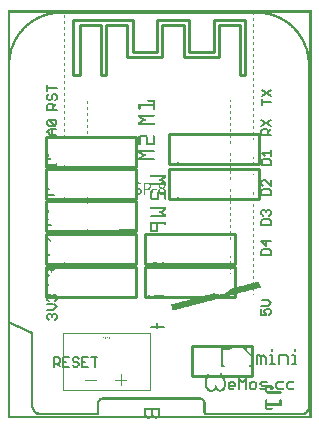
<source format=gto>
G04 MADE WITH FRITZING*
G04 WWW.FRITZING.ORG*
G04 DOUBLE SIDED*
G04 HOLES PLATED*
G04 CONTOUR ON CENTER OF CONTOUR VECTOR*
%ASAXBY*%
%FSLAX23Y23*%
%MOIN*%
%OFA0B0*%
%SFA1.0B1.0*%
%ADD10R,0.294400X0.194312X0.285776X0.185688*%
%ADD11C,0.004312*%
%ADD12C,0.010000*%
%ADD13C,0.005556*%
%ADD14C,0.006944*%
%ADD15R,0.001000X0.001000*%
%LNSILK1*%
G90*
G70*
G54D11*
X184Y286D02*
X474Y286D01*
X474Y96D01*
X184Y96D01*
X184Y286D01*
D02*
G54D12*
X536Y849D02*
X836Y849D01*
D02*
X836Y849D02*
X836Y949D01*
D02*
X836Y949D02*
X536Y949D01*
D02*
X536Y949D02*
X536Y849D01*
D02*
X536Y731D02*
X836Y731D01*
D02*
X836Y731D02*
X836Y831D01*
D02*
X836Y831D02*
X536Y831D01*
D02*
X536Y831D02*
X536Y731D01*
D02*
X457Y515D02*
X757Y515D01*
D02*
X757Y515D02*
X757Y615D01*
D02*
X757Y615D02*
X457Y615D01*
D02*
X457Y615D02*
X457Y515D01*
D02*
X429Y506D02*
X129Y506D01*
D02*
X129Y506D02*
X129Y406D01*
D02*
X129Y406D02*
X429Y406D01*
D02*
X429Y406D02*
X429Y506D01*
D02*
X429Y939D02*
X129Y939D01*
D02*
X129Y939D02*
X129Y839D01*
D02*
X129Y839D02*
X429Y839D01*
D02*
X429Y839D02*
X429Y939D01*
D02*
X429Y831D02*
X129Y831D01*
D02*
X129Y831D02*
X129Y731D01*
D02*
X129Y731D02*
X429Y731D01*
D02*
X429Y731D02*
X429Y831D01*
D02*
X429Y723D02*
X129Y723D01*
D02*
X129Y723D02*
X129Y623D01*
D02*
X129Y623D02*
X429Y623D01*
D02*
X429Y623D02*
X429Y723D01*
D02*
X429Y615D02*
X129Y615D01*
D02*
X129Y615D02*
X129Y515D01*
D02*
X129Y515D02*
X429Y515D01*
D02*
X429Y515D02*
X429Y615D01*
D02*
X457Y406D02*
X757Y406D01*
D02*
X757Y406D02*
X757Y506D01*
D02*
X757Y506D02*
X457Y506D01*
D02*
X457Y506D02*
X457Y406D01*
D02*
X813Y241D02*
X613Y241D01*
D02*
X613Y241D02*
X613Y141D01*
D02*
X613Y141D02*
X813Y141D01*
D02*
X813Y141D02*
X813Y241D01*
X791Y1144D02*
X774Y1144D01*
X774Y1310D01*
X703Y1310D01*
X703Y1204D01*
X587Y1204D01*
X587Y1310D01*
X514Y1310D01*
X514Y1204D01*
X399Y1204D01*
X399Y1310D01*
X328Y1310D01*
X328Y1144D01*
X311Y1144D01*
X311Y1310D01*
X241Y1310D01*
X241Y1144D01*
X218Y1144D01*
X218Y1327D01*
X416Y1327D01*
X416Y1220D01*
X497Y1220D01*
X497Y1327D01*
X604Y1327D01*
X604Y1220D01*
X686Y1220D01*
X686Y1327D01*
X791Y1327D01*
X791Y1144D01*
D02*
G54D13*
X163Y1029D02*
X132Y1029D01*
X132Y1029D02*
X132Y1044D01*
X132Y1044D02*
X137Y1049D01*
X137Y1049D02*
X147Y1049D01*
X148Y1049D02*
X152Y1044D01*
X152Y1044D02*
X152Y1029D01*
X152Y1038D02*
X162Y1048D01*
X137Y1081D02*
X132Y1076D01*
X132Y1075D02*
X132Y1066D01*
X132Y1065D02*
X137Y1060D01*
X137Y1060D02*
X142Y1060D01*
X142Y1060D02*
X147Y1065D01*
X148Y1065D02*
X148Y1074D01*
X148Y1075D02*
X152Y1080D01*
X152Y1081D02*
X157Y1081D01*
X158Y1081D02*
X163Y1076D01*
X163Y1075D02*
X163Y1066D01*
X163Y1065D02*
X158Y1060D01*
X163Y1102D02*
X132Y1102D01*
X132Y1091D02*
X132Y1111D01*
D02*
X162Y944D02*
X142Y944D01*
X142Y944D02*
X133Y953D01*
X132Y954D02*
X141Y964D01*
X142Y965D02*
X162Y965D01*
X147Y944D02*
X147Y964D01*
X158Y976D02*
X137Y976D01*
X136Y976D02*
X132Y981D01*
X132Y981D02*
X132Y990D01*
X132Y991D02*
X136Y996D01*
X136Y996D02*
X157Y996D01*
X158Y996D02*
X162Y991D01*
X162Y991D02*
X162Y982D01*
X162Y981D02*
X158Y976D01*
X158Y976D02*
X137Y996D01*
D02*
X137Y329D02*
X132Y334D01*
X132Y334D02*
X132Y343D01*
X132Y344D02*
X137Y349D01*
X137Y349D02*
X141Y349D01*
X141Y349D02*
X146Y344D01*
X147Y344D02*
X147Y339D01*
X147Y344D02*
X152Y349D01*
X152Y349D02*
X157Y349D01*
X158Y349D02*
X163Y344D01*
X163Y344D02*
X163Y335D01*
X163Y334D02*
X158Y329D01*
X132Y360D02*
X152Y360D01*
X152Y360D02*
X162Y370D01*
X163Y371D02*
X153Y380D01*
X152Y381D02*
X132Y381D01*
X137Y391D02*
X132Y396D01*
X132Y397D02*
X132Y407D01*
X132Y407D02*
X137Y411D01*
X137Y412D02*
X141Y412D01*
X141Y412D02*
X146Y408D01*
X147Y407D02*
X147Y402D01*
X147Y407D02*
X152Y411D01*
X152Y412D02*
X157Y412D01*
X158Y412D02*
X163Y408D01*
X163Y407D02*
X163Y397D01*
X163Y397D02*
X158Y392D01*
D02*
X845Y365D02*
X845Y345D01*
X845Y344D02*
X860Y344D01*
X861Y344D02*
X856Y353D01*
X855Y354D02*
X855Y359D01*
X855Y359D02*
X860Y364D01*
X861Y365D02*
X871Y365D01*
X871Y365D02*
X876Y360D01*
X877Y359D02*
X877Y350D01*
X877Y350D02*
X872Y345D01*
X845Y376D02*
X865Y376D01*
X866Y376D02*
X876Y386D01*
X877Y386D02*
X867Y395D01*
X866Y396D02*
X846Y396D01*
D02*
X845Y544D02*
X876Y544D01*
X877Y544D02*
X877Y559D01*
X877Y559D02*
X872Y564D01*
X871Y565D02*
X851Y565D01*
X851Y565D02*
X846Y560D01*
X845Y559D02*
X845Y544D01*
X877Y591D02*
X846Y591D01*
X845Y591D02*
X861Y576D01*
X862Y576D02*
X862Y596D01*
D02*
X845Y644D02*
X876Y644D01*
X877Y644D02*
X877Y659D01*
X877Y659D02*
X872Y664D01*
X871Y665D02*
X851Y665D01*
X851Y665D02*
X846Y660D01*
X845Y659D02*
X845Y644D01*
X851Y676D02*
X846Y681D01*
X845Y681D02*
X845Y690D01*
X845Y691D02*
X850Y696D01*
X851Y696D02*
X855Y696D01*
X855Y696D02*
X860Y691D01*
X861Y691D02*
X861Y687D01*
X861Y691D02*
X866Y696D01*
X866Y696D02*
X871Y696D01*
X871Y696D02*
X876Y691D01*
X877Y691D02*
X877Y682D01*
X877Y681D02*
X872Y676D01*
D02*
X845Y744D02*
X876Y744D01*
X877Y744D02*
X877Y759D01*
X877Y759D02*
X872Y764D01*
X871Y765D02*
X851Y765D01*
X851Y765D02*
X846Y760D01*
X845Y759D02*
X845Y744D01*
X877Y796D02*
X877Y776D01*
X877Y776D02*
X857Y796D01*
X856Y796D02*
X851Y796D01*
X851Y796D02*
X846Y791D01*
X845Y791D02*
X845Y782D01*
X845Y781D02*
X850Y776D01*
D02*
X846Y844D02*
X876Y844D01*
X876Y844D02*
X876Y859D01*
X876Y859D02*
X872Y864D01*
X872Y865D02*
X851Y865D01*
X850Y865D02*
X846Y860D01*
X846Y859D02*
X846Y844D01*
X856Y876D02*
X847Y886D01*
X846Y886D02*
X876Y886D01*
X876Y876D02*
X876Y896D01*
D02*
X877Y944D02*
X846Y944D01*
X845Y944D02*
X845Y959D01*
X845Y959D02*
X850Y964D01*
X851Y965D02*
X861Y965D01*
X862Y965D02*
X866Y960D01*
X866Y959D02*
X866Y944D01*
X866Y954D02*
X876Y964D01*
X845Y976D02*
X876Y996D01*
X845Y996D02*
X876Y976D01*
D02*
X876Y1054D02*
X846Y1054D01*
X846Y1044D02*
X846Y1064D01*
X846Y1076D02*
X876Y1096D01*
X846Y1096D02*
X876Y1076D01*
D02*
X153Y172D02*
X153Y204D01*
X153Y204D02*
X168Y204D01*
X168Y204D02*
X173Y199D01*
X174Y198D02*
X174Y188D01*
X174Y187D02*
X169Y182D01*
X168Y182D02*
X153Y182D01*
X163Y182D02*
X173Y173D01*
X205Y204D02*
X184Y204D01*
X184Y204D02*
X184Y173D01*
X184Y172D02*
X204Y172D01*
X184Y187D02*
X194Y187D01*
X237Y198D02*
X232Y204D01*
X232Y204D02*
X222Y204D01*
X221Y204D02*
X216Y199D01*
X216Y198D02*
X216Y193D01*
X216Y193D02*
X221Y188D01*
X221Y187D02*
X231Y187D01*
X232Y187D02*
X237Y182D01*
X237Y182D02*
X237Y178D01*
X237Y178D02*
X232Y173D01*
X232Y172D02*
X222Y172D01*
X221Y172D02*
X216Y177D01*
X269Y204D02*
X249Y204D01*
X248Y204D02*
X248Y173D01*
X248Y172D02*
X268Y172D01*
X248Y187D02*
X257Y187D01*
X290Y172D02*
X290Y204D01*
X279Y204D02*
X299Y204D01*
D02*
G54D14*
X831Y181D02*
X831Y209D01*
X831Y210D02*
X838Y210D01*
X838Y210D02*
X844Y203D01*
X845Y203D02*
X845Y182D01*
X845Y203D02*
X852Y210D01*
X852Y210D02*
X859Y203D01*
X860Y203D02*
X860Y182D01*
X875Y210D02*
X882Y210D01*
X882Y210D02*
X882Y182D01*
X875Y181D02*
X890Y181D01*
X882Y231D02*
X882Y224D01*
X905Y181D02*
X905Y209D01*
X905Y210D02*
X926Y210D01*
X926Y210D02*
X933Y203D01*
X933Y203D02*
X933Y182D01*
X948Y210D02*
X955Y210D01*
X956Y210D02*
X956Y182D01*
X948Y181D02*
X961Y181D01*
X956Y231D02*
X956Y224D01*
D02*
G54D15*
X0Y1359D02*
X1013Y1359D01*
X0Y1358D02*
X1013Y1358D01*
X0Y1357D02*
X1013Y1357D01*
X0Y1356D02*
X1013Y1356D01*
X0Y1355D02*
X1013Y1355D01*
X0Y1354D02*
X1013Y1354D01*
X0Y1353D02*
X1013Y1353D01*
X0Y1352D02*
X1013Y1352D01*
X0Y1351D02*
X7Y1351D01*
X135Y1351D02*
X873Y1351D01*
X1006Y1351D02*
X1013Y1351D01*
X0Y1350D02*
X7Y1350D01*
X131Y1350D02*
X877Y1350D01*
X1006Y1350D02*
X1013Y1350D01*
X0Y1349D02*
X7Y1349D01*
X128Y1349D02*
X881Y1349D01*
X1006Y1349D02*
X1013Y1349D01*
X0Y1348D02*
X7Y1348D01*
X125Y1348D02*
X167Y1348D01*
X188Y1348D02*
X190Y1348D01*
X841Y1348D02*
X884Y1348D01*
X1006Y1348D02*
X1013Y1348D01*
X0Y1347D02*
X7Y1347D01*
X122Y1347D02*
X156Y1347D01*
X188Y1347D02*
X190Y1347D01*
X852Y1347D02*
X887Y1347D01*
X1006Y1347D02*
X1013Y1347D01*
X0Y1346D02*
X7Y1346D01*
X119Y1346D02*
X149Y1346D01*
X818Y1346D02*
X820Y1346D01*
X859Y1346D02*
X890Y1346D01*
X1006Y1346D02*
X1013Y1346D01*
X0Y1345D02*
X7Y1345D01*
X116Y1345D02*
X144Y1345D01*
X818Y1345D02*
X820Y1345D01*
X864Y1345D02*
X893Y1345D01*
X1006Y1345D02*
X1013Y1345D01*
X0Y1344D02*
X7Y1344D01*
X113Y1344D02*
X139Y1344D01*
X188Y1344D02*
X190Y1344D01*
X869Y1344D02*
X895Y1344D01*
X1006Y1344D02*
X1013Y1344D01*
X0Y1343D02*
X7Y1343D01*
X111Y1343D02*
X135Y1343D01*
X188Y1343D02*
X190Y1343D01*
X873Y1343D02*
X898Y1343D01*
X1006Y1343D02*
X1013Y1343D01*
X0Y1342D02*
X7Y1342D01*
X109Y1342D02*
X131Y1342D01*
X818Y1342D02*
X820Y1342D01*
X877Y1342D02*
X900Y1342D01*
X1006Y1342D02*
X1013Y1342D01*
X0Y1341D02*
X7Y1341D01*
X106Y1341D02*
X128Y1341D01*
X818Y1341D02*
X820Y1341D01*
X880Y1341D02*
X902Y1341D01*
X1006Y1341D02*
X1013Y1341D01*
X0Y1340D02*
X7Y1340D01*
X104Y1340D02*
X125Y1340D01*
X188Y1340D02*
X190Y1340D01*
X883Y1340D02*
X904Y1340D01*
X1006Y1340D02*
X1013Y1340D01*
X0Y1339D02*
X7Y1339D01*
X102Y1339D02*
X122Y1339D01*
X188Y1339D02*
X190Y1339D01*
X886Y1339D02*
X907Y1339D01*
X1006Y1339D02*
X1013Y1339D01*
X0Y1338D02*
X7Y1338D01*
X100Y1338D02*
X119Y1338D01*
X818Y1338D02*
X820Y1338D01*
X889Y1338D02*
X909Y1338D01*
X1006Y1338D02*
X1013Y1338D01*
X0Y1337D02*
X7Y1337D01*
X98Y1337D02*
X116Y1337D01*
X818Y1337D02*
X820Y1337D01*
X892Y1337D02*
X911Y1337D01*
X1006Y1337D02*
X1013Y1337D01*
X0Y1336D02*
X7Y1336D01*
X96Y1336D02*
X114Y1336D01*
X188Y1336D02*
X190Y1336D01*
X894Y1336D02*
X913Y1336D01*
X1006Y1336D02*
X1013Y1336D01*
X0Y1335D02*
X7Y1335D01*
X94Y1335D02*
X111Y1335D01*
X188Y1335D02*
X190Y1335D01*
X897Y1335D02*
X915Y1335D01*
X1006Y1335D02*
X1013Y1335D01*
X0Y1334D02*
X7Y1334D01*
X92Y1334D02*
X109Y1334D01*
X818Y1334D02*
X820Y1334D01*
X899Y1334D02*
X916Y1334D01*
X1006Y1334D02*
X1013Y1334D01*
X0Y1333D02*
X7Y1333D01*
X91Y1333D02*
X107Y1333D01*
X818Y1333D02*
X820Y1333D01*
X901Y1333D02*
X918Y1333D01*
X1006Y1333D02*
X1013Y1333D01*
X0Y1332D02*
X7Y1332D01*
X89Y1332D02*
X105Y1332D01*
X188Y1332D02*
X190Y1332D01*
X903Y1332D02*
X920Y1332D01*
X1006Y1332D02*
X1013Y1332D01*
X0Y1331D02*
X7Y1331D01*
X87Y1331D02*
X103Y1331D01*
X188Y1331D02*
X190Y1331D01*
X905Y1331D02*
X922Y1331D01*
X1006Y1331D02*
X1013Y1331D01*
X0Y1330D02*
X7Y1330D01*
X85Y1330D02*
X101Y1330D01*
X818Y1330D02*
X820Y1330D01*
X907Y1330D02*
X923Y1330D01*
X1006Y1330D02*
X1013Y1330D01*
X0Y1329D02*
X7Y1329D01*
X84Y1329D02*
X99Y1329D01*
X818Y1329D02*
X820Y1329D01*
X909Y1329D02*
X925Y1329D01*
X1006Y1329D02*
X1013Y1329D01*
X0Y1328D02*
X7Y1328D01*
X82Y1328D02*
X97Y1328D01*
X188Y1328D02*
X190Y1328D01*
X911Y1328D02*
X926Y1328D01*
X1006Y1328D02*
X1013Y1328D01*
X0Y1327D02*
X7Y1327D01*
X81Y1327D02*
X95Y1327D01*
X188Y1327D02*
X190Y1327D01*
X913Y1327D02*
X928Y1327D01*
X1006Y1327D02*
X1013Y1327D01*
X0Y1326D02*
X7Y1326D01*
X79Y1326D02*
X93Y1326D01*
X818Y1326D02*
X820Y1326D01*
X915Y1326D02*
X929Y1326D01*
X1006Y1326D02*
X1013Y1326D01*
X0Y1325D02*
X7Y1325D01*
X78Y1325D02*
X92Y1325D01*
X818Y1325D02*
X820Y1325D01*
X916Y1325D02*
X931Y1325D01*
X1006Y1325D02*
X1013Y1325D01*
X0Y1324D02*
X7Y1324D01*
X76Y1324D02*
X90Y1324D01*
X188Y1324D02*
X190Y1324D01*
X918Y1324D02*
X932Y1324D01*
X1006Y1324D02*
X1013Y1324D01*
X0Y1323D02*
X7Y1323D01*
X75Y1323D02*
X88Y1323D01*
X188Y1323D02*
X190Y1323D01*
X920Y1323D02*
X934Y1323D01*
X1006Y1323D02*
X1013Y1323D01*
X0Y1322D02*
X7Y1322D01*
X74Y1322D02*
X87Y1322D01*
X818Y1322D02*
X820Y1322D01*
X921Y1322D02*
X935Y1322D01*
X1006Y1322D02*
X1013Y1322D01*
X0Y1321D02*
X7Y1321D01*
X72Y1321D02*
X85Y1321D01*
X818Y1321D02*
X820Y1321D01*
X923Y1321D02*
X936Y1321D01*
X1006Y1321D02*
X1013Y1321D01*
X0Y1320D02*
X7Y1320D01*
X71Y1320D02*
X84Y1320D01*
X188Y1320D02*
X190Y1320D01*
X924Y1320D02*
X938Y1320D01*
X1006Y1320D02*
X1013Y1320D01*
X0Y1319D02*
X7Y1319D01*
X70Y1319D02*
X82Y1319D01*
X188Y1319D02*
X190Y1319D01*
X926Y1319D02*
X939Y1319D01*
X1006Y1319D02*
X1013Y1319D01*
X0Y1318D02*
X7Y1318D01*
X68Y1318D02*
X81Y1318D01*
X818Y1318D02*
X820Y1318D01*
X927Y1318D02*
X940Y1318D01*
X1006Y1318D02*
X1013Y1318D01*
X0Y1317D02*
X7Y1317D01*
X67Y1317D02*
X79Y1317D01*
X818Y1317D02*
X820Y1317D01*
X929Y1317D02*
X941Y1317D01*
X1006Y1317D02*
X1013Y1317D01*
X0Y1316D02*
X7Y1316D01*
X66Y1316D02*
X78Y1316D01*
X188Y1316D02*
X190Y1316D01*
X930Y1316D02*
X943Y1316D01*
X1006Y1316D02*
X1013Y1316D01*
X0Y1315D02*
X7Y1315D01*
X65Y1315D02*
X76Y1315D01*
X188Y1315D02*
X190Y1315D01*
X932Y1315D02*
X944Y1315D01*
X1006Y1315D02*
X1013Y1315D01*
X0Y1314D02*
X7Y1314D01*
X63Y1314D02*
X75Y1314D01*
X818Y1314D02*
X820Y1314D01*
X933Y1314D02*
X945Y1314D01*
X1006Y1314D02*
X1013Y1314D01*
X0Y1313D02*
X7Y1313D01*
X62Y1313D02*
X74Y1313D01*
X818Y1313D02*
X820Y1313D01*
X934Y1313D02*
X946Y1313D01*
X1006Y1313D02*
X1013Y1313D01*
X0Y1312D02*
X7Y1312D01*
X61Y1312D02*
X73Y1312D01*
X188Y1312D02*
X190Y1312D01*
X935Y1312D02*
X947Y1312D01*
X1006Y1312D02*
X1013Y1312D01*
X0Y1311D02*
X7Y1311D01*
X60Y1311D02*
X71Y1311D01*
X188Y1311D02*
X190Y1311D01*
X937Y1311D02*
X949Y1311D01*
X1006Y1311D02*
X1013Y1311D01*
X0Y1310D02*
X7Y1310D01*
X59Y1310D02*
X70Y1310D01*
X818Y1310D02*
X820Y1310D01*
X938Y1310D02*
X950Y1310D01*
X1006Y1310D02*
X1013Y1310D01*
X0Y1309D02*
X7Y1309D01*
X58Y1309D02*
X69Y1309D01*
X818Y1309D02*
X820Y1309D01*
X939Y1309D02*
X951Y1309D01*
X1006Y1309D02*
X1013Y1309D01*
X0Y1308D02*
X7Y1308D01*
X57Y1308D02*
X68Y1308D01*
X188Y1308D02*
X190Y1308D01*
X940Y1308D02*
X952Y1308D01*
X1006Y1308D02*
X1013Y1308D01*
X0Y1307D02*
X7Y1307D01*
X56Y1307D02*
X67Y1307D01*
X188Y1307D02*
X190Y1307D01*
X941Y1307D02*
X953Y1307D01*
X1006Y1307D02*
X1013Y1307D01*
X0Y1306D02*
X7Y1306D01*
X55Y1306D02*
X65Y1306D01*
X818Y1306D02*
X820Y1306D01*
X943Y1306D02*
X954Y1306D01*
X1006Y1306D02*
X1013Y1306D01*
X0Y1305D02*
X7Y1305D01*
X54Y1305D02*
X64Y1305D01*
X818Y1305D02*
X820Y1305D01*
X944Y1305D02*
X955Y1305D01*
X1006Y1305D02*
X1013Y1305D01*
X0Y1304D02*
X7Y1304D01*
X53Y1304D02*
X63Y1304D01*
X188Y1304D02*
X190Y1304D01*
X945Y1304D02*
X956Y1304D01*
X1006Y1304D02*
X1013Y1304D01*
X0Y1303D02*
X7Y1303D01*
X52Y1303D02*
X62Y1303D01*
X188Y1303D02*
X190Y1303D01*
X946Y1303D02*
X957Y1303D01*
X1006Y1303D02*
X1013Y1303D01*
X0Y1302D02*
X7Y1302D01*
X51Y1302D02*
X61Y1302D01*
X818Y1302D02*
X820Y1302D01*
X947Y1302D02*
X958Y1302D01*
X1006Y1302D02*
X1013Y1302D01*
X0Y1301D02*
X7Y1301D01*
X50Y1301D02*
X60Y1301D01*
X818Y1301D02*
X820Y1301D01*
X948Y1301D02*
X959Y1301D01*
X1006Y1301D02*
X1013Y1301D01*
X0Y1300D02*
X7Y1300D01*
X49Y1300D02*
X59Y1300D01*
X188Y1300D02*
X190Y1300D01*
X949Y1300D02*
X960Y1300D01*
X1006Y1300D02*
X1013Y1300D01*
X0Y1299D02*
X7Y1299D01*
X48Y1299D02*
X58Y1299D01*
X188Y1299D02*
X190Y1299D01*
X950Y1299D02*
X961Y1299D01*
X1006Y1299D02*
X1013Y1299D01*
X0Y1298D02*
X7Y1298D01*
X47Y1298D02*
X57Y1298D01*
X818Y1298D02*
X820Y1298D01*
X951Y1298D02*
X962Y1298D01*
X1006Y1298D02*
X1013Y1298D01*
X0Y1297D02*
X7Y1297D01*
X46Y1297D02*
X56Y1297D01*
X818Y1297D02*
X820Y1297D01*
X952Y1297D02*
X962Y1297D01*
X1006Y1297D02*
X1013Y1297D01*
X0Y1296D02*
X7Y1296D01*
X45Y1296D02*
X55Y1296D01*
X188Y1296D02*
X190Y1296D01*
X953Y1296D02*
X963Y1296D01*
X1006Y1296D02*
X1013Y1296D01*
X0Y1295D02*
X7Y1295D01*
X44Y1295D02*
X54Y1295D01*
X188Y1295D02*
X190Y1295D01*
X954Y1295D02*
X964Y1295D01*
X1006Y1295D02*
X1013Y1295D01*
X0Y1294D02*
X7Y1294D01*
X43Y1294D02*
X53Y1294D01*
X818Y1294D02*
X820Y1294D01*
X955Y1294D02*
X965Y1294D01*
X1006Y1294D02*
X1013Y1294D01*
X0Y1293D02*
X7Y1293D01*
X43Y1293D02*
X52Y1293D01*
X818Y1293D02*
X820Y1293D01*
X956Y1293D02*
X966Y1293D01*
X1006Y1293D02*
X1013Y1293D01*
X0Y1292D02*
X7Y1292D01*
X42Y1292D02*
X51Y1292D01*
X188Y1292D02*
X190Y1292D01*
X957Y1292D02*
X967Y1292D01*
X1006Y1292D02*
X1013Y1292D01*
X0Y1291D02*
X7Y1291D01*
X41Y1291D02*
X50Y1291D01*
X188Y1291D02*
X190Y1291D01*
X958Y1291D02*
X968Y1291D01*
X1006Y1291D02*
X1013Y1291D01*
X0Y1290D02*
X7Y1290D01*
X40Y1290D02*
X49Y1290D01*
X818Y1290D02*
X820Y1290D01*
X958Y1290D02*
X968Y1290D01*
X1006Y1290D02*
X1013Y1290D01*
X0Y1289D02*
X7Y1289D01*
X39Y1289D02*
X49Y1289D01*
X818Y1289D02*
X820Y1289D01*
X959Y1289D02*
X969Y1289D01*
X1006Y1289D02*
X1013Y1289D01*
X0Y1288D02*
X7Y1288D01*
X39Y1288D02*
X48Y1288D01*
X188Y1288D02*
X190Y1288D01*
X960Y1288D02*
X970Y1288D01*
X1006Y1288D02*
X1013Y1288D01*
X0Y1287D02*
X7Y1287D01*
X38Y1287D02*
X47Y1287D01*
X188Y1287D02*
X190Y1287D01*
X961Y1287D02*
X971Y1287D01*
X1006Y1287D02*
X1013Y1287D01*
X0Y1286D02*
X7Y1286D01*
X37Y1286D02*
X46Y1286D01*
X818Y1286D02*
X820Y1286D01*
X962Y1286D02*
X971Y1286D01*
X1006Y1286D02*
X1013Y1286D01*
X0Y1285D02*
X7Y1285D01*
X36Y1285D02*
X45Y1285D01*
X818Y1285D02*
X820Y1285D01*
X963Y1285D02*
X972Y1285D01*
X1006Y1285D02*
X1013Y1285D01*
X0Y1284D02*
X7Y1284D01*
X35Y1284D02*
X44Y1284D01*
X188Y1284D02*
X190Y1284D01*
X963Y1284D02*
X973Y1284D01*
X1006Y1284D02*
X1013Y1284D01*
X0Y1283D02*
X7Y1283D01*
X35Y1283D02*
X44Y1283D01*
X188Y1283D02*
X190Y1283D01*
X964Y1283D02*
X974Y1283D01*
X1006Y1283D02*
X1013Y1283D01*
X0Y1282D02*
X7Y1282D01*
X34Y1282D02*
X43Y1282D01*
X818Y1282D02*
X820Y1282D01*
X965Y1282D02*
X974Y1282D01*
X1006Y1282D02*
X1013Y1282D01*
X0Y1281D02*
X7Y1281D01*
X33Y1281D02*
X42Y1281D01*
X818Y1281D02*
X820Y1281D01*
X966Y1281D02*
X975Y1281D01*
X1006Y1281D02*
X1013Y1281D01*
X0Y1280D02*
X7Y1280D01*
X33Y1280D02*
X41Y1280D01*
X188Y1280D02*
X190Y1280D01*
X967Y1280D02*
X976Y1280D01*
X1006Y1280D02*
X1013Y1280D01*
X0Y1279D02*
X7Y1279D01*
X32Y1279D02*
X41Y1279D01*
X188Y1279D02*
X190Y1279D01*
X967Y1279D02*
X976Y1279D01*
X1006Y1279D02*
X1013Y1279D01*
X0Y1278D02*
X7Y1278D01*
X31Y1278D02*
X40Y1278D01*
X818Y1278D02*
X820Y1278D01*
X968Y1278D02*
X977Y1278D01*
X1006Y1278D02*
X1013Y1278D01*
X0Y1277D02*
X7Y1277D01*
X30Y1277D02*
X39Y1277D01*
X818Y1277D02*
X820Y1277D01*
X969Y1277D02*
X978Y1277D01*
X1006Y1277D02*
X1013Y1277D01*
X0Y1276D02*
X7Y1276D01*
X30Y1276D02*
X38Y1276D01*
X188Y1276D02*
X190Y1276D01*
X969Y1276D02*
X978Y1276D01*
X1006Y1276D02*
X1013Y1276D01*
X0Y1275D02*
X7Y1275D01*
X29Y1275D02*
X38Y1275D01*
X188Y1275D02*
X190Y1275D01*
X970Y1275D02*
X979Y1275D01*
X1006Y1275D02*
X1013Y1275D01*
X0Y1274D02*
X7Y1274D01*
X29Y1274D02*
X37Y1274D01*
X818Y1274D02*
X820Y1274D01*
X971Y1274D02*
X980Y1274D01*
X1006Y1274D02*
X1013Y1274D01*
X0Y1273D02*
X7Y1273D01*
X28Y1273D02*
X36Y1273D01*
X818Y1273D02*
X820Y1273D01*
X972Y1273D02*
X980Y1273D01*
X1006Y1273D02*
X1013Y1273D01*
X0Y1272D02*
X7Y1272D01*
X27Y1272D02*
X36Y1272D01*
X188Y1272D02*
X190Y1272D01*
X972Y1272D02*
X981Y1272D01*
X1006Y1272D02*
X1013Y1272D01*
X0Y1271D02*
X7Y1271D01*
X27Y1271D02*
X35Y1271D01*
X188Y1271D02*
X190Y1271D01*
X973Y1271D02*
X982Y1271D01*
X1006Y1271D02*
X1013Y1271D01*
X0Y1270D02*
X7Y1270D01*
X26Y1270D02*
X34Y1270D01*
X818Y1270D02*
X820Y1270D01*
X973Y1270D02*
X982Y1270D01*
X1006Y1270D02*
X1013Y1270D01*
X0Y1269D02*
X7Y1269D01*
X25Y1269D02*
X34Y1269D01*
X818Y1269D02*
X820Y1269D01*
X974Y1269D02*
X983Y1269D01*
X1006Y1269D02*
X1013Y1269D01*
X0Y1268D02*
X7Y1268D01*
X25Y1268D02*
X33Y1268D01*
X188Y1268D02*
X190Y1268D01*
X975Y1268D02*
X983Y1268D01*
X1006Y1268D02*
X1013Y1268D01*
X0Y1267D02*
X7Y1267D01*
X24Y1267D02*
X33Y1267D01*
X188Y1267D02*
X190Y1267D01*
X975Y1267D02*
X984Y1267D01*
X1006Y1267D02*
X1013Y1267D01*
X0Y1266D02*
X7Y1266D01*
X24Y1266D02*
X32Y1266D01*
X818Y1266D02*
X820Y1266D01*
X976Y1266D02*
X984Y1266D01*
X1006Y1266D02*
X1013Y1266D01*
X0Y1265D02*
X7Y1265D01*
X23Y1265D02*
X31Y1265D01*
X818Y1265D02*
X820Y1265D01*
X977Y1265D02*
X985Y1265D01*
X1006Y1265D02*
X1013Y1265D01*
X0Y1264D02*
X7Y1264D01*
X23Y1264D02*
X31Y1264D01*
X188Y1264D02*
X190Y1264D01*
X977Y1264D02*
X986Y1264D01*
X1006Y1264D02*
X1013Y1264D01*
X0Y1263D02*
X7Y1263D01*
X22Y1263D02*
X30Y1263D01*
X188Y1263D02*
X190Y1263D01*
X978Y1263D02*
X986Y1263D01*
X1006Y1263D02*
X1013Y1263D01*
X0Y1262D02*
X7Y1262D01*
X22Y1262D02*
X30Y1262D01*
X818Y1262D02*
X820Y1262D01*
X978Y1262D02*
X987Y1262D01*
X1006Y1262D02*
X1013Y1262D01*
X0Y1261D02*
X7Y1261D01*
X21Y1261D02*
X29Y1261D01*
X818Y1261D02*
X820Y1261D01*
X979Y1261D02*
X987Y1261D01*
X1006Y1261D02*
X1013Y1261D01*
X0Y1260D02*
X7Y1260D01*
X21Y1260D02*
X29Y1260D01*
X188Y1260D02*
X190Y1260D01*
X979Y1260D02*
X988Y1260D01*
X1006Y1260D02*
X1013Y1260D01*
X0Y1259D02*
X7Y1259D01*
X20Y1259D02*
X28Y1259D01*
X188Y1259D02*
X190Y1259D01*
X980Y1259D02*
X988Y1259D01*
X1006Y1259D02*
X1013Y1259D01*
X0Y1258D02*
X7Y1258D01*
X19Y1258D02*
X27Y1258D01*
X818Y1258D02*
X820Y1258D01*
X981Y1258D02*
X989Y1258D01*
X1006Y1258D02*
X1013Y1258D01*
X0Y1257D02*
X7Y1257D01*
X19Y1257D02*
X27Y1257D01*
X818Y1257D02*
X820Y1257D01*
X981Y1257D02*
X989Y1257D01*
X1006Y1257D02*
X1013Y1257D01*
X0Y1256D02*
X7Y1256D01*
X18Y1256D02*
X26Y1256D01*
X188Y1256D02*
X190Y1256D01*
X982Y1256D02*
X990Y1256D01*
X1006Y1256D02*
X1013Y1256D01*
X0Y1255D02*
X7Y1255D01*
X18Y1255D02*
X26Y1255D01*
X188Y1255D02*
X190Y1255D01*
X982Y1255D02*
X990Y1255D01*
X1006Y1255D02*
X1013Y1255D01*
X0Y1254D02*
X7Y1254D01*
X18Y1254D02*
X25Y1254D01*
X818Y1254D02*
X820Y1254D01*
X983Y1254D02*
X991Y1254D01*
X1006Y1254D02*
X1013Y1254D01*
X0Y1253D02*
X7Y1253D01*
X17Y1253D02*
X25Y1253D01*
X818Y1253D02*
X820Y1253D01*
X983Y1253D02*
X991Y1253D01*
X1006Y1253D02*
X1013Y1253D01*
X0Y1252D02*
X7Y1252D01*
X17Y1252D02*
X24Y1252D01*
X188Y1252D02*
X190Y1252D01*
X984Y1252D02*
X992Y1252D01*
X1006Y1252D02*
X1013Y1252D01*
X0Y1251D02*
X7Y1251D01*
X16Y1251D02*
X24Y1251D01*
X188Y1251D02*
X190Y1251D01*
X984Y1251D02*
X992Y1251D01*
X1006Y1251D02*
X1013Y1251D01*
X0Y1250D02*
X7Y1250D01*
X16Y1250D02*
X23Y1250D01*
X818Y1250D02*
X820Y1250D01*
X984Y1250D02*
X992Y1250D01*
X1006Y1250D02*
X1013Y1250D01*
X0Y1249D02*
X7Y1249D01*
X15Y1249D02*
X23Y1249D01*
X818Y1249D02*
X820Y1249D01*
X985Y1249D02*
X993Y1249D01*
X1006Y1249D02*
X1013Y1249D01*
X0Y1248D02*
X7Y1248D01*
X15Y1248D02*
X23Y1248D01*
X188Y1248D02*
X190Y1248D01*
X985Y1248D02*
X993Y1248D01*
X1006Y1248D02*
X1013Y1248D01*
X0Y1247D02*
X7Y1247D01*
X14Y1247D02*
X22Y1247D01*
X188Y1247D02*
X190Y1247D01*
X986Y1247D02*
X994Y1247D01*
X1006Y1247D02*
X1013Y1247D01*
X0Y1246D02*
X7Y1246D01*
X14Y1246D02*
X22Y1246D01*
X818Y1246D02*
X820Y1246D01*
X986Y1246D02*
X994Y1246D01*
X1006Y1246D02*
X1013Y1246D01*
X0Y1245D02*
X7Y1245D01*
X14Y1245D02*
X21Y1245D01*
X818Y1245D02*
X820Y1245D01*
X987Y1245D02*
X995Y1245D01*
X1006Y1245D02*
X1013Y1245D01*
X0Y1244D02*
X7Y1244D01*
X13Y1244D02*
X21Y1244D01*
X188Y1244D02*
X190Y1244D01*
X987Y1244D02*
X995Y1244D01*
X1006Y1244D02*
X1013Y1244D01*
X0Y1243D02*
X7Y1243D01*
X13Y1243D02*
X20Y1243D01*
X188Y1243D02*
X190Y1243D01*
X988Y1243D02*
X995Y1243D01*
X1006Y1243D02*
X1013Y1243D01*
X0Y1242D02*
X7Y1242D01*
X12Y1242D02*
X20Y1242D01*
X818Y1242D02*
X820Y1242D01*
X988Y1242D02*
X996Y1242D01*
X1006Y1242D02*
X1013Y1242D01*
X0Y1241D02*
X7Y1241D01*
X12Y1241D02*
X20Y1241D01*
X818Y1241D02*
X820Y1241D01*
X988Y1241D02*
X996Y1241D01*
X1006Y1241D02*
X1013Y1241D01*
X0Y1240D02*
X7Y1240D01*
X12Y1240D02*
X19Y1240D01*
X188Y1240D02*
X190Y1240D01*
X989Y1240D02*
X996Y1240D01*
X1006Y1240D02*
X1013Y1240D01*
X0Y1239D02*
X7Y1239D01*
X11Y1239D02*
X19Y1239D01*
X188Y1239D02*
X190Y1239D01*
X989Y1239D02*
X997Y1239D01*
X1006Y1239D02*
X1013Y1239D01*
X0Y1238D02*
X7Y1238D01*
X11Y1238D02*
X18Y1238D01*
X818Y1238D02*
X820Y1238D01*
X990Y1238D02*
X997Y1238D01*
X1006Y1238D02*
X1013Y1238D01*
X0Y1237D02*
X7Y1237D01*
X11Y1237D02*
X18Y1237D01*
X818Y1237D02*
X820Y1237D01*
X990Y1237D02*
X997Y1237D01*
X1006Y1237D02*
X1013Y1237D01*
X0Y1236D02*
X7Y1236D01*
X10Y1236D02*
X18Y1236D01*
X188Y1236D02*
X190Y1236D01*
X990Y1236D02*
X998Y1236D01*
X1006Y1236D02*
X1013Y1236D01*
X0Y1235D02*
X7Y1235D01*
X10Y1235D02*
X17Y1235D01*
X188Y1235D02*
X190Y1235D01*
X991Y1235D02*
X998Y1235D01*
X1006Y1235D02*
X1013Y1235D01*
X0Y1234D02*
X7Y1234D01*
X10Y1234D02*
X17Y1234D01*
X818Y1234D02*
X820Y1234D01*
X991Y1234D02*
X999Y1234D01*
X1006Y1234D02*
X1013Y1234D01*
X0Y1233D02*
X7Y1233D01*
X9Y1233D02*
X17Y1233D01*
X818Y1233D02*
X820Y1233D01*
X991Y1233D02*
X999Y1233D01*
X1006Y1233D02*
X1013Y1233D01*
X0Y1232D02*
X7Y1232D01*
X9Y1232D02*
X16Y1232D01*
X188Y1232D02*
X190Y1232D01*
X992Y1232D02*
X999Y1232D01*
X1006Y1232D02*
X1013Y1232D01*
X0Y1231D02*
X7Y1231D01*
X9Y1231D02*
X16Y1231D01*
X188Y1231D02*
X190Y1231D01*
X992Y1231D02*
X999Y1231D01*
X1006Y1231D02*
X1013Y1231D01*
X0Y1230D02*
X16Y1230D01*
X818Y1230D02*
X820Y1230D01*
X992Y1230D02*
X1000Y1230D01*
X1006Y1230D02*
X1013Y1230D01*
X0Y1229D02*
X15Y1229D01*
X818Y1229D02*
X820Y1229D01*
X993Y1229D02*
X1000Y1229D01*
X1006Y1229D02*
X1013Y1229D01*
X0Y1228D02*
X15Y1228D01*
X188Y1228D02*
X190Y1228D01*
X993Y1228D02*
X1000Y1228D01*
X1006Y1228D02*
X1013Y1228D01*
X0Y1227D02*
X15Y1227D01*
X188Y1227D02*
X190Y1227D01*
X993Y1227D02*
X1001Y1227D01*
X1006Y1227D02*
X1013Y1227D01*
X0Y1226D02*
X14Y1226D01*
X818Y1226D02*
X820Y1226D01*
X993Y1226D02*
X1001Y1226D01*
X1006Y1226D02*
X1013Y1226D01*
X0Y1225D02*
X14Y1225D01*
X818Y1225D02*
X820Y1225D01*
X994Y1225D02*
X1001Y1225D01*
X1006Y1225D02*
X1013Y1225D01*
X0Y1224D02*
X14Y1224D01*
X188Y1224D02*
X190Y1224D01*
X994Y1224D02*
X1001Y1224D01*
X1006Y1224D02*
X1013Y1224D01*
X0Y1223D02*
X14Y1223D01*
X188Y1223D02*
X190Y1223D01*
X994Y1223D02*
X1002Y1223D01*
X1006Y1223D02*
X1013Y1223D01*
X0Y1222D02*
X13Y1222D01*
X818Y1222D02*
X820Y1222D01*
X995Y1222D02*
X1002Y1222D01*
X1006Y1222D02*
X1013Y1222D01*
X0Y1221D02*
X13Y1221D01*
X818Y1221D02*
X820Y1221D01*
X995Y1221D02*
X1002Y1221D01*
X1006Y1221D02*
X1013Y1221D01*
X0Y1220D02*
X13Y1220D01*
X188Y1220D02*
X190Y1220D01*
X995Y1220D02*
X1002Y1220D01*
X1006Y1220D02*
X1013Y1220D01*
X0Y1219D02*
X13Y1219D01*
X188Y1219D02*
X190Y1219D01*
X995Y1219D02*
X1003Y1219D01*
X1006Y1219D02*
X1013Y1219D01*
X0Y1218D02*
X12Y1218D01*
X818Y1218D02*
X820Y1218D01*
X996Y1218D02*
X1003Y1218D01*
X1006Y1218D02*
X1013Y1218D01*
X0Y1217D02*
X12Y1217D01*
X818Y1217D02*
X820Y1217D01*
X996Y1217D02*
X1003Y1217D01*
X1006Y1217D02*
X1013Y1217D01*
X0Y1216D02*
X12Y1216D01*
X188Y1216D02*
X190Y1216D01*
X996Y1216D02*
X1003Y1216D01*
X1006Y1216D02*
X1013Y1216D01*
X0Y1215D02*
X12Y1215D01*
X188Y1215D02*
X190Y1215D01*
X996Y1215D02*
X1004Y1215D01*
X1006Y1215D02*
X1013Y1215D01*
X0Y1214D02*
X11Y1214D01*
X818Y1214D02*
X820Y1214D01*
X997Y1214D02*
X1004Y1214D01*
X1006Y1214D02*
X1013Y1214D01*
X0Y1213D02*
X11Y1213D01*
X818Y1213D02*
X820Y1213D01*
X997Y1213D02*
X1004Y1213D01*
X1006Y1213D02*
X1013Y1213D01*
X0Y1212D02*
X11Y1212D01*
X188Y1212D02*
X190Y1212D01*
X997Y1212D02*
X1004Y1212D01*
X1006Y1212D02*
X1013Y1212D01*
X0Y1211D02*
X11Y1211D01*
X188Y1211D02*
X190Y1211D01*
X997Y1211D02*
X1004Y1211D01*
X1006Y1211D02*
X1013Y1211D01*
X0Y1210D02*
X11Y1210D01*
X818Y1210D02*
X820Y1210D01*
X997Y1210D02*
X1004Y1210D01*
X1006Y1210D02*
X1013Y1210D01*
X0Y1209D02*
X10Y1209D01*
X818Y1209D02*
X820Y1209D01*
X997Y1209D02*
X1013Y1209D01*
X0Y1208D02*
X10Y1208D01*
X188Y1208D02*
X190Y1208D01*
X998Y1208D02*
X1013Y1208D01*
X0Y1207D02*
X10Y1207D01*
X188Y1207D02*
X190Y1207D01*
X998Y1207D02*
X1013Y1207D01*
X0Y1206D02*
X10Y1206D01*
X818Y1206D02*
X820Y1206D01*
X998Y1206D02*
X1013Y1206D01*
X0Y1205D02*
X10Y1205D01*
X818Y1205D02*
X820Y1205D01*
X998Y1205D02*
X1013Y1205D01*
X0Y1204D02*
X10Y1204D01*
X188Y1204D02*
X190Y1204D01*
X998Y1204D02*
X1013Y1204D01*
X0Y1203D02*
X9Y1203D01*
X188Y1203D02*
X190Y1203D01*
X998Y1203D02*
X1013Y1203D01*
X0Y1202D02*
X9Y1202D01*
X818Y1202D02*
X820Y1202D01*
X999Y1202D02*
X1013Y1202D01*
X0Y1201D02*
X9Y1201D01*
X818Y1201D02*
X820Y1201D01*
X999Y1201D02*
X1013Y1201D01*
X0Y1200D02*
X9Y1200D01*
X188Y1200D02*
X190Y1200D01*
X999Y1200D02*
X1013Y1200D01*
X0Y1199D02*
X9Y1199D01*
X188Y1199D02*
X190Y1199D01*
X999Y1199D02*
X1013Y1199D01*
X0Y1198D02*
X9Y1198D01*
X818Y1198D02*
X820Y1198D01*
X999Y1198D02*
X1013Y1198D01*
X0Y1197D02*
X9Y1197D01*
X818Y1197D02*
X820Y1197D01*
X999Y1197D02*
X1013Y1197D01*
X0Y1196D02*
X9Y1196D01*
X188Y1196D02*
X190Y1196D01*
X999Y1196D02*
X1013Y1196D01*
X0Y1195D02*
X9Y1195D01*
X188Y1195D02*
X190Y1195D01*
X999Y1195D02*
X1013Y1195D01*
X0Y1194D02*
X8Y1194D01*
X818Y1194D02*
X820Y1194D01*
X1000Y1194D02*
X1013Y1194D01*
X0Y1193D02*
X8Y1193D01*
X818Y1193D02*
X820Y1193D01*
X1000Y1193D02*
X1013Y1193D01*
X0Y1192D02*
X8Y1192D01*
X188Y1192D02*
X190Y1192D01*
X1000Y1192D02*
X1013Y1192D01*
X0Y1191D02*
X8Y1191D01*
X188Y1191D02*
X190Y1191D01*
X1000Y1191D02*
X1013Y1191D01*
X0Y1190D02*
X8Y1190D01*
X818Y1190D02*
X820Y1190D01*
X1000Y1190D02*
X1013Y1190D01*
X0Y1189D02*
X8Y1189D01*
X818Y1189D02*
X820Y1189D01*
X1000Y1189D02*
X1013Y1189D01*
X0Y1188D02*
X8Y1188D01*
X188Y1188D02*
X190Y1188D01*
X1000Y1188D02*
X1013Y1188D01*
X0Y1187D02*
X8Y1187D01*
X188Y1187D02*
X190Y1187D01*
X1000Y1187D02*
X1013Y1187D01*
X0Y1186D02*
X8Y1186D01*
X818Y1186D02*
X820Y1186D01*
X1000Y1186D02*
X1013Y1186D01*
X0Y1185D02*
X8Y1185D01*
X818Y1185D02*
X820Y1185D01*
X1000Y1185D02*
X1013Y1185D01*
X0Y1184D02*
X8Y1184D01*
X188Y1184D02*
X190Y1184D01*
X1000Y1184D02*
X1013Y1184D01*
X0Y1183D02*
X8Y1183D01*
X188Y1183D02*
X190Y1183D01*
X1000Y1183D02*
X1013Y1183D01*
X0Y1182D02*
X8Y1182D01*
X818Y1182D02*
X820Y1182D01*
X1000Y1182D02*
X1013Y1182D01*
X0Y1181D02*
X8Y1181D01*
X818Y1181D02*
X820Y1181D01*
X1000Y1181D02*
X1013Y1181D01*
X0Y1180D02*
X8Y1180D01*
X188Y1180D02*
X190Y1180D01*
X1000Y1180D02*
X1013Y1180D01*
X0Y1179D02*
X8Y1179D01*
X188Y1179D02*
X190Y1179D01*
X1000Y1179D02*
X1013Y1179D01*
X0Y1178D02*
X8Y1178D01*
X818Y1178D02*
X820Y1178D01*
X1000Y1178D02*
X1013Y1178D01*
X0Y1177D02*
X8Y1177D01*
X818Y1177D02*
X820Y1177D01*
X1000Y1177D02*
X1013Y1177D01*
X0Y1176D02*
X8Y1176D01*
X188Y1176D02*
X190Y1176D01*
X1000Y1176D02*
X1013Y1176D01*
X0Y1175D02*
X8Y1175D01*
X188Y1175D02*
X190Y1175D01*
X1000Y1175D02*
X1013Y1175D01*
X0Y1174D02*
X8Y1174D01*
X818Y1174D02*
X820Y1174D01*
X1000Y1174D02*
X1013Y1174D01*
X0Y1173D02*
X8Y1173D01*
X818Y1173D02*
X820Y1173D01*
X1000Y1173D02*
X1013Y1173D01*
X0Y1172D02*
X8Y1172D01*
X188Y1172D02*
X190Y1172D01*
X1000Y1172D02*
X1013Y1172D01*
X0Y1171D02*
X8Y1171D01*
X188Y1171D02*
X190Y1171D01*
X1000Y1171D02*
X1013Y1171D01*
X0Y1170D02*
X8Y1170D01*
X818Y1170D02*
X820Y1170D01*
X1000Y1170D02*
X1013Y1170D01*
X0Y1169D02*
X8Y1169D01*
X818Y1169D02*
X820Y1169D01*
X1000Y1169D02*
X1013Y1169D01*
X0Y1168D02*
X8Y1168D01*
X188Y1168D02*
X190Y1168D01*
X1000Y1168D02*
X1013Y1168D01*
X0Y1167D02*
X8Y1167D01*
X188Y1167D02*
X190Y1167D01*
X1000Y1167D02*
X1013Y1167D01*
X0Y1166D02*
X8Y1166D01*
X818Y1166D02*
X820Y1166D01*
X1000Y1166D02*
X1013Y1166D01*
X0Y1165D02*
X8Y1165D01*
X818Y1165D02*
X820Y1165D01*
X1000Y1165D02*
X1013Y1165D01*
X0Y1164D02*
X8Y1164D01*
X188Y1164D02*
X190Y1164D01*
X1000Y1164D02*
X1013Y1164D01*
X0Y1163D02*
X8Y1163D01*
X188Y1163D02*
X190Y1163D01*
X1000Y1163D02*
X1013Y1163D01*
X0Y1162D02*
X8Y1162D01*
X818Y1162D02*
X820Y1162D01*
X1000Y1162D02*
X1013Y1162D01*
X0Y1161D02*
X8Y1161D01*
X818Y1161D02*
X820Y1161D01*
X1000Y1161D02*
X1013Y1161D01*
X0Y1160D02*
X8Y1160D01*
X188Y1160D02*
X190Y1160D01*
X1000Y1160D02*
X1013Y1160D01*
X0Y1159D02*
X8Y1159D01*
X188Y1159D02*
X190Y1159D01*
X1000Y1159D02*
X1013Y1159D01*
X0Y1158D02*
X8Y1158D01*
X818Y1158D02*
X820Y1158D01*
X1000Y1158D02*
X1013Y1158D01*
X0Y1157D02*
X8Y1157D01*
X818Y1157D02*
X820Y1157D01*
X1000Y1157D02*
X1013Y1157D01*
X0Y1156D02*
X8Y1156D01*
X188Y1156D02*
X190Y1156D01*
X1000Y1156D02*
X1013Y1156D01*
X0Y1155D02*
X8Y1155D01*
X188Y1155D02*
X190Y1155D01*
X1000Y1155D02*
X1013Y1155D01*
X0Y1154D02*
X8Y1154D01*
X818Y1154D02*
X820Y1154D01*
X1000Y1154D02*
X1013Y1154D01*
X0Y1153D02*
X8Y1153D01*
X818Y1153D02*
X820Y1153D01*
X1000Y1153D02*
X1013Y1153D01*
X0Y1152D02*
X8Y1152D01*
X188Y1152D02*
X190Y1152D01*
X1000Y1152D02*
X1013Y1152D01*
X0Y1151D02*
X8Y1151D01*
X188Y1151D02*
X190Y1151D01*
X1000Y1151D02*
X1013Y1151D01*
X0Y1150D02*
X8Y1150D01*
X818Y1150D02*
X820Y1150D01*
X1000Y1150D02*
X1013Y1150D01*
X0Y1149D02*
X8Y1149D01*
X818Y1149D02*
X820Y1149D01*
X1000Y1149D02*
X1013Y1149D01*
X0Y1148D02*
X8Y1148D01*
X188Y1148D02*
X190Y1148D01*
X1000Y1148D02*
X1013Y1148D01*
X0Y1147D02*
X8Y1147D01*
X188Y1147D02*
X190Y1147D01*
X1000Y1147D02*
X1013Y1147D01*
X0Y1146D02*
X8Y1146D01*
X818Y1146D02*
X820Y1146D01*
X1000Y1146D02*
X1013Y1146D01*
X0Y1145D02*
X8Y1145D01*
X818Y1145D02*
X820Y1145D01*
X1000Y1145D02*
X1013Y1145D01*
X0Y1144D02*
X8Y1144D01*
X188Y1144D02*
X190Y1144D01*
X1000Y1144D02*
X1013Y1144D01*
X0Y1143D02*
X8Y1143D01*
X188Y1143D02*
X190Y1143D01*
X1000Y1143D02*
X1013Y1143D01*
X0Y1142D02*
X8Y1142D01*
X818Y1142D02*
X820Y1142D01*
X1000Y1142D02*
X1013Y1142D01*
X0Y1141D02*
X8Y1141D01*
X818Y1141D02*
X820Y1141D01*
X1000Y1141D02*
X1013Y1141D01*
X0Y1140D02*
X8Y1140D01*
X188Y1140D02*
X190Y1140D01*
X1000Y1140D02*
X1013Y1140D01*
X0Y1139D02*
X8Y1139D01*
X188Y1139D02*
X190Y1139D01*
X1000Y1139D02*
X1013Y1139D01*
X0Y1138D02*
X8Y1138D01*
X818Y1138D02*
X820Y1138D01*
X1000Y1138D02*
X1013Y1138D01*
X0Y1137D02*
X8Y1137D01*
X818Y1137D02*
X820Y1137D01*
X1000Y1137D02*
X1013Y1137D01*
X0Y1136D02*
X8Y1136D01*
X188Y1136D02*
X190Y1136D01*
X1000Y1136D02*
X1013Y1136D01*
X0Y1135D02*
X8Y1135D01*
X188Y1135D02*
X190Y1135D01*
X1000Y1135D02*
X1013Y1135D01*
X0Y1134D02*
X8Y1134D01*
X818Y1134D02*
X820Y1134D01*
X1000Y1134D02*
X1013Y1134D01*
X0Y1133D02*
X8Y1133D01*
X818Y1133D02*
X820Y1133D01*
X1000Y1133D02*
X1013Y1133D01*
X0Y1132D02*
X8Y1132D01*
X188Y1132D02*
X190Y1132D01*
X1000Y1132D02*
X1013Y1132D01*
X0Y1131D02*
X8Y1131D01*
X188Y1131D02*
X190Y1131D01*
X1000Y1131D02*
X1013Y1131D01*
X0Y1130D02*
X8Y1130D01*
X818Y1130D02*
X820Y1130D01*
X1000Y1130D02*
X1013Y1130D01*
X0Y1129D02*
X8Y1129D01*
X818Y1129D02*
X820Y1129D01*
X1000Y1129D02*
X1013Y1129D01*
X0Y1128D02*
X8Y1128D01*
X188Y1128D02*
X190Y1128D01*
X1000Y1128D02*
X1013Y1128D01*
X0Y1127D02*
X8Y1127D01*
X188Y1127D02*
X190Y1127D01*
X1000Y1127D02*
X1013Y1127D01*
X0Y1126D02*
X8Y1126D01*
X818Y1126D02*
X820Y1126D01*
X1000Y1126D02*
X1013Y1126D01*
X0Y1125D02*
X8Y1125D01*
X818Y1125D02*
X820Y1125D01*
X1000Y1125D02*
X1013Y1125D01*
X0Y1124D02*
X8Y1124D01*
X188Y1124D02*
X190Y1124D01*
X1000Y1124D02*
X1013Y1124D01*
X0Y1123D02*
X8Y1123D01*
X188Y1123D02*
X190Y1123D01*
X1000Y1123D02*
X1013Y1123D01*
X0Y1122D02*
X8Y1122D01*
X818Y1122D02*
X820Y1122D01*
X1000Y1122D02*
X1013Y1122D01*
X0Y1121D02*
X8Y1121D01*
X818Y1121D02*
X820Y1121D01*
X1000Y1121D02*
X1013Y1121D01*
X0Y1120D02*
X8Y1120D01*
X188Y1120D02*
X190Y1120D01*
X1000Y1120D02*
X1013Y1120D01*
X0Y1119D02*
X8Y1119D01*
X188Y1119D02*
X190Y1119D01*
X1000Y1119D02*
X1013Y1119D01*
X0Y1118D02*
X8Y1118D01*
X818Y1118D02*
X820Y1118D01*
X1000Y1118D02*
X1013Y1118D01*
X0Y1117D02*
X8Y1117D01*
X818Y1117D02*
X820Y1117D01*
X1000Y1117D02*
X1013Y1117D01*
X0Y1116D02*
X8Y1116D01*
X188Y1116D02*
X190Y1116D01*
X1000Y1116D02*
X1013Y1116D01*
X0Y1115D02*
X8Y1115D01*
X188Y1115D02*
X190Y1115D01*
X1000Y1115D02*
X1013Y1115D01*
X0Y1114D02*
X8Y1114D01*
X818Y1114D02*
X820Y1114D01*
X1000Y1114D02*
X1013Y1114D01*
X0Y1113D02*
X8Y1113D01*
X818Y1113D02*
X820Y1113D01*
X1000Y1113D02*
X1013Y1113D01*
X0Y1112D02*
X8Y1112D01*
X188Y1112D02*
X190Y1112D01*
X1000Y1112D02*
X1013Y1112D01*
X0Y1111D02*
X8Y1111D01*
X188Y1111D02*
X190Y1111D01*
X1000Y1111D02*
X1013Y1111D01*
X0Y1110D02*
X8Y1110D01*
X818Y1110D02*
X820Y1110D01*
X1000Y1110D02*
X1013Y1110D01*
X0Y1109D02*
X8Y1109D01*
X818Y1109D02*
X820Y1109D01*
X1000Y1109D02*
X1013Y1109D01*
X0Y1108D02*
X8Y1108D01*
X188Y1108D02*
X190Y1108D01*
X1000Y1108D02*
X1013Y1108D01*
X0Y1107D02*
X8Y1107D01*
X188Y1107D02*
X190Y1107D01*
X1000Y1107D02*
X1013Y1107D01*
X0Y1106D02*
X8Y1106D01*
X818Y1106D02*
X820Y1106D01*
X1000Y1106D02*
X1013Y1106D01*
X0Y1105D02*
X8Y1105D01*
X818Y1105D02*
X820Y1105D01*
X1000Y1105D02*
X1013Y1105D01*
X0Y1104D02*
X8Y1104D01*
X188Y1104D02*
X190Y1104D01*
X1000Y1104D02*
X1013Y1104D01*
X0Y1103D02*
X8Y1103D01*
X188Y1103D02*
X190Y1103D01*
X1000Y1103D02*
X1013Y1103D01*
X0Y1102D02*
X8Y1102D01*
X818Y1102D02*
X820Y1102D01*
X1000Y1102D02*
X1013Y1102D01*
X0Y1101D02*
X8Y1101D01*
X818Y1101D02*
X820Y1101D01*
X1000Y1101D02*
X1013Y1101D01*
X0Y1100D02*
X8Y1100D01*
X188Y1100D02*
X190Y1100D01*
X1000Y1100D02*
X1013Y1100D01*
X0Y1099D02*
X8Y1099D01*
X188Y1099D02*
X190Y1099D01*
X1000Y1099D02*
X1013Y1099D01*
X0Y1098D02*
X8Y1098D01*
X818Y1098D02*
X820Y1098D01*
X1000Y1098D02*
X1013Y1098D01*
X0Y1097D02*
X8Y1097D01*
X818Y1097D02*
X820Y1097D01*
X1000Y1097D02*
X1013Y1097D01*
X0Y1096D02*
X8Y1096D01*
X188Y1096D02*
X190Y1096D01*
X1000Y1096D02*
X1013Y1096D01*
X0Y1095D02*
X8Y1095D01*
X188Y1095D02*
X190Y1095D01*
X1000Y1095D02*
X1013Y1095D01*
X0Y1094D02*
X8Y1094D01*
X818Y1094D02*
X820Y1094D01*
X1000Y1094D02*
X1013Y1094D01*
X0Y1093D02*
X8Y1093D01*
X818Y1093D02*
X820Y1093D01*
X1000Y1093D02*
X1013Y1093D01*
X0Y1092D02*
X8Y1092D01*
X188Y1092D02*
X190Y1092D01*
X1000Y1092D02*
X1013Y1092D01*
X0Y1091D02*
X8Y1091D01*
X188Y1091D02*
X190Y1091D01*
X1000Y1091D02*
X1013Y1091D01*
X0Y1090D02*
X8Y1090D01*
X818Y1090D02*
X820Y1090D01*
X1000Y1090D02*
X1013Y1090D01*
X0Y1089D02*
X8Y1089D01*
X818Y1089D02*
X820Y1089D01*
X1000Y1089D02*
X1013Y1089D01*
X0Y1088D02*
X8Y1088D01*
X188Y1088D02*
X190Y1088D01*
X1000Y1088D02*
X1013Y1088D01*
X0Y1087D02*
X8Y1087D01*
X188Y1087D02*
X190Y1087D01*
X1000Y1087D02*
X1013Y1087D01*
X0Y1086D02*
X8Y1086D01*
X818Y1086D02*
X820Y1086D01*
X1000Y1086D02*
X1013Y1086D01*
X0Y1085D02*
X8Y1085D01*
X818Y1085D02*
X820Y1085D01*
X1000Y1085D02*
X1013Y1085D01*
X0Y1084D02*
X8Y1084D01*
X188Y1084D02*
X190Y1084D01*
X1000Y1084D02*
X1013Y1084D01*
X0Y1083D02*
X8Y1083D01*
X188Y1083D02*
X190Y1083D01*
X1000Y1083D02*
X1013Y1083D01*
X0Y1082D02*
X8Y1082D01*
X818Y1082D02*
X820Y1082D01*
X1000Y1082D02*
X1013Y1082D01*
X0Y1081D02*
X8Y1081D01*
X818Y1081D02*
X820Y1081D01*
X1000Y1081D02*
X1013Y1081D01*
X0Y1080D02*
X8Y1080D01*
X188Y1080D02*
X190Y1080D01*
X1000Y1080D02*
X1013Y1080D01*
X0Y1079D02*
X8Y1079D01*
X188Y1079D02*
X190Y1079D01*
X1000Y1079D02*
X1013Y1079D01*
X0Y1078D02*
X8Y1078D01*
X818Y1078D02*
X820Y1078D01*
X1000Y1078D02*
X1013Y1078D01*
X0Y1077D02*
X8Y1077D01*
X818Y1077D02*
X820Y1077D01*
X1000Y1077D02*
X1013Y1077D01*
X0Y1076D02*
X8Y1076D01*
X188Y1076D02*
X190Y1076D01*
X1000Y1076D02*
X1013Y1076D01*
X0Y1075D02*
X8Y1075D01*
X188Y1075D02*
X190Y1075D01*
X1000Y1075D02*
X1013Y1075D01*
X0Y1074D02*
X8Y1074D01*
X818Y1074D02*
X820Y1074D01*
X1000Y1074D02*
X1013Y1074D01*
X0Y1073D02*
X8Y1073D01*
X818Y1073D02*
X820Y1073D01*
X1000Y1073D02*
X1013Y1073D01*
X0Y1072D02*
X8Y1072D01*
X188Y1072D02*
X190Y1072D01*
X1000Y1072D02*
X1013Y1072D01*
X0Y1071D02*
X8Y1071D01*
X188Y1071D02*
X190Y1071D01*
X1000Y1071D02*
X1013Y1071D01*
X0Y1070D02*
X8Y1070D01*
X818Y1070D02*
X820Y1070D01*
X1000Y1070D02*
X1013Y1070D01*
X0Y1069D02*
X8Y1069D01*
X818Y1069D02*
X820Y1069D01*
X1000Y1069D02*
X1013Y1069D01*
X0Y1068D02*
X8Y1068D01*
X188Y1068D02*
X190Y1068D01*
X1000Y1068D02*
X1013Y1068D01*
X0Y1067D02*
X8Y1067D01*
X188Y1067D02*
X190Y1067D01*
X1000Y1067D02*
X1013Y1067D01*
X0Y1066D02*
X8Y1066D01*
X818Y1066D02*
X820Y1066D01*
X1000Y1066D02*
X1013Y1066D01*
X0Y1065D02*
X8Y1065D01*
X818Y1065D02*
X820Y1065D01*
X1000Y1065D02*
X1013Y1065D01*
X0Y1064D02*
X8Y1064D01*
X188Y1064D02*
X190Y1064D01*
X1000Y1064D02*
X1013Y1064D01*
X0Y1063D02*
X8Y1063D01*
X188Y1063D02*
X190Y1063D01*
X1000Y1063D02*
X1013Y1063D01*
X0Y1062D02*
X8Y1062D01*
X267Y1062D02*
X268Y1062D01*
X271Y1062D02*
X272Y1062D01*
X275Y1062D02*
X276Y1062D01*
X279Y1062D02*
X280Y1062D01*
X283Y1062D02*
X284Y1062D01*
X287Y1062D02*
X288Y1062D01*
X291Y1062D02*
X292Y1062D01*
X295Y1062D02*
X296Y1062D01*
X299Y1062D02*
X300Y1062D01*
X303Y1062D02*
X304Y1062D01*
X307Y1062D02*
X308Y1062D01*
X311Y1062D02*
X312Y1062D01*
X315Y1062D02*
X316Y1062D01*
X319Y1062D02*
X320Y1062D01*
X323Y1062D02*
X324Y1062D01*
X327Y1062D02*
X328Y1062D01*
X331Y1062D02*
X332Y1062D01*
X335Y1062D02*
X336Y1062D01*
X339Y1062D02*
X340Y1062D01*
X343Y1062D02*
X344Y1062D01*
X347Y1062D02*
X348Y1062D01*
X351Y1062D02*
X352Y1062D01*
X355Y1062D02*
X356Y1062D01*
X359Y1062D02*
X360Y1062D01*
X363Y1062D02*
X364Y1062D01*
X367Y1062D02*
X368Y1062D01*
X371Y1062D02*
X372Y1062D01*
X375Y1062D02*
X376Y1062D01*
X379Y1062D02*
X380Y1062D01*
X383Y1062D02*
X384Y1062D01*
X387Y1062D02*
X388Y1062D01*
X391Y1062D02*
X392Y1062D01*
X395Y1062D02*
X396Y1062D01*
X399Y1062D02*
X400Y1062D01*
X403Y1062D02*
X404Y1062D01*
X407Y1062D02*
X408Y1062D01*
X411Y1062D02*
X412Y1062D01*
X415Y1062D02*
X416Y1062D01*
X419Y1062D02*
X420Y1062D01*
X423Y1062D02*
X424Y1062D01*
X427Y1062D02*
X428Y1062D01*
X431Y1062D02*
X432Y1062D01*
X435Y1062D02*
X436Y1062D01*
X439Y1062D02*
X440Y1062D01*
X443Y1062D02*
X444Y1062D01*
X447Y1062D02*
X448Y1062D01*
X451Y1062D02*
X452Y1062D01*
X455Y1062D02*
X456Y1062D01*
X459Y1062D02*
X460Y1062D01*
X463Y1062D02*
X464Y1062D01*
X467Y1062D02*
X488Y1062D01*
X491Y1062D02*
X492Y1062D01*
X495Y1062D02*
X496Y1062D01*
X499Y1062D02*
X500Y1062D01*
X503Y1062D02*
X504Y1062D01*
X507Y1062D02*
X508Y1062D01*
X511Y1062D02*
X512Y1062D01*
X515Y1062D02*
X516Y1062D01*
X519Y1062D02*
X520Y1062D01*
X523Y1062D02*
X524Y1062D01*
X527Y1062D02*
X528Y1062D01*
X531Y1062D02*
X532Y1062D01*
X535Y1062D02*
X536Y1062D01*
X539Y1062D02*
X540Y1062D01*
X543Y1062D02*
X544Y1062D01*
X547Y1062D02*
X548Y1062D01*
X551Y1062D02*
X552Y1062D01*
X555Y1062D02*
X556Y1062D01*
X559Y1062D02*
X560Y1062D01*
X563Y1062D02*
X564Y1062D01*
X567Y1062D02*
X568Y1062D01*
X571Y1062D02*
X572Y1062D01*
X575Y1062D02*
X576Y1062D01*
X579Y1062D02*
X580Y1062D01*
X583Y1062D02*
X584Y1062D01*
X587Y1062D02*
X588Y1062D01*
X591Y1062D02*
X592Y1062D01*
X595Y1062D02*
X596Y1062D01*
X599Y1062D02*
X600Y1062D01*
X603Y1062D02*
X604Y1062D01*
X607Y1062D02*
X608Y1062D01*
X611Y1062D02*
X612Y1062D01*
X615Y1062D02*
X616Y1062D01*
X619Y1062D02*
X620Y1062D01*
X623Y1062D02*
X624Y1062D01*
X627Y1062D02*
X628Y1062D01*
X631Y1062D02*
X632Y1062D01*
X635Y1062D02*
X636Y1062D01*
X639Y1062D02*
X640Y1062D01*
X643Y1062D02*
X644Y1062D01*
X647Y1062D02*
X648Y1062D01*
X651Y1062D02*
X652Y1062D01*
X655Y1062D02*
X656Y1062D01*
X659Y1062D02*
X660Y1062D01*
X663Y1062D02*
X664Y1062D01*
X667Y1062D02*
X668Y1062D01*
X671Y1062D02*
X672Y1062D01*
X675Y1062D02*
X676Y1062D01*
X679Y1062D02*
X680Y1062D01*
X683Y1062D02*
X684Y1062D01*
X687Y1062D02*
X688Y1062D01*
X691Y1062D02*
X692Y1062D01*
X695Y1062D02*
X696Y1062D01*
X699Y1062D02*
X700Y1062D01*
X703Y1062D02*
X704Y1062D01*
X707Y1062D02*
X708Y1062D01*
X711Y1062D02*
X712Y1062D01*
X715Y1062D02*
X716Y1062D01*
X719Y1062D02*
X720Y1062D01*
X723Y1062D02*
X724Y1062D01*
X727Y1062D02*
X728Y1062D01*
X731Y1062D02*
X732Y1062D01*
X735Y1062D02*
X736Y1062D01*
X739Y1062D02*
X740Y1062D01*
X818Y1062D02*
X820Y1062D01*
X1000Y1062D02*
X1013Y1062D01*
X0Y1061D02*
X8Y1061D01*
X266Y1061D02*
X268Y1061D01*
X271Y1061D02*
X272Y1061D01*
X275Y1061D02*
X276Y1061D01*
X279Y1061D02*
X280Y1061D01*
X283Y1061D02*
X284Y1061D01*
X287Y1061D02*
X288Y1061D01*
X291Y1061D02*
X292Y1061D01*
X295Y1061D02*
X296Y1061D01*
X299Y1061D02*
X300Y1061D01*
X303Y1061D02*
X304Y1061D01*
X307Y1061D02*
X308Y1061D01*
X311Y1061D02*
X312Y1061D01*
X315Y1061D02*
X316Y1061D01*
X319Y1061D02*
X320Y1061D01*
X323Y1061D02*
X324Y1061D01*
X327Y1061D02*
X328Y1061D01*
X331Y1061D02*
X332Y1061D01*
X335Y1061D02*
X336Y1061D01*
X339Y1061D02*
X340Y1061D01*
X343Y1061D02*
X344Y1061D01*
X347Y1061D02*
X348Y1061D01*
X351Y1061D02*
X352Y1061D01*
X355Y1061D02*
X356Y1061D01*
X359Y1061D02*
X360Y1061D01*
X363Y1061D02*
X364Y1061D01*
X367Y1061D02*
X368Y1061D01*
X371Y1061D02*
X372Y1061D01*
X375Y1061D02*
X376Y1061D01*
X379Y1061D02*
X380Y1061D01*
X383Y1061D02*
X384Y1061D01*
X387Y1061D02*
X388Y1061D01*
X391Y1061D02*
X392Y1061D01*
X395Y1061D02*
X396Y1061D01*
X399Y1061D02*
X400Y1061D01*
X403Y1061D02*
X404Y1061D01*
X407Y1061D02*
X408Y1061D01*
X411Y1061D02*
X412Y1061D01*
X415Y1061D02*
X416Y1061D01*
X419Y1061D02*
X420Y1061D01*
X423Y1061D02*
X424Y1061D01*
X427Y1061D02*
X428Y1061D01*
X431Y1061D02*
X432Y1061D01*
X435Y1061D02*
X436Y1061D01*
X439Y1061D02*
X440Y1061D01*
X443Y1061D02*
X444Y1061D01*
X447Y1061D02*
X448Y1061D01*
X451Y1061D02*
X452Y1061D01*
X455Y1061D02*
X456Y1061D01*
X459Y1061D02*
X460Y1061D01*
X463Y1061D02*
X464Y1061D01*
X467Y1061D02*
X488Y1061D01*
X491Y1061D02*
X492Y1061D01*
X495Y1061D02*
X496Y1061D01*
X499Y1061D02*
X500Y1061D01*
X503Y1061D02*
X504Y1061D01*
X507Y1061D02*
X508Y1061D01*
X511Y1061D02*
X512Y1061D01*
X515Y1061D02*
X516Y1061D01*
X519Y1061D02*
X520Y1061D01*
X523Y1061D02*
X524Y1061D01*
X527Y1061D02*
X528Y1061D01*
X531Y1061D02*
X532Y1061D01*
X535Y1061D02*
X536Y1061D01*
X539Y1061D02*
X540Y1061D01*
X543Y1061D02*
X544Y1061D01*
X547Y1061D02*
X548Y1061D01*
X551Y1061D02*
X552Y1061D01*
X555Y1061D02*
X556Y1061D01*
X559Y1061D02*
X560Y1061D01*
X563Y1061D02*
X564Y1061D01*
X567Y1061D02*
X568Y1061D01*
X571Y1061D02*
X572Y1061D01*
X575Y1061D02*
X576Y1061D01*
X579Y1061D02*
X580Y1061D01*
X583Y1061D02*
X584Y1061D01*
X587Y1061D02*
X588Y1061D01*
X591Y1061D02*
X592Y1061D01*
X595Y1061D02*
X596Y1061D01*
X599Y1061D02*
X600Y1061D01*
X603Y1061D02*
X604Y1061D01*
X607Y1061D02*
X608Y1061D01*
X611Y1061D02*
X612Y1061D01*
X615Y1061D02*
X616Y1061D01*
X619Y1061D02*
X620Y1061D01*
X623Y1061D02*
X624Y1061D01*
X627Y1061D02*
X628Y1061D01*
X631Y1061D02*
X632Y1061D01*
X635Y1061D02*
X636Y1061D01*
X639Y1061D02*
X640Y1061D01*
X643Y1061D02*
X644Y1061D01*
X647Y1061D02*
X648Y1061D01*
X651Y1061D02*
X652Y1061D01*
X655Y1061D02*
X656Y1061D01*
X659Y1061D02*
X660Y1061D01*
X663Y1061D02*
X664Y1061D01*
X667Y1061D02*
X668Y1061D01*
X671Y1061D02*
X672Y1061D01*
X675Y1061D02*
X676Y1061D01*
X679Y1061D02*
X680Y1061D01*
X683Y1061D02*
X684Y1061D01*
X687Y1061D02*
X688Y1061D01*
X691Y1061D02*
X692Y1061D01*
X695Y1061D02*
X696Y1061D01*
X699Y1061D02*
X700Y1061D01*
X703Y1061D02*
X704Y1061D01*
X707Y1061D02*
X708Y1061D01*
X711Y1061D02*
X712Y1061D01*
X715Y1061D02*
X716Y1061D01*
X719Y1061D02*
X720Y1061D01*
X723Y1061D02*
X724Y1061D01*
X727Y1061D02*
X728Y1061D01*
X731Y1061D02*
X732Y1061D01*
X735Y1061D02*
X736Y1061D01*
X739Y1061D02*
X740Y1061D01*
X818Y1061D02*
X820Y1061D01*
X1000Y1061D02*
X1013Y1061D01*
X0Y1060D02*
X8Y1060D01*
X188Y1060D02*
X190Y1060D01*
X266Y1060D02*
X268Y1060D01*
X271Y1060D02*
X272Y1060D01*
X275Y1060D02*
X276Y1060D01*
X279Y1060D02*
X280Y1060D01*
X283Y1060D02*
X284Y1060D01*
X287Y1060D02*
X288Y1060D01*
X291Y1060D02*
X292Y1060D01*
X295Y1060D02*
X296Y1060D01*
X299Y1060D02*
X300Y1060D01*
X303Y1060D02*
X304Y1060D01*
X307Y1060D02*
X308Y1060D01*
X311Y1060D02*
X312Y1060D01*
X315Y1060D02*
X316Y1060D01*
X319Y1060D02*
X320Y1060D01*
X323Y1060D02*
X324Y1060D01*
X327Y1060D02*
X328Y1060D01*
X331Y1060D02*
X332Y1060D01*
X335Y1060D02*
X336Y1060D01*
X339Y1060D02*
X340Y1060D01*
X343Y1060D02*
X344Y1060D01*
X347Y1060D02*
X348Y1060D01*
X351Y1060D02*
X352Y1060D01*
X355Y1060D02*
X356Y1060D01*
X359Y1060D02*
X360Y1060D01*
X363Y1060D02*
X364Y1060D01*
X367Y1060D02*
X368Y1060D01*
X371Y1060D02*
X372Y1060D01*
X375Y1060D02*
X376Y1060D01*
X379Y1060D02*
X380Y1060D01*
X383Y1060D02*
X384Y1060D01*
X387Y1060D02*
X388Y1060D01*
X391Y1060D02*
X392Y1060D01*
X395Y1060D02*
X396Y1060D01*
X399Y1060D02*
X400Y1060D01*
X403Y1060D02*
X404Y1060D01*
X407Y1060D02*
X408Y1060D01*
X411Y1060D02*
X412Y1060D01*
X415Y1060D02*
X416Y1060D01*
X419Y1060D02*
X420Y1060D01*
X423Y1060D02*
X424Y1060D01*
X427Y1060D02*
X428Y1060D01*
X431Y1060D02*
X432Y1060D01*
X435Y1060D02*
X436Y1060D01*
X439Y1060D02*
X440Y1060D01*
X443Y1060D02*
X444Y1060D01*
X447Y1060D02*
X448Y1060D01*
X451Y1060D02*
X452Y1060D01*
X455Y1060D02*
X456Y1060D01*
X459Y1060D02*
X460Y1060D01*
X463Y1060D02*
X464Y1060D01*
X466Y1060D02*
X489Y1060D01*
X491Y1060D02*
X492Y1060D01*
X495Y1060D02*
X496Y1060D01*
X499Y1060D02*
X500Y1060D01*
X503Y1060D02*
X504Y1060D01*
X507Y1060D02*
X508Y1060D01*
X511Y1060D02*
X512Y1060D01*
X515Y1060D02*
X516Y1060D01*
X519Y1060D02*
X520Y1060D01*
X523Y1060D02*
X524Y1060D01*
X527Y1060D02*
X528Y1060D01*
X531Y1060D02*
X532Y1060D01*
X535Y1060D02*
X536Y1060D01*
X539Y1060D02*
X540Y1060D01*
X543Y1060D02*
X544Y1060D01*
X547Y1060D02*
X548Y1060D01*
X551Y1060D02*
X552Y1060D01*
X555Y1060D02*
X556Y1060D01*
X559Y1060D02*
X560Y1060D01*
X563Y1060D02*
X564Y1060D01*
X567Y1060D02*
X568Y1060D01*
X571Y1060D02*
X572Y1060D01*
X575Y1060D02*
X576Y1060D01*
X579Y1060D02*
X580Y1060D01*
X583Y1060D02*
X584Y1060D01*
X587Y1060D02*
X588Y1060D01*
X591Y1060D02*
X592Y1060D01*
X595Y1060D02*
X596Y1060D01*
X599Y1060D02*
X600Y1060D01*
X603Y1060D02*
X604Y1060D01*
X607Y1060D02*
X608Y1060D01*
X611Y1060D02*
X612Y1060D01*
X615Y1060D02*
X616Y1060D01*
X619Y1060D02*
X620Y1060D01*
X623Y1060D02*
X624Y1060D01*
X627Y1060D02*
X628Y1060D01*
X631Y1060D02*
X632Y1060D01*
X635Y1060D02*
X636Y1060D01*
X639Y1060D02*
X640Y1060D01*
X643Y1060D02*
X644Y1060D01*
X647Y1060D02*
X648Y1060D01*
X651Y1060D02*
X652Y1060D01*
X655Y1060D02*
X656Y1060D01*
X659Y1060D02*
X660Y1060D01*
X663Y1060D02*
X664Y1060D01*
X667Y1060D02*
X668Y1060D01*
X671Y1060D02*
X672Y1060D01*
X675Y1060D02*
X676Y1060D01*
X679Y1060D02*
X680Y1060D01*
X683Y1060D02*
X684Y1060D01*
X687Y1060D02*
X688Y1060D01*
X691Y1060D02*
X692Y1060D01*
X695Y1060D02*
X696Y1060D01*
X699Y1060D02*
X700Y1060D01*
X703Y1060D02*
X704Y1060D01*
X707Y1060D02*
X708Y1060D01*
X711Y1060D02*
X712Y1060D01*
X715Y1060D02*
X716Y1060D01*
X719Y1060D02*
X720Y1060D01*
X723Y1060D02*
X724Y1060D01*
X727Y1060D02*
X728Y1060D01*
X731Y1060D02*
X732Y1060D01*
X735Y1060D02*
X736Y1060D01*
X739Y1060D02*
X742Y1060D01*
X1000Y1060D02*
X1013Y1060D01*
X0Y1059D02*
X8Y1059D01*
X188Y1059D02*
X190Y1059D01*
X466Y1059D02*
X489Y1059D01*
X740Y1059D02*
X742Y1059D01*
X1000Y1059D02*
X1013Y1059D01*
X0Y1058D02*
X8Y1058D01*
X466Y1058D02*
X489Y1058D01*
X818Y1058D02*
X820Y1058D01*
X1000Y1058D02*
X1013Y1058D01*
X0Y1057D02*
X8Y1057D01*
X266Y1057D02*
X267Y1057D01*
X466Y1057D02*
X489Y1057D01*
X818Y1057D02*
X820Y1057D01*
X1000Y1057D02*
X1013Y1057D01*
X0Y1056D02*
X8Y1056D01*
X188Y1056D02*
X190Y1056D01*
X266Y1056D02*
X267Y1056D01*
X467Y1056D02*
X489Y1056D01*
X741Y1056D02*
X742Y1056D01*
X1000Y1056D02*
X1013Y1056D01*
X0Y1055D02*
X8Y1055D01*
X188Y1055D02*
X190Y1055D01*
X483Y1055D02*
X489Y1055D01*
X740Y1055D02*
X742Y1055D01*
X1000Y1055D02*
X1013Y1055D01*
X0Y1054D02*
X8Y1054D01*
X483Y1054D02*
X489Y1054D01*
X818Y1054D02*
X820Y1054D01*
X1000Y1054D02*
X1013Y1054D01*
X0Y1053D02*
X8Y1053D01*
X266Y1053D02*
X267Y1053D01*
X483Y1053D02*
X489Y1053D01*
X818Y1053D02*
X820Y1053D01*
X1000Y1053D02*
X1013Y1053D01*
X0Y1052D02*
X8Y1052D01*
X188Y1052D02*
X190Y1052D01*
X266Y1052D02*
X267Y1052D01*
X483Y1052D02*
X489Y1052D01*
X741Y1052D02*
X742Y1052D01*
X1000Y1052D02*
X1013Y1052D01*
X0Y1051D02*
X8Y1051D01*
X188Y1051D02*
X190Y1051D01*
X483Y1051D02*
X489Y1051D01*
X740Y1051D02*
X742Y1051D01*
X1000Y1051D02*
X1013Y1051D01*
X0Y1050D02*
X8Y1050D01*
X483Y1050D02*
X489Y1050D01*
X818Y1050D02*
X820Y1050D01*
X1000Y1050D02*
X1013Y1050D01*
X0Y1049D02*
X8Y1049D01*
X266Y1049D02*
X267Y1049D01*
X483Y1049D02*
X489Y1049D01*
X818Y1049D02*
X820Y1049D01*
X1000Y1049D02*
X1013Y1049D01*
X0Y1048D02*
X8Y1048D01*
X188Y1048D02*
X190Y1048D01*
X266Y1048D02*
X267Y1048D01*
X436Y1048D02*
X489Y1048D01*
X741Y1048D02*
X742Y1048D01*
X1000Y1048D02*
X1013Y1048D01*
X0Y1047D02*
X8Y1047D01*
X188Y1047D02*
X190Y1047D01*
X436Y1047D02*
X489Y1047D01*
X740Y1047D02*
X742Y1047D01*
X1000Y1047D02*
X1013Y1047D01*
X0Y1046D02*
X8Y1046D01*
X436Y1046D02*
X489Y1046D01*
X818Y1046D02*
X820Y1046D01*
X1000Y1046D02*
X1013Y1046D01*
X0Y1045D02*
X8Y1045D01*
X266Y1045D02*
X267Y1045D01*
X436Y1045D02*
X489Y1045D01*
X818Y1045D02*
X820Y1045D01*
X1000Y1045D02*
X1013Y1045D01*
X0Y1044D02*
X8Y1044D01*
X188Y1044D02*
X190Y1044D01*
X266Y1044D02*
X267Y1044D01*
X436Y1044D02*
X489Y1044D01*
X741Y1044D02*
X742Y1044D01*
X1000Y1044D02*
X1013Y1044D01*
X0Y1043D02*
X8Y1043D01*
X188Y1043D02*
X190Y1043D01*
X436Y1043D02*
X489Y1043D01*
X740Y1043D02*
X742Y1043D01*
X1000Y1043D02*
X1013Y1043D01*
X0Y1042D02*
X8Y1042D01*
X436Y1042D02*
X489Y1042D01*
X818Y1042D02*
X820Y1042D01*
X1000Y1042D02*
X1013Y1042D01*
X0Y1041D02*
X8Y1041D01*
X266Y1041D02*
X267Y1041D01*
X436Y1041D02*
X442Y1041D01*
X483Y1041D02*
X489Y1041D01*
X818Y1041D02*
X820Y1041D01*
X1000Y1041D02*
X1013Y1041D01*
X0Y1040D02*
X8Y1040D01*
X188Y1040D02*
X190Y1040D01*
X266Y1040D02*
X267Y1040D01*
X436Y1040D02*
X442Y1040D01*
X483Y1040D02*
X489Y1040D01*
X741Y1040D02*
X742Y1040D01*
X1000Y1040D02*
X1013Y1040D01*
X0Y1039D02*
X8Y1039D01*
X188Y1039D02*
X190Y1039D01*
X436Y1039D02*
X442Y1039D01*
X483Y1039D02*
X489Y1039D01*
X740Y1039D02*
X742Y1039D01*
X1000Y1039D02*
X1013Y1039D01*
X0Y1038D02*
X8Y1038D01*
X436Y1038D02*
X442Y1038D01*
X483Y1038D02*
X489Y1038D01*
X818Y1038D02*
X820Y1038D01*
X1000Y1038D02*
X1013Y1038D01*
X0Y1037D02*
X8Y1037D01*
X266Y1037D02*
X267Y1037D01*
X436Y1037D02*
X442Y1037D01*
X483Y1037D02*
X489Y1037D01*
X818Y1037D02*
X820Y1037D01*
X1000Y1037D02*
X1013Y1037D01*
X0Y1036D02*
X8Y1036D01*
X188Y1036D02*
X190Y1036D01*
X266Y1036D02*
X267Y1036D01*
X436Y1036D02*
X442Y1036D01*
X483Y1036D02*
X489Y1036D01*
X741Y1036D02*
X742Y1036D01*
X1000Y1036D02*
X1013Y1036D01*
X0Y1035D02*
X8Y1035D01*
X188Y1035D02*
X190Y1035D01*
X436Y1035D02*
X442Y1035D01*
X483Y1035D02*
X489Y1035D01*
X740Y1035D02*
X742Y1035D01*
X1000Y1035D02*
X1013Y1035D01*
X0Y1034D02*
X8Y1034D01*
X436Y1034D02*
X442Y1034D01*
X483Y1034D02*
X489Y1034D01*
X818Y1034D02*
X820Y1034D01*
X1000Y1034D02*
X1013Y1034D01*
X0Y1033D02*
X8Y1033D01*
X266Y1033D02*
X267Y1033D01*
X436Y1033D02*
X442Y1033D01*
X483Y1033D02*
X489Y1033D01*
X818Y1033D02*
X820Y1033D01*
X1000Y1033D02*
X1013Y1033D01*
X0Y1032D02*
X8Y1032D01*
X188Y1032D02*
X190Y1032D01*
X266Y1032D02*
X267Y1032D01*
X436Y1032D02*
X442Y1032D01*
X483Y1032D02*
X489Y1032D01*
X741Y1032D02*
X742Y1032D01*
X1000Y1032D02*
X1013Y1032D01*
X0Y1031D02*
X8Y1031D01*
X188Y1031D02*
X190Y1031D01*
X436Y1031D02*
X442Y1031D01*
X483Y1031D02*
X489Y1031D01*
X740Y1031D02*
X742Y1031D01*
X1000Y1031D02*
X1013Y1031D01*
X0Y1030D02*
X8Y1030D01*
X436Y1030D02*
X442Y1030D01*
X484Y1030D02*
X489Y1030D01*
X818Y1030D02*
X820Y1030D01*
X1000Y1030D02*
X1013Y1030D01*
X0Y1029D02*
X8Y1029D01*
X266Y1029D02*
X267Y1029D01*
X437Y1029D02*
X441Y1029D01*
X484Y1029D02*
X489Y1029D01*
X818Y1029D02*
X820Y1029D01*
X1000Y1029D02*
X1013Y1029D01*
X0Y1028D02*
X8Y1028D01*
X188Y1028D02*
X190Y1028D01*
X266Y1028D02*
X267Y1028D01*
X438Y1028D02*
X440Y1028D01*
X485Y1028D02*
X487Y1028D01*
X741Y1028D02*
X742Y1028D01*
X1000Y1028D02*
X1013Y1028D01*
X0Y1027D02*
X8Y1027D01*
X188Y1027D02*
X190Y1027D01*
X740Y1027D02*
X742Y1027D01*
X1000Y1027D02*
X1013Y1027D01*
X0Y1026D02*
X8Y1026D01*
X818Y1026D02*
X820Y1026D01*
X1000Y1026D02*
X1013Y1026D01*
X0Y1025D02*
X8Y1025D01*
X266Y1025D02*
X267Y1025D01*
X818Y1025D02*
X820Y1025D01*
X1000Y1025D02*
X1013Y1025D01*
X0Y1024D02*
X8Y1024D01*
X188Y1024D02*
X190Y1024D01*
X266Y1024D02*
X267Y1024D01*
X741Y1024D02*
X742Y1024D01*
X1000Y1024D02*
X1013Y1024D01*
X0Y1023D02*
X8Y1023D01*
X188Y1023D02*
X190Y1023D01*
X740Y1023D02*
X742Y1023D01*
X1000Y1023D02*
X1013Y1023D01*
X0Y1022D02*
X8Y1022D01*
X818Y1022D02*
X820Y1022D01*
X1000Y1022D02*
X1013Y1022D01*
X0Y1021D02*
X8Y1021D01*
X266Y1021D02*
X267Y1021D01*
X818Y1021D02*
X820Y1021D01*
X1000Y1021D02*
X1013Y1021D01*
X0Y1020D02*
X8Y1020D01*
X188Y1020D02*
X190Y1020D01*
X266Y1020D02*
X267Y1020D01*
X741Y1020D02*
X742Y1020D01*
X1000Y1020D02*
X1013Y1020D01*
X0Y1019D02*
X8Y1019D01*
X188Y1019D02*
X190Y1019D01*
X740Y1019D02*
X742Y1019D01*
X1000Y1019D02*
X1013Y1019D01*
X0Y1018D02*
X8Y1018D01*
X818Y1018D02*
X820Y1018D01*
X1000Y1018D02*
X1013Y1018D01*
X0Y1017D02*
X8Y1017D01*
X266Y1017D02*
X267Y1017D01*
X818Y1017D02*
X820Y1017D01*
X1000Y1017D02*
X1013Y1017D01*
X0Y1016D02*
X8Y1016D01*
X188Y1016D02*
X190Y1016D01*
X266Y1016D02*
X267Y1016D01*
X741Y1016D02*
X742Y1016D01*
X1000Y1016D02*
X1013Y1016D01*
X0Y1015D02*
X8Y1015D01*
X188Y1015D02*
X190Y1015D01*
X740Y1015D02*
X742Y1015D01*
X1000Y1015D02*
X1013Y1015D01*
X0Y1014D02*
X8Y1014D01*
X818Y1014D02*
X820Y1014D01*
X1000Y1014D02*
X1013Y1014D01*
X0Y1013D02*
X8Y1013D01*
X266Y1013D02*
X267Y1013D01*
X818Y1013D02*
X820Y1013D01*
X1000Y1013D02*
X1013Y1013D01*
X0Y1012D02*
X8Y1012D01*
X188Y1012D02*
X190Y1012D01*
X266Y1012D02*
X267Y1012D01*
X436Y1012D02*
X487Y1012D01*
X741Y1012D02*
X742Y1012D01*
X1000Y1012D02*
X1013Y1012D01*
X0Y1011D02*
X8Y1011D01*
X188Y1011D02*
X190Y1011D01*
X436Y1011D02*
X488Y1011D01*
X740Y1011D02*
X742Y1011D01*
X1000Y1011D02*
X1013Y1011D01*
X0Y1010D02*
X8Y1010D01*
X436Y1010D02*
X489Y1010D01*
X818Y1010D02*
X820Y1010D01*
X1000Y1010D02*
X1013Y1010D01*
X0Y1009D02*
X8Y1009D01*
X266Y1009D02*
X267Y1009D01*
X436Y1009D02*
X489Y1009D01*
X818Y1009D02*
X820Y1009D01*
X1000Y1009D02*
X1013Y1009D01*
X0Y1008D02*
X8Y1008D01*
X188Y1008D02*
X190Y1008D01*
X266Y1008D02*
X267Y1008D01*
X436Y1008D02*
X489Y1008D01*
X741Y1008D02*
X742Y1008D01*
X1000Y1008D02*
X1013Y1008D01*
X0Y1007D02*
X8Y1007D01*
X188Y1007D02*
X190Y1007D01*
X436Y1007D02*
X489Y1007D01*
X740Y1007D02*
X742Y1007D01*
X1000Y1007D02*
X1013Y1007D01*
X0Y1006D02*
X8Y1006D01*
X436Y1006D02*
X488Y1006D01*
X818Y1006D02*
X820Y1006D01*
X1000Y1006D02*
X1013Y1006D01*
X0Y1005D02*
X8Y1005D01*
X266Y1005D02*
X267Y1005D01*
X436Y1005D02*
X446Y1005D01*
X818Y1005D02*
X820Y1005D01*
X1000Y1005D02*
X1013Y1005D01*
X0Y1004D02*
X8Y1004D01*
X188Y1004D02*
X190Y1004D01*
X266Y1004D02*
X267Y1004D01*
X436Y1004D02*
X446Y1004D01*
X741Y1004D02*
X742Y1004D01*
X1000Y1004D02*
X1013Y1004D01*
X0Y1003D02*
X8Y1003D01*
X188Y1003D02*
X190Y1003D01*
X437Y1003D02*
X448Y1003D01*
X740Y1003D02*
X742Y1003D01*
X1000Y1003D02*
X1013Y1003D01*
X0Y1002D02*
X8Y1002D01*
X438Y1002D02*
X449Y1002D01*
X818Y1002D02*
X820Y1002D01*
X1000Y1002D02*
X1013Y1002D01*
X0Y1001D02*
X8Y1001D01*
X266Y1001D02*
X267Y1001D01*
X440Y1001D02*
X451Y1001D01*
X818Y1001D02*
X820Y1001D01*
X1000Y1001D02*
X1013Y1001D01*
X0Y1000D02*
X8Y1000D01*
X188Y1000D02*
X190Y1000D01*
X266Y1000D02*
X267Y1000D01*
X441Y1000D02*
X452Y1000D01*
X741Y1000D02*
X742Y1000D01*
X1000Y1000D02*
X1013Y1000D01*
X0Y999D02*
X8Y999D01*
X188Y999D02*
X190Y999D01*
X442Y999D02*
X454Y999D01*
X740Y999D02*
X742Y999D01*
X1000Y999D02*
X1013Y999D01*
X0Y998D02*
X8Y998D01*
X444Y998D02*
X458Y998D01*
X818Y998D02*
X820Y998D01*
X1000Y998D02*
X1013Y998D01*
X0Y997D02*
X8Y997D01*
X266Y997D02*
X267Y997D01*
X445Y997D02*
X459Y997D01*
X818Y997D02*
X820Y997D01*
X1000Y997D02*
X1013Y997D01*
X0Y996D02*
X8Y996D01*
X188Y996D02*
X190Y996D01*
X266Y996D02*
X267Y996D01*
X447Y996D02*
X460Y996D01*
X741Y996D02*
X742Y996D01*
X1000Y996D02*
X1013Y996D01*
X0Y995D02*
X8Y995D01*
X188Y995D02*
X190Y995D01*
X448Y995D02*
X460Y995D01*
X740Y995D02*
X742Y995D01*
X1000Y995D02*
X1013Y995D01*
X0Y994D02*
X8Y994D01*
X447Y994D02*
X460Y994D01*
X818Y994D02*
X820Y994D01*
X1000Y994D02*
X1013Y994D01*
X0Y993D02*
X8Y993D01*
X266Y993D02*
X267Y993D01*
X446Y993D02*
X459Y993D01*
X818Y993D02*
X820Y993D01*
X1000Y993D02*
X1013Y993D01*
X0Y992D02*
X8Y992D01*
X188Y992D02*
X190Y992D01*
X266Y992D02*
X267Y992D01*
X444Y992D02*
X458Y992D01*
X741Y992D02*
X742Y992D01*
X1000Y992D02*
X1013Y992D01*
X0Y991D02*
X8Y991D01*
X188Y991D02*
X190Y991D01*
X443Y991D02*
X454Y991D01*
X740Y991D02*
X742Y991D01*
X1000Y991D02*
X1013Y991D01*
X0Y990D02*
X8Y990D01*
X441Y990D02*
X453Y990D01*
X818Y990D02*
X820Y990D01*
X1000Y990D02*
X1013Y990D01*
X0Y989D02*
X8Y989D01*
X266Y989D02*
X267Y989D01*
X440Y989D02*
X451Y989D01*
X818Y989D02*
X820Y989D01*
X1000Y989D02*
X1013Y989D01*
X0Y988D02*
X8Y988D01*
X188Y988D02*
X190Y988D01*
X266Y988D02*
X267Y988D01*
X438Y988D02*
X450Y988D01*
X741Y988D02*
X742Y988D01*
X1000Y988D02*
X1013Y988D01*
X0Y987D02*
X8Y987D01*
X188Y987D02*
X190Y987D01*
X437Y987D02*
X448Y987D01*
X740Y987D02*
X742Y987D01*
X1000Y987D02*
X1013Y987D01*
X0Y986D02*
X8Y986D01*
X436Y986D02*
X447Y986D01*
X818Y986D02*
X820Y986D01*
X1000Y986D02*
X1013Y986D01*
X0Y985D02*
X8Y985D01*
X266Y985D02*
X267Y985D01*
X436Y985D02*
X446Y985D01*
X818Y985D02*
X820Y985D01*
X1000Y985D02*
X1013Y985D01*
X0Y984D02*
X8Y984D01*
X188Y984D02*
X190Y984D01*
X266Y984D02*
X267Y984D01*
X436Y984D02*
X488Y984D01*
X741Y984D02*
X742Y984D01*
X1000Y984D02*
X1013Y984D01*
X0Y983D02*
X8Y983D01*
X188Y983D02*
X190Y983D01*
X436Y983D02*
X489Y983D01*
X740Y983D02*
X742Y983D01*
X1000Y983D02*
X1013Y983D01*
X0Y982D02*
X8Y982D01*
X436Y982D02*
X489Y982D01*
X818Y982D02*
X820Y982D01*
X1000Y982D02*
X1013Y982D01*
X0Y981D02*
X8Y981D01*
X266Y981D02*
X267Y981D01*
X436Y981D02*
X489Y981D01*
X818Y981D02*
X820Y981D01*
X1000Y981D02*
X1013Y981D01*
X0Y980D02*
X8Y980D01*
X188Y980D02*
X190Y980D01*
X266Y980D02*
X267Y980D01*
X436Y980D02*
X489Y980D01*
X741Y980D02*
X742Y980D01*
X1000Y980D02*
X1013Y980D01*
X0Y979D02*
X8Y979D01*
X188Y979D02*
X190Y979D01*
X436Y979D02*
X489Y979D01*
X740Y979D02*
X742Y979D01*
X1000Y979D02*
X1013Y979D01*
X0Y978D02*
X8Y978D01*
X436Y978D02*
X487Y978D01*
X818Y978D02*
X820Y978D01*
X1000Y978D02*
X1013Y978D01*
X0Y977D02*
X8Y977D01*
X266Y977D02*
X267Y977D01*
X818Y977D02*
X820Y977D01*
X1000Y977D02*
X1013Y977D01*
X0Y976D02*
X8Y976D01*
X188Y976D02*
X190Y976D01*
X266Y976D02*
X267Y976D01*
X741Y976D02*
X742Y976D01*
X1000Y976D02*
X1013Y976D01*
X0Y975D02*
X8Y975D01*
X188Y975D02*
X190Y975D01*
X740Y975D02*
X742Y975D01*
X1000Y975D02*
X1013Y975D01*
X0Y974D02*
X8Y974D01*
X818Y974D02*
X820Y974D01*
X1000Y974D02*
X1013Y974D01*
X0Y973D02*
X8Y973D01*
X266Y973D02*
X267Y973D01*
X818Y973D02*
X820Y973D01*
X1000Y973D02*
X1013Y973D01*
X0Y972D02*
X8Y972D01*
X188Y972D02*
X190Y972D01*
X266Y972D02*
X267Y972D01*
X741Y972D02*
X742Y972D01*
X1000Y972D02*
X1013Y972D01*
X0Y971D02*
X8Y971D01*
X188Y971D02*
X190Y971D01*
X740Y971D02*
X742Y971D01*
X1000Y971D02*
X1013Y971D01*
X0Y970D02*
X8Y970D01*
X818Y970D02*
X820Y970D01*
X1000Y970D02*
X1013Y970D01*
X0Y969D02*
X8Y969D01*
X266Y969D02*
X267Y969D01*
X818Y969D02*
X820Y969D01*
X1000Y969D02*
X1013Y969D01*
X0Y968D02*
X8Y968D01*
X188Y968D02*
X190Y968D01*
X266Y968D02*
X267Y968D01*
X741Y968D02*
X742Y968D01*
X1000Y968D02*
X1013Y968D01*
X0Y967D02*
X8Y967D01*
X188Y967D02*
X190Y967D01*
X740Y967D02*
X742Y967D01*
X1000Y967D02*
X1013Y967D01*
X0Y966D02*
X8Y966D01*
X818Y966D02*
X820Y966D01*
X1000Y966D02*
X1013Y966D01*
X0Y965D02*
X8Y965D01*
X266Y965D02*
X267Y965D01*
X818Y965D02*
X820Y965D01*
X1000Y965D02*
X1013Y965D01*
X0Y964D02*
X8Y964D01*
X188Y964D02*
X190Y964D01*
X266Y964D02*
X267Y964D01*
X741Y964D02*
X742Y964D01*
X1000Y964D02*
X1013Y964D01*
X0Y963D02*
X8Y963D01*
X188Y963D02*
X190Y963D01*
X740Y963D02*
X742Y963D01*
X1000Y963D02*
X1013Y963D01*
X0Y962D02*
X8Y962D01*
X818Y962D02*
X820Y962D01*
X1000Y962D02*
X1013Y962D01*
X0Y961D02*
X8Y961D01*
X266Y961D02*
X267Y961D01*
X818Y961D02*
X820Y961D01*
X1000Y961D02*
X1013Y961D01*
X0Y960D02*
X8Y960D01*
X188Y960D02*
X190Y960D01*
X266Y960D02*
X267Y960D01*
X741Y960D02*
X742Y960D01*
X1000Y960D02*
X1013Y960D01*
X0Y959D02*
X8Y959D01*
X188Y959D02*
X190Y959D01*
X740Y959D02*
X742Y959D01*
X1000Y959D02*
X1013Y959D01*
X0Y958D02*
X8Y958D01*
X818Y958D02*
X820Y958D01*
X1000Y958D02*
X1013Y958D01*
X0Y957D02*
X8Y957D01*
X266Y957D02*
X267Y957D01*
X818Y957D02*
X820Y957D01*
X1000Y957D02*
X1013Y957D01*
X0Y956D02*
X8Y956D01*
X188Y956D02*
X190Y956D01*
X266Y956D02*
X267Y956D01*
X741Y956D02*
X742Y956D01*
X1000Y956D02*
X1013Y956D01*
X0Y955D02*
X8Y955D01*
X188Y955D02*
X190Y955D01*
X740Y955D02*
X742Y955D01*
X1000Y955D02*
X1013Y955D01*
X0Y954D02*
X8Y954D01*
X818Y954D02*
X820Y954D01*
X1000Y954D02*
X1013Y954D01*
X0Y953D02*
X8Y953D01*
X266Y953D02*
X267Y953D01*
X818Y953D02*
X820Y953D01*
X1000Y953D02*
X1013Y953D01*
X0Y952D02*
X8Y952D01*
X188Y952D02*
X190Y952D01*
X266Y952D02*
X267Y952D01*
X741Y952D02*
X742Y952D01*
X1000Y952D02*
X1013Y952D01*
X0Y951D02*
X8Y951D01*
X188Y951D02*
X190Y951D01*
X740Y951D02*
X742Y951D01*
X1000Y951D02*
X1013Y951D01*
X0Y950D02*
X8Y950D01*
X818Y950D02*
X820Y950D01*
X1000Y950D02*
X1013Y950D01*
X0Y949D02*
X8Y949D01*
X266Y949D02*
X267Y949D01*
X818Y949D02*
X820Y949D01*
X1000Y949D02*
X1013Y949D01*
X0Y948D02*
X8Y948D01*
X188Y948D02*
X190Y948D01*
X266Y948D02*
X267Y948D01*
X741Y948D02*
X742Y948D01*
X1000Y948D02*
X1013Y948D01*
X0Y947D02*
X8Y947D01*
X188Y947D02*
X190Y947D01*
X740Y947D02*
X742Y947D01*
X1000Y947D02*
X1013Y947D01*
X0Y946D02*
X8Y946D01*
X818Y946D02*
X820Y946D01*
X1000Y946D02*
X1013Y946D01*
X0Y945D02*
X8Y945D01*
X266Y945D02*
X267Y945D01*
X818Y945D02*
X820Y945D01*
X1000Y945D02*
X1013Y945D01*
X0Y944D02*
X8Y944D01*
X188Y944D02*
X190Y944D01*
X266Y944D02*
X267Y944D01*
X442Y944D02*
X460Y944D01*
X486Y944D02*
X486Y944D01*
X741Y944D02*
X742Y944D01*
X1000Y944D02*
X1013Y944D01*
X0Y943D02*
X8Y943D01*
X188Y943D02*
X190Y943D01*
X440Y943D02*
X462Y943D01*
X484Y943D02*
X488Y943D01*
X740Y943D02*
X742Y943D01*
X1000Y943D02*
X1013Y943D01*
X0Y942D02*
X8Y942D01*
X438Y942D02*
X464Y942D01*
X484Y942D02*
X489Y942D01*
X818Y942D02*
X820Y942D01*
X1000Y942D02*
X1013Y942D01*
X0Y941D02*
X8Y941D01*
X266Y941D02*
X267Y941D01*
X395Y941D02*
X396Y941D01*
X437Y941D02*
X464Y941D01*
X483Y941D02*
X489Y941D01*
X818Y941D02*
X820Y941D01*
X1000Y941D02*
X1013Y941D01*
X0Y940D02*
X8Y940D01*
X188Y940D02*
X190Y940D01*
X266Y940D02*
X267Y940D01*
X394Y940D02*
X397Y940D01*
X437Y940D02*
X465Y940D01*
X483Y940D02*
X489Y940D01*
X741Y940D02*
X742Y940D01*
X1000Y940D02*
X1013Y940D01*
X0Y939D02*
X8Y939D01*
X188Y939D02*
X190Y939D01*
X393Y939D02*
X398Y939D01*
X436Y939D02*
X465Y939D01*
X483Y939D02*
X489Y939D01*
X740Y939D02*
X742Y939D01*
X1000Y939D02*
X1013Y939D01*
X0Y938D02*
X8Y938D01*
X393Y938D02*
X399Y938D01*
X436Y938D02*
X466Y938D01*
X483Y938D02*
X489Y938D01*
X818Y938D02*
X820Y938D01*
X1000Y938D02*
X1013Y938D01*
X0Y937D02*
X8Y937D01*
X266Y937D02*
X267Y937D01*
X394Y937D02*
X400Y937D01*
X436Y937D02*
X443Y937D01*
X459Y937D02*
X466Y937D01*
X483Y937D02*
X489Y937D01*
X818Y937D02*
X820Y937D01*
X1000Y937D02*
X1013Y937D01*
X0Y936D02*
X8Y936D01*
X188Y936D02*
X190Y936D01*
X266Y936D02*
X267Y936D01*
X395Y936D02*
X401Y936D01*
X436Y936D02*
X442Y936D01*
X460Y936D02*
X466Y936D01*
X483Y936D02*
X489Y936D01*
X741Y936D02*
X742Y936D01*
X1000Y936D02*
X1013Y936D01*
X0Y935D02*
X8Y935D01*
X188Y935D02*
X190Y935D01*
X396Y935D02*
X402Y935D01*
X436Y935D02*
X442Y935D01*
X460Y935D02*
X466Y935D01*
X483Y935D02*
X489Y935D01*
X740Y935D02*
X742Y935D01*
X1000Y935D02*
X1013Y935D01*
X0Y934D02*
X8Y934D01*
X397Y934D02*
X403Y934D01*
X436Y934D02*
X442Y934D01*
X460Y934D02*
X466Y934D01*
X483Y934D02*
X489Y934D01*
X818Y934D02*
X820Y934D01*
X1000Y934D02*
X1013Y934D01*
X0Y933D02*
X8Y933D01*
X266Y933D02*
X267Y933D01*
X436Y933D02*
X442Y933D01*
X460Y933D02*
X466Y933D01*
X483Y933D02*
X489Y933D01*
X818Y933D02*
X820Y933D01*
X1000Y933D02*
X1013Y933D01*
X0Y932D02*
X8Y932D01*
X266Y932D02*
X266Y932D01*
X436Y932D02*
X442Y932D01*
X460Y932D02*
X466Y932D01*
X483Y932D02*
X489Y932D01*
X741Y932D02*
X742Y932D01*
X1000Y932D02*
X1013Y932D01*
X0Y931D02*
X8Y931D01*
X436Y931D02*
X442Y931D01*
X460Y931D02*
X466Y931D01*
X483Y931D02*
X489Y931D01*
X740Y931D02*
X742Y931D01*
X1000Y931D02*
X1013Y931D01*
X0Y930D02*
X8Y930D01*
X436Y930D02*
X442Y930D01*
X460Y930D02*
X466Y930D01*
X483Y930D02*
X489Y930D01*
X818Y930D02*
X820Y930D01*
X1000Y930D02*
X1013Y930D01*
X0Y929D02*
X8Y929D01*
X436Y929D02*
X442Y929D01*
X460Y929D02*
X466Y929D01*
X483Y929D02*
X489Y929D01*
X819Y929D02*
X820Y929D01*
X1000Y929D02*
X1013Y929D01*
X0Y928D02*
X8Y928D01*
X436Y928D02*
X442Y928D01*
X460Y928D02*
X466Y928D01*
X483Y928D02*
X489Y928D01*
X741Y928D02*
X742Y928D01*
X1000Y928D02*
X1013Y928D01*
X0Y927D02*
X8Y927D01*
X436Y927D02*
X442Y927D01*
X460Y927D02*
X466Y927D01*
X483Y927D02*
X489Y927D01*
X740Y927D02*
X742Y927D01*
X1000Y927D02*
X1013Y927D01*
X0Y926D02*
X8Y926D01*
X436Y926D02*
X442Y926D01*
X460Y926D02*
X466Y926D01*
X483Y926D02*
X489Y926D01*
X1000Y926D02*
X1013Y926D01*
X0Y925D02*
X8Y925D01*
X436Y925D02*
X442Y925D01*
X460Y925D02*
X466Y925D01*
X483Y925D02*
X489Y925D01*
X1000Y925D02*
X1013Y925D01*
X0Y924D02*
X8Y924D01*
X436Y924D02*
X442Y924D01*
X460Y924D02*
X466Y924D01*
X483Y924D02*
X489Y924D01*
X741Y924D02*
X742Y924D01*
X1000Y924D02*
X1013Y924D01*
X0Y923D02*
X8Y923D01*
X436Y923D02*
X442Y923D01*
X460Y923D02*
X466Y923D01*
X483Y923D02*
X489Y923D01*
X740Y923D02*
X742Y923D01*
X1000Y923D02*
X1013Y923D01*
X0Y922D02*
X8Y922D01*
X436Y922D02*
X442Y922D01*
X460Y922D02*
X466Y922D01*
X483Y922D02*
X489Y922D01*
X1000Y922D02*
X1013Y922D01*
X0Y921D02*
X8Y921D01*
X436Y921D02*
X442Y921D01*
X460Y921D02*
X466Y921D01*
X483Y921D02*
X489Y921D01*
X1000Y921D02*
X1013Y921D01*
X0Y920D02*
X8Y920D01*
X436Y920D02*
X442Y920D01*
X460Y920D02*
X466Y920D01*
X483Y920D02*
X489Y920D01*
X741Y920D02*
X742Y920D01*
X1000Y920D02*
X1013Y920D01*
X0Y919D02*
X8Y919D01*
X436Y919D02*
X442Y919D01*
X460Y919D02*
X466Y919D01*
X483Y919D02*
X489Y919D01*
X740Y919D02*
X742Y919D01*
X1000Y919D02*
X1013Y919D01*
X0Y918D02*
X8Y918D01*
X436Y918D02*
X442Y918D01*
X460Y918D02*
X466Y918D01*
X483Y918D02*
X489Y918D01*
X1000Y918D02*
X1013Y918D01*
X0Y917D02*
X8Y917D01*
X436Y917D02*
X442Y917D01*
X460Y917D02*
X466Y917D01*
X483Y917D02*
X489Y917D01*
X1000Y917D02*
X1013Y917D01*
X0Y916D02*
X8Y916D01*
X436Y916D02*
X442Y916D01*
X460Y916D02*
X489Y916D01*
X741Y916D02*
X742Y916D01*
X1000Y916D02*
X1013Y916D01*
X0Y915D02*
X8Y915D01*
X436Y915D02*
X442Y915D01*
X460Y915D02*
X489Y915D01*
X740Y915D02*
X742Y915D01*
X1000Y915D02*
X1013Y915D01*
X0Y914D02*
X8Y914D01*
X423Y914D02*
X423Y914D01*
X436Y914D02*
X442Y914D01*
X460Y914D02*
X489Y914D01*
X1000Y914D02*
X1013Y914D01*
X0Y913D02*
X8Y913D01*
X423Y913D02*
X424Y913D01*
X436Y913D02*
X442Y913D01*
X461Y913D02*
X489Y913D01*
X1000Y913D02*
X1013Y913D01*
X0Y912D02*
X8Y912D01*
X423Y912D02*
X425Y912D01*
X436Y912D02*
X442Y912D01*
X461Y912D02*
X489Y912D01*
X741Y912D02*
X742Y912D01*
X1000Y912D02*
X1013Y912D01*
X0Y911D02*
X8Y911D01*
X423Y911D02*
X426Y911D01*
X437Y911D02*
X441Y911D01*
X462Y911D02*
X489Y911D01*
X740Y911D02*
X742Y911D01*
X1000Y911D02*
X1013Y911D01*
X0Y910D02*
X8Y910D01*
X423Y910D02*
X427Y910D01*
X438Y910D02*
X440Y910D01*
X464Y910D02*
X489Y910D01*
X1000Y910D02*
X1013Y910D01*
X0Y909D02*
X8Y909D01*
X423Y909D02*
X428Y909D01*
X1000Y909D02*
X1013Y909D01*
X0Y908D02*
X8Y908D01*
X423Y908D02*
X429Y908D01*
X741Y908D02*
X742Y908D01*
X1000Y908D02*
X1013Y908D01*
X0Y907D02*
X8Y907D01*
X424Y907D02*
X430Y907D01*
X740Y907D02*
X742Y907D01*
X1000Y907D02*
X1013Y907D01*
X0Y906D02*
X8Y906D01*
X425Y906D02*
X429Y906D01*
X1000Y906D02*
X1013Y906D01*
X0Y905D02*
X8Y905D01*
X426Y905D02*
X428Y905D01*
X1000Y905D02*
X1013Y905D01*
X0Y904D02*
X8Y904D01*
X427Y904D02*
X427Y904D01*
X741Y904D02*
X741Y904D01*
X1000Y904D02*
X1013Y904D01*
X0Y903D02*
X8Y903D01*
X740Y903D02*
X741Y903D01*
X1000Y903D02*
X1013Y903D01*
X0Y902D02*
X8Y902D01*
X1000Y902D02*
X1013Y902D01*
X0Y901D02*
X8Y901D01*
X1000Y901D02*
X1013Y901D01*
X0Y900D02*
X8Y900D01*
X741Y900D02*
X741Y900D01*
X1000Y900D02*
X1013Y900D01*
X0Y899D02*
X8Y899D01*
X740Y899D02*
X741Y899D01*
X1000Y899D02*
X1013Y899D01*
X0Y898D02*
X8Y898D01*
X135Y898D02*
X135Y898D01*
X1000Y898D02*
X1013Y898D01*
X0Y897D02*
X8Y897D01*
X134Y897D02*
X135Y897D01*
X1000Y897D02*
X1013Y897D01*
X0Y896D02*
X8Y896D01*
X133Y896D02*
X135Y896D01*
X741Y896D02*
X741Y896D01*
X1000Y896D02*
X1013Y896D01*
X0Y895D02*
X8Y895D01*
X132Y895D02*
X135Y895D01*
X740Y895D02*
X741Y895D01*
X1000Y895D02*
X1013Y895D01*
X0Y894D02*
X8Y894D01*
X131Y894D02*
X135Y894D01*
X437Y894D02*
X486Y894D01*
X1000Y894D02*
X1013Y894D01*
X0Y893D02*
X8Y893D01*
X130Y893D02*
X135Y893D01*
X436Y893D02*
X488Y893D01*
X1000Y893D02*
X1013Y893D01*
X0Y892D02*
X8Y892D01*
X129Y892D02*
X135Y892D01*
X436Y892D02*
X489Y892D01*
X741Y892D02*
X742Y892D01*
X1000Y892D02*
X1013Y892D01*
X0Y891D02*
X8Y891D01*
X129Y891D02*
X134Y891D01*
X436Y891D02*
X489Y891D01*
X740Y891D02*
X742Y891D01*
X1000Y891D02*
X1013Y891D01*
X0Y890D02*
X8Y890D01*
X129Y890D02*
X134Y890D01*
X436Y890D02*
X489Y890D01*
X1000Y890D02*
X1013Y890D01*
X0Y889D02*
X8Y889D01*
X129Y889D02*
X134Y889D01*
X436Y889D02*
X489Y889D01*
X1000Y889D02*
X1013Y889D01*
X0Y888D02*
X8Y888D01*
X129Y888D02*
X134Y888D01*
X436Y888D02*
X488Y888D01*
X741Y888D02*
X742Y888D01*
X1000Y888D02*
X1013Y888D01*
X0Y887D02*
X8Y887D01*
X129Y887D02*
X134Y887D01*
X436Y887D02*
X446Y887D01*
X740Y887D02*
X742Y887D01*
X1000Y887D02*
X1013Y887D01*
X0Y886D02*
X8Y886D01*
X129Y886D02*
X134Y886D01*
X436Y886D02*
X446Y886D01*
X537Y886D02*
X537Y886D01*
X1000Y886D02*
X1013Y886D01*
X0Y885D02*
X8Y885D01*
X129Y885D02*
X134Y885D01*
X437Y885D02*
X448Y885D01*
X536Y885D02*
X538Y885D01*
X1000Y885D02*
X1013Y885D01*
X0Y884D02*
X8Y884D01*
X129Y884D02*
X134Y884D01*
X438Y884D02*
X449Y884D01*
X535Y884D02*
X539Y884D01*
X741Y884D02*
X742Y884D01*
X1000Y884D02*
X1013Y884D01*
X0Y883D02*
X8Y883D01*
X129Y883D02*
X134Y883D01*
X439Y883D02*
X451Y883D01*
X534Y883D02*
X540Y883D01*
X740Y883D02*
X742Y883D01*
X1000Y883D02*
X1013Y883D01*
X0Y882D02*
X8Y882D01*
X129Y882D02*
X134Y882D01*
X441Y882D02*
X452Y882D01*
X535Y882D02*
X541Y882D01*
X1000Y882D02*
X1013Y882D01*
X0Y881D02*
X8Y881D01*
X129Y881D02*
X135Y881D01*
X442Y881D02*
X453Y881D01*
X536Y881D02*
X541Y881D01*
X1000Y881D02*
X1013Y881D01*
X0Y880D02*
X8Y880D01*
X129Y880D02*
X136Y880D01*
X444Y880D02*
X458Y880D01*
X537Y880D02*
X541Y880D01*
X741Y880D02*
X742Y880D01*
X1000Y880D02*
X1013Y880D01*
X0Y879D02*
X8Y879D01*
X130Y879D02*
X136Y879D01*
X445Y879D02*
X459Y879D01*
X538Y879D02*
X541Y879D01*
X740Y879D02*
X742Y879D01*
X1000Y879D02*
X1013Y879D01*
X0Y878D02*
X8Y878D01*
X131Y878D02*
X136Y878D01*
X447Y878D02*
X460Y878D01*
X539Y878D02*
X541Y878D01*
X1000Y878D02*
X1013Y878D01*
X0Y877D02*
X8Y877D01*
X132Y877D02*
X136Y877D01*
X448Y877D02*
X460Y877D01*
X540Y877D02*
X541Y877D01*
X1000Y877D02*
X1013Y877D01*
X0Y876D02*
X8Y876D01*
X133Y876D02*
X137Y876D01*
X447Y876D02*
X460Y876D01*
X541Y876D02*
X541Y876D01*
X741Y876D02*
X742Y876D01*
X1000Y876D02*
X1013Y876D01*
X0Y875D02*
X8Y875D01*
X134Y875D02*
X137Y875D01*
X446Y875D02*
X459Y875D01*
X740Y875D02*
X742Y875D01*
X1000Y875D02*
X1013Y875D01*
X0Y874D02*
X8Y874D01*
X135Y874D02*
X137Y874D01*
X444Y874D02*
X458Y874D01*
X1000Y874D02*
X1013Y874D01*
X0Y873D02*
X8Y873D01*
X136Y873D02*
X138Y873D01*
X443Y873D02*
X454Y873D01*
X1000Y873D02*
X1013Y873D01*
X0Y872D02*
X8Y872D01*
X441Y872D02*
X453Y872D01*
X741Y872D02*
X742Y872D01*
X1000Y872D02*
X1013Y872D01*
X0Y871D02*
X8Y871D01*
X440Y871D02*
X451Y871D01*
X740Y871D02*
X742Y871D01*
X1000Y871D02*
X1013Y871D01*
X0Y870D02*
X8Y870D01*
X439Y870D02*
X450Y870D01*
X818Y870D02*
X820Y870D01*
X1000Y870D02*
X1013Y870D01*
X0Y869D02*
X8Y869D01*
X437Y869D02*
X448Y869D01*
X818Y869D02*
X820Y869D01*
X1000Y869D02*
X1013Y869D01*
X0Y868D02*
X8Y868D01*
X436Y868D02*
X447Y868D01*
X741Y868D02*
X742Y868D01*
X1000Y868D02*
X1013Y868D01*
X0Y867D02*
X8Y867D01*
X135Y867D02*
X141Y867D01*
X436Y867D02*
X446Y867D01*
X740Y867D02*
X742Y867D01*
X1000Y867D02*
X1013Y867D01*
X0Y866D02*
X8Y866D01*
X134Y866D02*
X142Y866D01*
X436Y866D02*
X487Y866D01*
X818Y866D02*
X820Y866D01*
X1000Y866D02*
X1013Y866D01*
X0Y865D02*
X8Y865D01*
X134Y865D02*
X142Y865D01*
X436Y865D02*
X489Y865D01*
X818Y865D02*
X820Y865D01*
X1000Y865D02*
X1013Y865D01*
X0Y864D02*
X8Y864D01*
X133Y864D02*
X143Y864D01*
X436Y864D02*
X489Y864D01*
X741Y864D02*
X742Y864D01*
X1000Y864D02*
X1013Y864D01*
X0Y863D02*
X8Y863D01*
X132Y863D02*
X144Y863D01*
X436Y863D02*
X489Y863D01*
X740Y863D02*
X742Y863D01*
X1000Y863D02*
X1013Y863D01*
X0Y862D02*
X8Y862D01*
X130Y862D02*
X138Y862D01*
X436Y862D02*
X489Y862D01*
X818Y862D02*
X820Y862D01*
X1000Y862D02*
X1013Y862D01*
X0Y861D02*
X8Y861D01*
X129Y861D02*
X136Y861D01*
X436Y861D02*
X489Y861D01*
X818Y861D02*
X820Y861D01*
X1000Y861D02*
X1013Y861D01*
X0Y860D02*
X8Y860D01*
X129Y860D02*
X135Y860D01*
X436Y860D02*
X487Y860D01*
X741Y860D02*
X742Y860D01*
X1000Y860D02*
X1013Y860D01*
X0Y859D02*
X8Y859D01*
X129Y859D02*
X134Y859D01*
X740Y859D02*
X742Y859D01*
X1000Y859D02*
X1013Y859D01*
X0Y858D02*
X8Y858D01*
X129Y858D02*
X134Y858D01*
X818Y858D02*
X820Y858D01*
X1000Y858D02*
X1013Y858D01*
X0Y857D02*
X8Y857D01*
X129Y857D02*
X134Y857D01*
X818Y857D02*
X820Y857D01*
X1000Y857D02*
X1013Y857D01*
X0Y856D02*
X8Y856D01*
X129Y856D02*
X134Y856D01*
X741Y856D02*
X742Y856D01*
X1000Y856D02*
X1013Y856D01*
X0Y855D02*
X8Y855D01*
X129Y855D02*
X134Y855D01*
X562Y855D02*
X568Y855D01*
X740Y855D02*
X742Y855D01*
X1000Y855D02*
X1013Y855D01*
X0Y854D02*
X8Y854D01*
X129Y854D02*
X134Y854D01*
X563Y854D02*
X569Y854D01*
X818Y854D02*
X820Y854D01*
X1000Y854D02*
X1013Y854D01*
X0Y853D02*
X8Y853D01*
X129Y853D02*
X134Y853D01*
X564Y853D02*
X570Y853D01*
X818Y853D02*
X820Y853D01*
X1000Y853D02*
X1013Y853D01*
X0Y852D02*
X8Y852D01*
X129Y852D02*
X134Y852D01*
X565Y852D02*
X571Y852D01*
X741Y852D02*
X742Y852D01*
X1000Y852D02*
X1013Y852D01*
X0Y851D02*
X8Y851D01*
X129Y851D02*
X134Y851D01*
X566Y851D02*
X571Y851D01*
X740Y851D02*
X742Y851D01*
X1000Y851D02*
X1013Y851D01*
X0Y850D02*
X8Y850D01*
X129Y850D02*
X134Y850D01*
X567Y850D02*
X570Y850D01*
X818Y850D02*
X820Y850D01*
X1000Y850D02*
X1013Y850D01*
X0Y849D02*
X8Y849D01*
X129Y849D02*
X134Y849D01*
X161Y849D02*
X162Y849D01*
X568Y849D02*
X569Y849D01*
X818Y849D02*
X820Y849D01*
X1000Y849D02*
X1013Y849D01*
X0Y848D02*
X8Y848D01*
X129Y848D02*
X134Y848D01*
X161Y848D02*
X165Y848D01*
X741Y848D02*
X742Y848D01*
X1000Y848D02*
X1013Y848D01*
X0Y847D02*
X8Y847D01*
X129Y847D02*
X165Y847D01*
X189Y847D02*
X190Y847D01*
X740Y847D02*
X742Y847D01*
X1000Y847D02*
X1013Y847D01*
X0Y846D02*
X8Y846D01*
X129Y846D02*
X165Y846D01*
X818Y846D02*
X820Y846D01*
X1000Y846D02*
X1013Y846D01*
X0Y845D02*
X8Y845D01*
X129Y845D02*
X165Y845D01*
X266Y845D02*
X267Y845D01*
X818Y845D02*
X820Y845D01*
X1000Y845D02*
X1013Y845D01*
X0Y844D02*
X8Y844D01*
X129Y844D02*
X165Y844D01*
X188Y844D02*
X190Y844D01*
X266Y844D02*
X267Y844D01*
X741Y844D02*
X742Y844D01*
X1000Y844D02*
X1013Y844D01*
X0Y843D02*
X8Y843D01*
X129Y843D02*
X165Y843D01*
X188Y843D02*
X190Y843D01*
X740Y843D02*
X742Y843D01*
X1000Y843D02*
X1013Y843D01*
X0Y842D02*
X8Y842D01*
X130Y842D02*
X164Y842D01*
X818Y842D02*
X820Y842D01*
X1000Y842D02*
X1013Y842D01*
X0Y841D02*
X8Y841D01*
X266Y841D02*
X267Y841D01*
X818Y841D02*
X820Y841D01*
X1000Y841D02*
X1013Y841D01*
X0Y840D02*
X8Y840D01*
X188Y840D02*
X190Y840D01*
X266Y840D02*
X267Y840D01*
X741Y840D02*
X742Y840D01*
X1000Y840D02*
X1013Y840D01*
X0Y839D02*
X8Y839D01*
X188Y839D02*
X190Y839D01*
X740Y839D02*
X742Y839D01*
X1000Y839D02*
X1013Y839D01*
X0Y838D02*
X8Y838D01*
X818Y838D02*
X820Y838D01*
X1000Y838D02*
X1013Y838D01*
X0Y837D02*
X8Y837D01*
X266Y837D02*
X267Y837D01*
X818Y837D02*
X820Y837D01*
X1000Y837D02*
X1013Y837D01*
X0Y836D02*
X8Y836D01*
X188Y836D02*
X190Y836D01*
X266Y836D02*
X267Y836D01*
X741Y836D02*
X742Y836D01*
X1000Y836D02*
X1013Y836D01*
X0Y835D02*
X8Y835D01*
X188Y835D02*
X190Y835D01*
X740Y835D02*
X742Y835D01*
X1000Y835D02*
X1013Y835D01*
X0Y834D02*
X8Y834D01*
X818Y834D02*
X820Y834D01*
X1000Y834D02*
X1013Y834D01*
X0Y833D02*
X8Y833D01*
X266Y833D02*
X267Y833D01*
X396Y833D02*
X396Y833D01*
X818Y833D02*
X820Y833D01*
X1000Y833D02*
X1013Y833D01*
X0Y832D02*
X8Y832D01*
X188Y832D02*
X190Y832D01*
X266Y832D02*
X267Y832D01*
X395Y832D02*
X397Y832D01*
X741Y832D02*
X742Y832D01*
X1000Y832D02*
X1013Y832D01*
X0Y831D02*
X8Y831D01*
X188Y831D02*
X190Y831D01*
X394Y831D02*
X398Y831D01*
X740Y831D02*
X742Y831D01*
X1000Y831D02*
X1013Y831D01*
X0Y830D02*
X8Y830D01*
X393Y830D02*
X399Y830D01*
X818Y830D02*
X820Y830D01*
X1000Y830D02*
X1013Y830D01*
X0Y829D02*
X8Y829D01*
X266Y829D02*
X267Y829D01*
X393Y829D02*
X400Y829D01*
X818Y829D02*
X820Y829D01*
X1000Y829D02*
X1013Y829D01*
X0Y828D02*
X8Y828D01*
X188Y828D02*
X190Y828D01*
X266Y828D02*
X267Y828D01*
X394Y828D02*
X401Y828D01*
X741Y828D02*
X742Y828D01*
X1000Y828D02*
X1013Y828D01*
X0Y827D02*
X8Y827D01*
X188Y827D02*
X190Y827D01*
X395Y827D02*
X402Y827D01*
X740Y827D02*
X742Y827D01*
X1000Y827D02*
X1013Y827D01*
X0Y826D02*
X8Y826D01*
X396Y826D02*
X403Y826D01*
X818Y826D02*
X820Y826D01*
X1000Y826D02*
X1013Y826D01*
X0Y825D02*
X8Y825D01*
X266Y825D02*
X267Y825D01*
X818Y825D02*
X820Y825D01*
X1000Y825D02*
X1013Y825D01*
X0Y824D02*
X8Y824D01*
X266Y824D02*
X267Y824D01*
X741Y824D02*
X742Y824D01*
X1000Y824D02*
X1013Y824D01*
X0Y823D02*
X8Y823D01*
X740Y823D02*
X742Y823D01*
X1000Y823D02*
X1013Y823D01*
X0Y822D02*
X8Y822D01*
X818Y822D02*
X820Y822D01*
X1000Y822D02*
X1013Y822D01*
X0Y821D02*
X8Y821D01*
X818Y821D02*
X820Y821D01*
X1000Y821D02*
X1013Y821D01*
X0Y820D02*
X8Y820D01*
X741Y820D02*
X742Y820D01*
X1000Y820D02*
X1013Y820D01*
X0Y819D02*
X8Y819D01*
X740Y819D02*
X742Y819D01*
X1000Y819D02*
X1013Y819D01*
X0Y818D02*
X8Y818D01*
X818Y818D02*
X820Y818D01*
X1000Y818D02*
X1013Y818D01*
X0Y817D02*
X8Y817D01*
X818Y817D02*
X820Y817D01*
X1000Y817D02*
X1013Y817D01*
X0Y816D02*
X8Y816D01*
X741Y816D02*
X742Y816D01*
X1000Y816D02*
X1013Y816D01*
X0Y815D02*
X8Y815D01*
X740Y815D02*
X742Y815D01*
X1000Y815D02*
X1013Y815D01*
X0Y814D02*
X8Y814D01*
X818Y814D02*
X820Y814D01*
X1000Y814D02*
X1013Y814D01*
X0Y813D02*
X8Y813D01*
X818Y813D02*
X820Y813D01*
X1000Y813D02*
X1013Y813D01*
X0Y812D02*
X8Y812D01*
X478Y812D02*
X528Y812D01*
X741Y812D02*
X742Y812D01*
X1000Y812D02*
X1013Y812D01*
X0Y811D02*
X8Y811D01*
X476Y811D02*
X528Y811D01*
X740Y811D02*
X742Y811D01*
X1000Y811D02*
X1013Y811D01*
X0Y810D02*
X8Y810D01*
X475Y810D02*
X528Y810D01*
X819Y810D02*
X820Y810D01*
X1000Y810D02*
X1013Y810D01*
X0Y809D02*
X8Y809D01*
X475Y809D02*
X528Y809D01*
X820Y809D02*
X820Y809D01*
X1000Y809D02*
X1013Y809D01*
X0Y808D02*
X8Y808D01*
X475Y808D02*
X528Y808D01*
X741Y808D02*
X742Y808D01*
X1000Y808D02*
X1013Y808D01*
X0Y807D02*
X8Y807D01*
X475Y807D02*
X528Y807D01*
X740Y807D02*
X742Y807D01*
X1000Y807D02*
X1013Y807D01*
X0Y806D02*
X8Y806D01*
X423Y806D02*
X423Y806D01*
X476Y806D02*
X528Y806D01*
X1000Y806D02*
X1013Y806D01*
X0Y805D02*
X8Y805D01*
X423Y805D02*
X424Y805D01*
X518Y805D02*
X528Y805D01*
X1000Y805D02*
X1013Y805D01*
X0Y804D02*
X8Y804D01*
X423Y804D02*
X425Y804D01*
X518Y804D02*
X528Y804D01*
X741Y804D02*
X742Y804D01*
X1000Y804D02*
X1013Y804D01*
X0Y803D02*
X8Y803D01*
X423Y803D02*
X426Y803D01*
X516Y803D02*
X528Y803D01*
X740Y803D02*
X742Y803D01*
X1000Y803D02*
X1013Y803D01*
X0Y802D02*
X8Y802D01*
X423Y802D02*
X427Y802D01*
X515Y802D02*
X526Y802D01*
X1000Y802D02*
X1013Y802D01*
X0Y801D02*
X8Y801D01*
X423Y801D02*
X428Y801D01*
X514Y801D02*
X525Y801D01*
X1000Y801D02*
X1013Y801D01*
X0Y800D02*
X8Y800D01*
X423Y800D02*
X429Y800D01*
X512Y800D02*
X523Y800D01*
X741Y800D02*
X742Y800D01*
X1000Y800D02*
X1013Y800D01*
X0Y799D02*
X8Y799D01*
X423Y799D02*
X430Y799D01*
X511Y799D02*
X522Y799D01*
X740Y799D02*
X742Y799D01*
X1000Y799D02*
X1013Y799D01*
X0Y798D02*
X8Y798D01*
X130Y798D02*
X133Y798D01*
X424Y798D02*
X430Y798D01*
X507Y798D02*
X521Y798D01*
X1000Y798D02*
X1013Y798D01*
X0Y797D02*
X8Y797D01*
X129Y797D02*
X134Y797D01*
X425Y797D02*
X429Y797D01*
X505Y797D02*
X519Y797D01*
X1000Y797D02*
X1013Y797D01*
X0Y796D02*
X8Y796D01*
X129Y796D02*
X134Y796D01*
X426Y796D02*
X428Y796D01*
X505Y796D02*
X518Y796D01*
X741Y796D02*
X742Y796D01*
X1000Y796D02*
X1013Y796D01*
X0Y795D02*
X8Y795D01*
X129Y795D02*
X134Y795D01*
X504Y795D02*
X516Y795D01*
X740Y795D02*
X742Y795D01*
X1000Y795D02*
X1013Y795D01*
X0Y794D02*
X8Y794D01*
X129Y794D02*
X134Y794D01*
X505Y794D02*
X517Y794D01*
X1000Y794D02*
X1013Y794D01*
X0Y793D02*
X8Y793D01*
X129Y793D02*
X134Y793D01*
X505Y793D02*
X519Y793D01*
X1000Y793D02*
X1013Y793D01*
X0Y792D02*
X8Y792D01*
X129Y792D02*
X134Y792D01*
X506Y792D02*
X520Y792D01*
X741Y792D02*
X742Y792D01*
X1000Y792D02*
X1013Y792D01*
X0Y791D02*
X8Y791D01*
X129Y791D02*
X134Y791D01*
X510Y791D02*
X521Y791D01*
X740Y791D02*
X742Y791D01*
X1000Y791D02*
X1013Y791D01*
X0Y790D02*
X8Y790D01*
X129Y790D02*
X134Y790D01*
X512Y790D02*
X523Y790D01*
X1000Y790D02*
X1013Y790D01*
X0Y789D02*
X8Y789D01*
X129Y789D02*
X134Y789D01*
X513Y789D02*
X524Y789D01*
X1000Y789D02*
X1013Y789D01*
X0Y788D02*
X8Y788D01*
X129Y788D02*
X134Y788D01*
X515Y788D02*
X526Y788D01*
X741Y788D02*
X741Y788D01*
X1000Y788D02*
X1013Y788D01*
X0Y787D02*
X8Y787D01*
X129Y787D02*
X134Y787D01*
X516Y787D02*
X527Y787D01*
X740Y787D02*
X741Y787D01*
X1000Y787D02*
X1013Y787D01*
X0Y786D02*
X8Y786D01*
X129Y786D02*
X134Y786D01*
X430Y786D02*
X437Y786D01*
X511Y786D02*
X528Y786D01*
X540Y786D02*
X541Y786D01*
X1000Y786D02*
X1013Y786D01*
X0Y785D02*
X8Y785D01*
X129Y785D02*
X134Y785D01*
X427Y785D02*
X442Y785D01*
X453Y785D02*
X468Y785D01*
X508Y785D02*
X528Y785D01*
X537Y785D02*
X541Y785D01*
X1000Y785D02*
X1013Y785D01*
X0Y784D02*
X8Y784D01*
X129Y784D02*
X134Y784D01*
X426Y784D02*
X444Y784D01*
X453Y784D02*
X471Y784D01*
X477Y784D02*
X528Y784D01*
X534Y784D02*
X541Y784D01*
X741Y784D02*
X741Y784D01*
X1000Y784D02*
X1013Y784D01*
X0Y783D02*
X8Y783D01*
X129Y783D02*
X134Y783D01*
X424Y783D02*
X445Y783D01*
X453Y783D02*
X473Y783D01*
X476Y783D02*
X528Y783D01*
X534Y783D02*
X541Y783D01*
X740Y783D02*
X741Y783D01*
X1000Y783D02*
X1013Y783D01*
X0Y782D02*
X8Y782D01*
X129Y782D02*
X134Y782D01*
X423Y782D02*
X445Y782D01*
X453Y782D02*
X528Y782D01*
X534Y782D02*
X541Y782D01*
X1000Y782D02*
X1013Y782D01*
X0Y781D02*
X8Y781D01*
X129Y781D02*
X134Y781D01*
X423Y781D02*
X429Y781D01*
X439Y781D02*
X445Y781D01*
X453Y781D02*
X458Y781D01*
X463Y781D02*
X528Y781D01*
X534Y781D02*
X539Y781D01*
X1000Y781D02*
X1013Y781D01*
X0Y780D02*
X8Y780D01*
X129Y780D02*
X134Y780D01*
X423Y780D02*
X427Y780D01*
X441Y780D02*
X445Y780D01*
X453Y780D02*
X458Y780D01*
X469Y780D02*
X528Y780D01*
X534Y780D02*
X536Y780D01*
X741Y780D02*
X741Y780D01*
X1000Y780D02*
X1013Y780D01*
X0Y779D02*
X8Y779D01*
X129Y779D02*
X134Y779D01*
X423Y779D02*
X426Y779D01*
X443Y779D02*
X445Y779D01*
X453Y779D02*
X458Y779D01*
X471Y779D02*
X528Y779D01*
X534Y779D02*
X534Y779D01*
X740Y779D02*
X741Y779D01*
X1000Y779D02*
X1013Y779D01*
X0Y778D02*
X8Y778D01*
X129Y778D02*
X135Y778D01*
X423Y778D02*
X426Y778D01*
X445Y778D02*
X445Y778D01*
X453Y778D02*
X458Y778D01*
X472Y778D02*
X528Y778D01*
X1000Y778D02*
X1013Y778D01*
X0Y777D02*
X8Y777D01*
X129Y777D02*
X135Y777D01*
X423Y777D02*
X425Y777D01*
X453Y777D02*
X458Y777D01*
X472Y777D02*
X477Y777D01*
X503Y777D02*
X507Y777D01*
X522Y777D02*
X526Y777D01*
X1000Y777D02*
X1013Y777D01*
X0Y776D02*
X8Y776D01*
X129Y776D02*
X135Y776D01*
X423Y776D02*
X425Y776D01*
X453Y776D02*
X458Y776D01*
X473Y776D02*
X477Y776D01*
X503Y776D02*
X507Y776D01*
X522Y776D02*
X526Y776D01*
X741Y776D02*
X741Y776D01*
X1000Y776D02*
X1013Y776D01*
X0Y775D02*
X8Y775D01*
X129Y775D02*
X135Y775D01*
X423Y775D02*
X425Y775D01*
X453Y775D02*
X458Y775D01*
X473Y775D02*
X477Y775D01*
X503Y775D02*
X507Y775D01*
X521Y775D02*
X526Y775D01*
X740Y775D02*
X742Y775D01*
X1000Y775D02*
X1013Y775D01*
X0Y774D02*
X8Y774D01*
X130Y774D02*
X135Y774D01*
X423Y774D02*
X425Y774D01*
X453Y774D02*
X458Y774D01*
X473Y774D02*
X478Y774D01*
X503Y774D02*
X508Y774D01*
X521Y774D02*
X526Y774D01*
X1000Y774D02*
X1013Y774D01*
X0Y773D02*
X8Y773D01*
X131Y773D02*
X135Y773D01*
X423Y773D02*
X425Y773D01*
X453Y773D02*
X458Y773D01*
X473Y773D02*
X478Y773D01*
X503Y773D02*
X508Y773D01*
X521Y773D02*
X525Y773D01*
X1000Y773D02*
X1013Y773D01*
X0Y772D02*
X8Y772D01*
X423Y772D02*
X426Y772D01*
X453Y772D02*
X458Y772D01*
X473Y772D02*
X478Y772D01*
X503Y772D02*
X509Y772D01*
X521Y772D02*
X525Y772D01*
X741Y772D02*
X742Y772D01*
X1000Y772D02*
X1013Y772D01*
X0Y771D02*
X8Y771D01*
X423Y771D02*
X427Y771D01*
X453Y771D02*
X458Y771D01*
X473Y771D02*
X477Y771D01*
X504Y771D02*
X510Y771D01*
X520Y771D02*
X524Y771D01*
X740Y771D02*
X742Y771D01*
X1000Y771D02*
X1013Y771D01*
X0Y770D02*
X8Y770D01*
X423Y770D02*
X428Y770D01*
X453Y770D02*
X458Y770D01*
X472Y770D02*
X477Y770D01*
X505Y770D02*
X512Y770D01*
X520Y770D02*
X524Y770D01*
X1000Y770D02*
X1013Y770D01*
X0Y769D02*
X8Y769D01*
X423Y769D02*
X430Y769D01*
X453Y769D02*
X458Y769D01*
X472Y769D02*
X477Y769D01*
X506Y769D02*
X514Y769D01*
X519Y769D02*
X523Y769D01*
X1000Y769D02*
X1013Y769D01*
X0Y768D02*
X8Y768D01*
X423Y768D02*
X434Y768D01*
X453Y768D02*
X458Y768D01*
X471Y768D02*
X476Y768D01*
X507Y768D02*
X522Y768D01*
X537Y768D02*
X537Y768D01*
X741Y768D02*
X742Y768D01*
X1000Y768D02*
X1013Y768D01*
X0Y767D02*
X8Y767D01*
X135Y767D02*
X137Y767D01*
X424Y767D02*
X438Y767D01*
X453Y767D02*
X458Y767D01*
X470Y767D02*
X476Y767D01*
X508Y767D02*
X520Y767D01*
X536Y767D02*
X538Y767D01*
X740Y767D02*
X742Y767D01*
X1000Y767D02*
X1013Y767D01*
X0Y766D02*
X8Y766D01*
X134Y766D02*
X137Y766D01*
X425Y766D02*
X441Y766D01*
X453Y766D02*
X458Y766D01*
X469Y766D02*
X475Y766D01*
X507Y766D02*
X521Y766D01*
X535Y766D02*
X539Y766D01*
X1000Y766D02*
X1013Y766D01*
X0Y765D02*
X8Y765D01*
X134Y765D02*
X138Y765D01*
X427Y765D02*
X443Y765D01*
X453Y765D02*
X458Y765D01*
X465Y765D02*
X475Y765D01*
X482Y765D02*
X496Y765D01*
X506Y765D02*
X510Y765D01*
X513Y765D02*
X522Y765D01*
X534Y765D02*
X540Y765D01*
X1000Y765D02*
X1013Y765D01*
X0Y764D02*
X8Y764D01*
X133Y764D02*
X138Y764D01*
X429Y764D02*
X444Y764D01*
X453Y764D02*
X474Y764D01*
X482Y764D02*
X496Y764D01*
X505Y764D02*
X509Y764D01*
X515Y764D02*
X524Y764D01*
X535Y764D02*
X541Y764D01*
X741Y764D02*
X742Y764D01*
X1000Y764D02*
X1013Y764D01*
X0Y763D02*
X8Y763D01*
X132Y763D02*
X139Y763D01*
X433Y763D02*
X445Y763D01*
X453Y763D02*
X472Y763D01*
X482Y763D02*
X496Y763D01*
X504Y763D02*
X508Y763D01*
X517Y763D02*
X525Y763D01*
X536Y763D02*
X541Y763D01*
X740Y763D02*
X742Y763D01*
X1000Y763D02*
X1013Y763D01*
X0Y762D02*
X8Y762D01*
X130Y762D02*
X138Y762D01*
X437Y762D02*
X445Y762D01*
X453Y762D02*
X471Y762D01*
X481Y762D02*
X496Y762D01*
X503Y762D02*
X507Y762D01*
X519Y762D02*
X525Y762D01*
X537Y762D02*
X541Y762D01*
X1000Y762D02*
X1013Y762D01*
X0Y761D02*
X8Y761D01*
X129Y761D02*
X136Y761D01*
X439Y761D02*
X446Y761D01*
X453Y761D02*
X468Y761D01*
X479Y761D02*
X496Y761D01*
X503Y761D02*
X507Y761D01*
X520Y761D02*
X526Y761D01*
X538Y761D02*
X541Y761D01*
X1000Y761D02*
X1013Y761D01*
X0Y760D02*
X8Y760D01*
X129Y760D02*
X135Y760D01*
X440Y760D02*
X446Y760D01*
X453Y760D02*
X458Y760D01*
X478Y760D02*
X484Y760D01*
X502Y760D02*
X507Y760D01*
X521Y760D02*
X526Y760D01*
X539Y760D02*
X541Y760D01*
X741Y760D02*
X742Y760D01*
X1000Y760D02*
X1013Y760D01*
X0Y759D02*
X8Y759D01*
X129Y759D02*
X134Y759D01*
X441Y759D02*
X446Y759D01*
X453Y759D02*
X458Y759D01*
X478Y759D02*
X484Y759D01*
X502Y759D02*
X506Y759D01*
X522Y759D02*
X527Y759D01*
X540Y759D02*
X541Y759D01*
X740Y759D02*
X742Y759D01*
X1000Y759D02*
X1013Y759D01*
X0Y758D02*
X8Y758D01*
X129Y758D02*
X134Y758D01*
X442Y758D02*
X446Y758D01*
X453Y758D02*
X458Y758D01*
X477Y758D02*
X484Y758D01*
X502Y758D02*
X506Y758D01*
X522Y758D02*
X527Y758D01*
X540Y758D02*
X541Y758D01*
X1000Y758D02*
X1013Y758D01*
X0Y757D02*
X8Y757D01*
X129Y757D02*
X134Y757D01*
X442Y757D02*
X446Y757D01*
X453Y757D02*
X458Y757D01*
X477Y757D02*
X484Y757D01*
X502Y757D02*
X506Y757D01*
X522Y757D02*
X527Y757D01*
X539Y757D02*
X541Y757D01*
X1000Y757D02*
X1013Y757D01*
X0Y756D02*
X8Y756D01*
X129Y756D02*
X134Y756D01*
X442Y756D02*
X446Y756D01*
X453Y756D02*
X458Y756D01*
X476Y756D02*
X483Y756D01*
X502Y756D02*
X506Y756D01*
X522Y756D02*
X527Y756D01*
X538Y756D02*
X541Y756D01*
X741Y756D02*
X742Y756D01*
X1000Y756D02*
X1013Y756D01*
X0Y755D02*
X8Y755D01*
X129Y755D02*
X134Y755D01*
X442Y755D02*
X446Y755D01*
X453Y755D02*
X458Y755D01*
X476Y755D02*
X483Y755D01*
X499Y755D02*
X528Y755D01*
X537Y755D02*
X541Y755D01*
X740Y755D02*
X742Y755D01*
X1000Y755D02*
X1013Y755D01*
X0Y754D02*
X8Y754D01*
X129Y754D02*
X134Y754D01*
X442Y754D02*
X446Y754D01*
X453Y754D02*
X458Y754D01*
X476Y754D02*
X482Y754D01*
X499Y754D02*
X528Y754D01*
X536Y754D02*
X541Y754D01*
X820Y754D02*
X820Y754D01*
X1000Y754D02*
X1013Y754D01*
X0Y753D02*
X8Y753D01*
X129Y753D02*
X134Y753D01*
X441Y753D02*
X446Y753D01*
X453Y753D02*
X458Y753D01*
X475Y753D02*
X482Y753D01*
X499Y753D02*
X528Y753D01*
X535Y753D02*
X540Y753D01*
X819Y753D02*
X820Y753D01*
X1000Y753D02*
X1013Y753D01*
X0Y752D02*
X8Y752D01*
X129Y752D02*
X134Y752D01*
X423Y752D02*
X423Y752D01*
X441Y752D02*
X445Y752D01*
X453Y752D02*
X458Y752D01*
X475Y752D02*
X481Y752D01*
X499Y752D02*
X528Y752D01*
X534Y752D02*
X539Y752D01*
X741Y752D02*
X742Y752D01*
X1000Y752D02*
X1013Y752D01*
X0Y751D02*
X8Y751D01*
X129Y751D02*
X134Y751D01*
X423Y751D02*
X424Y751D01*
X440Y751D02*
X445Y751D01*
X453Y751D02*
X458Y751D01*
X475Y751D02*
X481Y751D01*
X499Y751D02*
X528Y751D01*
X533Y751D02*
X538Y751D01*
X740Y751D02*
X742Y751D01*
X1000Y751D02*
X1013Y751D01*
X0Y750D02*
X8Y750D01*
X129Y750D02*
X134Y750D01*
X423Y750D02*
X427Y750D01*
X438Y750D02*
X444Y750D01*
X453Y750D02*
X458Y750D01*
X475Y750D02*
X481Y750D01*
X499Y750D02*
X528Y750D01*
X533Y750D02*
X538Y750D01*
X818Y750D02*
X820Y750D01*
X1000Y750D02*
X1013Y750D01*
X0Y749D02*
X8Y749D01*
X129Y749D02*
X134Y749D01*
X423Y749D02*
X444Y749D01*
X453Y749D02*
X458Y749D01*
X475Y749D02*
X481Y749D01*
X499Y749D02*
X528Y749D01*
X533Y749D02*
X541Y749D01*
X818Y749D02*
X820Y749D01*
X1000Y749D02*
X1013Y749D01*
X0Y748D02*
X8Y748D01*
X129Y748D02*
X134Y748D01*
X423Y748D02*
X443Y748D01*
X453Y748D02*
X458Y748D01*
X475Y748D02*
X481Y748D01*
X499Y748D02*
X528Y748D01*
X533Y748D02*
X541Y748D01*
X741Y748D02*
X742Y748D01*
X1000Y748D02*
X1013Y748D01*
X0Y747D02*
X8Y747D01*
X129Y747D02*
X151Y747D01*
X423Y747D02*
X441Y747D01*
X453Y747D02*
X458Y747D01*
X475Y747D02*
X481Y747D01*
X499Y747D02*
X528Y747D01*
X533Y747D02*
X541Y747D01*
X740Y747D02*
X742Y747D01*
X1000Y747D02*
X1013Y747D01*
X0Y746D02*
X8Y746D01*
X129Y746D02*
X153Y746D01*
X424Y746D02*
X440Y746D01*
X453Y746D02*
X458Y746D01*
X475Y746D02*
X481Y746D01*
X499Y746D02*
X505Y746D01*
X508Y746D02*
X528Y746D01*
X533Y746D02*
X541Y746D01*
X818Y746D02*
X820Y746D01*
X1000Y746D02*
X1013Y746D01*
X0Y745D02*
X8Y745D01*
X129Y745D02*
X154Y745D01*
X428Y745D02*
X437Y745D01*
X475Y745D02*
X481Y745D01*
X499Y745D02*
X505Y745D01*
X510Y745D02*
X518Y745D01*
X522Y745D02*
X528Y745D01*
X818Y745D02*
X820Y745D01*
X1000Y745D02*
X1013Y745D01*
X0Y744D02*
X8Y744D01*
X129Y744D02*
X156Y744D01*
X475Y744D02*
X481Y744D01*
X499Y744D02*
X505Y744D01*
X522Y744D02*
X528Y744D01*
X741Y744D02*
X742Y744D01*
X1000Y744D02*
X1013Y744D01*
X0Y743D02*
X8Y743D01*
X129Y743D02*
X158Y743D01*
X475Y743D02*
X481Y743D01*
X499Y743D02*
X505Y743D01*
X522Y743D02*
X528Y743D01*
X740Y743D02*
X742Y743D01*
X1000Y743D02*
X1013Y743D01*
X0Y742D02*
X8Y742D01*
X130Y742D02*
X160Y742D01*
X475Y742D02*
X481Y742D01*
X499Y742D02*
X505Y742D01*
X522Y742D02*
X528Y742D01*
X818Y742D02*
X820Y742D01*
X1000Y742D02*
X1013Y742D01*
X0Y741D02*
X8Y741D01*
X475Y741D02*
X481Y741D01*
X499Y741D02*
X505Y741D01*
X522Y741D02*
X528Y741D01*
X818Y741D02*
X820Y741D01*
X1000Y741D02*
X1013Y741D01*
X0Y740D02*
X8Y740D01*
X475Y740D02*
X481Y740D01*
X499Y740D02*
X505Y740D01*
X522Y740D02*
X528Y740D01*
X741Y740D02*
X742Y740D01*
X1000Y740D02*
X1013Y740D01*
X0Y739D02*
X8Y739D01*
X190Y739D02*
X190Y739D01*
X475Y739D02*
X481Y739D01*
X499Y739D02*
X505Y739D01*
X522Y739D02*
X528Y739D01*
X740Y739D02*
X742Y739D01*
X1000Y739D02*
X1013Y739D01*
X0Y738D02*
X8Y738D01*
X475Y738D02*
X481Y738D01*
X499Y738D02*
X505Y738D01*
X522Y738D02*
X528Y738D01*
X818Y738D02*
X820Y738D01*
X1000Y738D02*
X1013Y738D01*
X0Y737D02*
X8Y737D01*
X266Y737D02*
X267Y737D01*
X475Y737D02*
X481Y737D01*
X499Y737D02*
X505Y737D01*
X522Y737D02*
X528Y737D01*
X562Y737D02*
X568Y737D01*
X818Y737D02*
X820Y737D01*
X1000Y737D02*
X1013Y737D01*
X0Y736D02*
X8Y736D01*
X188Y736D02*
X190Y736D01*
X266Y736D02*
X267Y736D01*
X475Y736D02*
X481Y736D01*
X499Y736D02*
X505Y736D01*
X522Y736D02*
X528Y736D01*
X563Y736D02*
X569Y736D01*
X741Y736D02*
X742Y736D01*
X1000Y736D02*
X1013Y736D01*
X0Y735D02*
X8Y735D01*
X188Y735D02*
X190Y735D01*
X475Y735D02*
X481Y735D01*
X499Y735D02*
X505Y735D01*
X522Y735D02*
X528Y735D01*
X564Y735D02*
X570Y735D01*
X740Y735D02*
X742Y735D01*
X1000Y735D02*
X1013Y735D01*
X0Y734D02*
X8Y734D01*
X475Y734D02*
X505Y734D01*
X522Y734D02*
X528Y734D01*
X565Y734D02*
X571Y734D01*
X818Y734D02*
X820Y734D01*
X1000Y734D02*
X1013Y734D01*
X0Y733D02*
X8Y733D01*
X266Y733D02*
X267Y733D01*
X475Y733D02*
X504Y733D01*
X522Y733D02*
X528Y733D01*
X566Y733D02*
X571Y733D01*
X818Y733D02*
X820Y733D01*
X1000Y733D02*
X1013Y733D01*
X0Y732D02*
X8Y732D01*
X188Y732D02*
X190Y732D01*
X266Y732D02*
X267Y732D01*
X475Y732D02*
X504Y732D01*
X522Y732D02*
X528Y732D01*
X567Y732D02*
X570Y732D01*
X741Y732D02*
X742Y732D01*
X1000Y732D02*
X1013Y732D01*
X0Y731D02*
X8Y731D01*
X188Y731D02*
X190Y731D01*
X368Y731D02*
X388Y731D01*
X394Y731D02*
X414Y731D01*
X476Y731D02*
X504Y731D01*
X522Y731D02*
X528Y731D01*
X568Y731D02*
X569Y731D01*
X740Y731D02*
X742Y731D01*
X1000Y731D02*
X1013Y731D01*
X0Y730D02*
X8Y730D01*
X367Y730D02*
X389Y730D01*
X393Y730D02*
X415Y730D01*
X477Y730D02*
X503Y730D01*
X522Y730D02*
X528Y730D01*
X818Y730D02*
X820Y730D01*
X1000Y730D02*
X1013Y730D01*
X0Y729D02*
X8Y729D01*
X266Y729D02*
X267Y729D01*
X366Y729D02*
X416Y729D01*
X478Y729D02*
X502Y729D01*
X523Y729D02*
X527Y729D01*
X818Y729D02*
X820Y729D01*
X1000Y729D02*
X1013Y729D01*
X0Y728D02*
X8Y728D01*
X188Y728D02*
X190Y728D01*
X266Y728D02*
X267Y728D01*
X365Y728D02*
X417Y728D01*
X479Y728D02*
X500Y728D01*
X524Y728D02*
X526Y728D01*
X741Y728D02*
X742Y728D01*
X1000Y728D02*
X1013Y728D01*
X0Y727D02*
X8Y727D01*
X188Y727D02*
X190Y727D01*
X365Y727D02*
X417Y727D01*
X740Y727D02*
X742Y727D01*
X1000Y727D02*
X1013Y727D01*
X0Y726D02*
X8Y726D01*
X365Y726D02*
X418Y726D01*
X818Y726D02*
X820Y726D01*
X1000Y726D02*
X1013Y726D01*
X0Y725D02*
X8Y725D01*
X266Y725D02*
X267Y725D01*
X364Y725D02*
X418Y725D01*
X818Y725D02*
X820Y725D01*
X1000Y725D02*
X1013Y725D01*
X0Y724D02*
X8Y724D01*
X188Y724D02*
X190Y724D01*
X266Y724D02*
X267Y724D01*
X364Y724D02*
X370Y724D01*
X387Y724D02*
X396Y724D01*
X412Y724D02*
X418Y724D01*
X741Y724D02*
X742Y724D01*
X1000Y724D02*
X1013Y724D01*
X0Y723D02*
X8Y723D01*
X188Y723D02*
X190Y723D01*
X364Y723D02*
X370Y723D01*
X388Y723D02*
X397Y723D01*
X412Y723D02*
X418Y723D01*
X740Y723D02*
X742Y723D01*
X1000Y723D02*
X1013Y723D01*
X0Y722D02*
X8Y722D01*
X364Y722D02*
X370Y722D01*
X388Y722D02*
X398Y722D01*
X412Y722D02*
X418Y722D01*
X818Y722D02*
X820Y722D01*
X1000Y722D02*
X1013Y722D01*
X0Y721D02*
X8Y721D01*
X266Y721D02*
X267Y721D01*
X364Y721D02*
X370Y721D01*
X388Y721D02*
X399Y721D01*
X412Y721D02*
X418Y721D01*
X818Y721D02*
X820Y721D01*
X1000Y721D02*
X1013Y721D01*
X0Y720D02*
X8Y720D01*
X188Y720D02*
X190Y720D01*
X266Y720D02*
X267Y720D01*
X364Y720D02*
X370Y720D01*
X388Y720D02*
X400Y720D01*
X412Y720D02*
X418Y720D01*
X741Y720D02*
X742Y720D01*
X1000Y720D02*
X1013Y720D01*
X0Y719D02*
X8Y719D01*
X188Y719D02*
X190Y719D01*
X364Y719D02*
X370Y719D01*
X388Y719D02*
X401Y719D01*
X412Y719D02*
X418Y719D01*
X740Y719D02*
X742Y719D01*
X1000Y719D02*
X1013Y719D01*
X0Y718D02*
X8Y718D01*
X364Y718D02*
X370Y718D01*
X388Y718D02*
X394Y718D01*
X396Y718D02*
X402Y718D01*
X412Y718D02*
X418Y718D01*
X818Y718D02*
X820Y718D01*
X1000Y718D02*
X1013Y718D01*
X0Y717D02*
X8Y717D01*
X266Y717D02*
X267Y717D01*
X818Y717D02*
X820Y717D01*
X1000Y717D02*
X1013Y717D01*
X0Y716D02*
X8Y716D01*
X190Y716D02*
X190Y716D01*
X266Y716D02*
X267Y716D01*
X741Y716D02*
X742Y716D01*
X1000Y716D02*
X1013Y716D01*
X0Y715D02*
X8Y715D01*
X740Y715D02*
X742Y715D01*
X1000Y715D02*
X1013Y715D01*
X0Y714D02*
X8Y714D01*
X818Y714D02*
X820Y714D01*
X1000Y714D02*
X1013Y714D01*
X0Y713D02*
X8Y713D01*
X818Y713D02*
X820Y713D01*
X1000Y713D02*
X1013Y713D01*
X0Y712D02*
X8Y712D01*
X741Y712D02*
X742Y712D01*
X1000Y712D02*
X1013Y712D01*
X0Y711D02*
X8Y711D01*
X740Y711D02*
X742Y711D01*
X1000Y711D02*
X1013Y711D01*
X0Y710D02*
X8Y710D01*
X818Y710D02*
X820Y710D01*
X1000Y710D02*
X1013Y710D01*
X0Y709D02*
X8Y709D01*
X818Y709D02*
X820Y709D01*
X1000Y709D02*
X1013Y709D01*
X0Y708D02*
X8Y708D01*
X741Y708D02*
X742Y708D01*
X1000Y708D02*
X1013Y708D01*
X0Y707D02*
X8Y707D01*
X740Y707D02*
X742Y707D01*
X1000Y707D02*
X1013Y707D01*
X0Y706D02*
X8Y706D01*
X818Y706D02*
X820Y706D01*
X1000Y706D02*
X1013Y706D01*
X0Y705D02*
X8Y705D01*
X818Y705D02*
X820Y705D01*
X1000Y705D02*
X1013Y705D01*
X0Y704D02*
X8Y704D01*
X741Y704D02*
X742Y704D01*
X1000Y704D02*
X1013Y704D01*
X0Y703D02*
X8Y703D01*
X476Y703D02*
X528Y703D01*
X740Y703D02*
X742Y703D01*
X1000Y703D02*
X1013Y703D01*
X0Y702D02*
X8Y702D01*
X475Y702D02*
X528Y702D01*
X818Y702D02*
X820Y702D01*
X1000Y702D02*
X1013Y702D01*
X0Y701D02*
X8Y701D01*
X475Y701D02*
X528Y701D01*
X818Y701D02*
X820Y701D01*
X1000Y701D02*
X1013Y701D01*
X0Y700D02*
X8Y700D01*
X475Y700D02*
X528Y700D01*
X741Y700D02*
X742Y700D01*
X1000Y700D02*
X1013Y700D01*
X0Y699D02*
X8Y699D01*
X475Y699D02*
X528Y699D01*
X740Y699D02*
X742Y699D01*
X1000Y699D02*
X1013Y699D01*
X0Y698D02*
X8Y698D01*
X130Y698D02*
X133Y698D01*
X476Y698D02*
X528Y698D01*
X818Y698D02*
X820Y698D01*
X1000Y698D02*
X1013Y698D01*
X0Y697D02*
X8Y697D01*
X129Y697D02*
X134Y697D01*
X423Y697D02*
X423Y697D01*
X478Y697D02*
X528Y697D01*
X818Y697D02*
X820Y697D01*
X1000Y697D02*
X1013Y697D01*
X0Y696D02*
X8Y696D01*
X129Y696D02*
X134Y696D01*
X423Y696D02*
X424Y696D01*
X518Y696D02*
X528Y696D01*
X741Y696D02*
X742Y696D01*
X1000Y696D02*
X1013Y696D01*
X0Y695D02*
X8Y695D01*
X130Y695D02*
X135Y695D01*
X423Y695D02*
X425Y695D01*
X517Y695D02*
X528Y695D01*
X740Y695D02*
X742Y695D01*
X1000Y695D02*
X1013Y695D01*
X0Y694D02*
X8Y694D01*
X130Y694D02*
X135Y694D01*
X423Y694D02*
X426Y694D01*
X515Y694D02*
X527Y694D01*
X818Y694D02*
X820Y694D01*
X1000Y694D02*
X1013Y694D01*
X0Y693D02*
X8Y693D01*
X131Y693D02*
X136Y693D01*
X423Y693D02*
X427Y693D01*
X514Y693D02*
X525Y693D01*
X818Y693D02*
X820Y693D01*
X1000Y693D02*
X1013Y693D01*
X0Y692D02*
X8Y692D01*
X131Y692D02*
X136Y692D01*
X423Y692D02*
X428Y692D01*
X513Y692D02*
X524Y692D01*
X741Y692D02*
X742Y692D01*
X1000Y692D02*
X1013Y692D01*
X0Y691D02*
X8Y691D01*
X132Y691D02*
X137Y691D01*
X423Y691D02*
X429Y691D01*
X511Y691D02*
X522Y691D01*
X740Y691D02*
X742Y691D01*
X1000Y691D02*
X1013Y691D01*
X0Y690D02*
X8Y690D01*
X132Y690D02*
X138Y690D01*
X424Y690D02*
X430Y690D01*
X508Y690D02*
X521Y690D01*
X818Y690D02*
X820Y690D01*
X1000Y690D02*
X1013Y690D01*
X0Y689D02*
X8Y689D01*
X133Y689D02*
X137Y689D01*
X425Y689D02*
X429Y689D01*
X506Y689D02*
X520Y689D01*
X818Y689D02*
X820Y689D01*
X1000Y689D02*
X1013Y689D01*
X0Y688D02*
X8Y688D01*
X133Y688D02*
X137Y688D01*
X426Y688D02*
X428Y688D01*
X505Y688D02*
X518Y688D01*
X741Y688D02*
X742Y688D01*
X1000Y688D02*
X1013Y688D01*
X0Y687D02*
X8Y687D01*
X134Y687D02*
X137Y687D01*
X427Y687D02*
X427Y687D01*
X505Y687D02*
X517Y687D01*
X740Y687D02*
X742Y687D01*
X1000Y687D02*
X1013Y687D01*
X0Y686D02*
X8Y686D01*
X134Y686D02*
X136Y686D01*
X505Y686D02*
X517Y686D01*
X818Y686D02*
X820Y686D01*
X1000Y686D02*
X1013Y686D01*
X0Y685D02*
X8Y685D01*
X135Y685D02*
X136Y685D01*
X505Y685D02*
X518Y685D01*
X818Y685D02*
X820Y685D01*
X1000Y685D02*
X1013Y685D01*
X0Y684D02*
X8Y684D01*
X136Y684D02*
X136Y684D01*
X506Y684D02*
X520Y684D01*
X741Y684D02*
X742Y684D01*
X1000Y684D02*
X1013Y684D01*
X0Y683D02*
X8Y683D01*
X510Y683D02*
X521Y683D01*
X740Y683D02*
X742Y683D01*
X1000Y683D02*
X1013Y683D01*
X0Y682D02*
X8Y682D01*
X511Y682D02*
X522Y682D01*
X818Y682D02*
X820Y682D01*
X1000Y682D02*
X1013Y682D01*
X0Y681D02*
X8Y681D01*
X513Y681D02*
X524Y681D01*
X818Y681D02*
X820Y681D01*
X1000Y681D02*
X1013Y681D01*
X0Y680D02*
X8Y680D01*
X514Y680D02*
X525Y680D01*
X741Y680D02*
X742Y680D01*
X1000Y680D02*
X1013Y680D01*
X0Y679D02*
X8Y679D01*
X516Y679D02*
X527Y679D01*
X740Y679D02*
X742Y679D01*
X1000Y679D02*
X1013Y679D01*
X0Y678D02*
X8Y678D01*
X517Y678D02*
X528Y678D01*
X818Y678D02*
X820Y678D01*
X1000Y678D02*
X1013Y678D01*
X0Y677D02*
X8Y677D01*
X518Y677D02*
X528Y677D01*
X818Y677D02*
X820Y677D01*
X1000Y677D02*
X1013Y677D01*
X0Y676D02*
X8Y676D01*
X477Y676D02*
X528Y676D01*
X741Y676D02*
X742Y676D01*
X1000Y676D02*
X1013Y676D01*
X0Y675D02*
X8Y675D01*
X476Y675D02*
X528Y675D01*
X740Y675D02*
X742Y675D01*
X1000Y675D02*
X1013Y675D01*
X0Y674D02*
X8Y674D01*
X475Y674D02*
X528Y674D01*
X818Y674D02*
X820Y674D01*
X1000Y674D02*
X1013Y674D01*
X0Y673D02*
X8Y673D01*
X475Y673D02*
X528Y673D01*
X818Y673D02*
X820Y673D01*
X1000Y673D02*
X1013Y673D01*
X0Y672D02*
X8Y672D01*
X475Y672D02*
X528Y672D01*
X741Y672D02*
X742Y672D01*
X1000Y672D02*
X1013Y672D01*
X0Y671D02*
X8Y671D01*
X476Y671D02*
X528Y671D01*
X740Y671D02*
X742Y671D01*
X1000Y671D02*
X1013Y671D01*
X0Y670D02*
X8Y670D01*
X476Y670D02*
X528Y670D01*
X818Y670D02*
X820Y670D01*
X1000Y670D02*
X1013Y670D01*
X0Y669D02*
X8Y669D01*
X818Y669D02*
X820Y669D01*
X1000Y669D02*
X1013Y669D01*
X0Y668D02*
X8Y668D01*
X741Y668D02*
X742Y668D01*
X1000Y668D02*
X1013Y668D01*
X0Y667D02*
X8Y667D01*
X135Y667D02*
X135Y667D01*
X740Y667D02*
X742Y667D01*
X1000Y667D02*
X1013Y667D01*
X0Y666D02*
X8Y666D01*
X134Y666D02*
X135Y666D01*
X818Y666D02*
X820Y666D01*
X1000Y666D02*
X1013Y666D01*
X0Y665D02*
X8Y665D01*
X134Y665D02*
X135Y665D01*
X818Y665D02*
X820Y665D01*
X1000Y665D02*
X1013Y665D01*
X0Y664D02*
X8Y664D01*
X133Y664D02*
X136Y664D01*
X741Y664D02*
X742Y664D01*
X1000Y664D02*
X1013Y664D01*
X0Y663D02*
X8Y663D01*
X132Y663D02*
X136Y663D01*
X740Y663D02*
X742Y663D01*
X1000Y663D02*
X1013Y663D01*
X0Y662D02*
X8Y662D01*
X130Y662D02*
X136Y662D01*
X818Y662D02*
X820Y662D01*
X1000Y662D02*
X1013Y662D01*
X0Y661D02*
X8Y661D01*
X129Y661D02*
X136Y661D01*
X818Y661D02*
X820Y661D01*
X1000Y661D02*
X1013Y661D01*
X0Y660D02*
X8Y660D01*
X129Y660D02*
X135Y660D01*
X741Y660D02*
X742Y660D01*
X1000Y660D02*
X1013Y660D01*
X0Y659D02*
X8Y659D01*
X129Y659D02*
X134Y659D01*
X740Y659D02*
X742Y659D01*
X1000Y659D02*
X1013Y659D01*
X0Y658D02*
X8Y658D01*
X129Y658D02*
X134Y658D01*
X818Y658D02*
X820Y658D01*
X1000Y658D02*
X1013Y658D01*
X0Y657D02*
X8Y657D01*
X129Y657D02*
X134Y657D01*
X818Y657D02*
X820Y657D01*
X1000Y657D02*
X1013Y657D01*
X0Y656D02*
X8Y656D01*
X129Y656D02*
X134Y656D01*
X741Y656D02*
X742Y656D01*
X1000Y656D02*
X1013Y656D01*
X0Y655D02*
X8Y655D01*
X129Y655D02*
X134Y655D01*
X740Y655D02*
X742Y655D01*
X1000Y655D02*
X1013Y655D01*
X0Y654D02*
X8Y654D01*
X129Y654D02*
X134Y654D01*
X818Y654D02*
X820Y654D01*
X1000Y654D02*
X1013Y654D01*
X0Y653D02*
X8Y653D01*
X129Y653D02*
X134Y653D01*
X476Y653D02*
X527Y653D01*
X818Y653D02*
X820Y653D01*
X1000Y653D02*
X1013Y653D01*
X0Y652D02*
X8Y652D01*
X129Y652D02*
X134Y652D01*
X475Y652D02*
X528Y652D01*
X741Y652D02*
X742Y652D01*
X1000Y652D02*
X1013Y652D01*
X0Y651D02*
X8Y651D01*
X129Y651D02*
X134Y651D01*
X475Y651D02*
X528Y651D01*
X740Y651D02*
X742Y651D01*
X1000Y651D02*
X1013Y651D01*
X0Y650D02*
X8Y650D01*
X129Y650D02*
X134Y650D01*
X475Y650D02*
X528Y650D01*
X818Y650D02*
X820Y650D01*
X1000Y650D02*
X1013Y650D01*
X0Y649D02*
X8Y649D01*
X129Y649D02*
X134Y649D01*
X475Y649D02*
X528Y649D01*
X818Y649D02*
X820Y649D01*
X1000Y649D02*
X1013Y649D01*
X0Y648D02*
X8Y648D01*
X129Y648D02*
X134Y648D01*
X475Y648D02*
X528Y648D01*
X741Y648D02*
X742Y648D01*
X1000Y648D02*
X1013Y648D01*
X0Y647D02*
X8Y647D01*
X129Y647D02*
X143Y647D01*
X475Y647D02*
X528Y647D01*
X740Y647D02*
X742Y647D01*
X1000Y647D02*
X1013Y647D01*
X0Y646D02*
X8Y646D01*
X129Y646D02*
X144Y646D01*
X475Y646D02*
X481Y646D01*
X493Y646D02*
X499Y646D01*
X522Y646D02*
X528Y646D01*
X818Y646D02*
X820Y646D01*
X1000Y646D02*
X1013Y646D01*
X0Y645D02*
X8Y645D01*
X129Y645D02*
X145Y645D01*
X475Y645D02*
X481Y645D01*
X493Y645D02*
X499Y645D01*
X523Y645D02*
X528Y645D01*
X818Y645D02*
X820Y645D01*
X1000Y645D02*
X1013Y645D01*
X0Y644D02*
X8Y644D01*
X129Y644D02*
X146Y644D01*
X475Y644D02*
X481Y644D01*
X493Y644D02*
X499Y644D01*
X524Y644D02*
X527Y644D01*
X741Y644D02*
X742Y644D01*
X1000Y644D02*
X1013Y644D01*
X0Y643D02*
X8Y643D01*
X129Y643D02*
X147Y643D01*
X475Y643D02*
X481Y643D01*
X493Y643D02*
X499Y643D01*
X740Y643D02*
X742Y643D01*
X1000Y643D02*
X1013Y643D01*
X0Y642D02*
X8Y642D01*
X130Y642D02*
X148Y642D01*
X475Y642D02*
X481Y642D01*
X493Y642D02*
X499Y642D01*
X818Y642D02*
X820Y642D01*
X1000Y642D02*
X1013Y642D01*
X0Y641D02*
X8Y641D01*
X475Y641D02*
X481Y641D01*
X493Y641D02*
X499Y641D01*
X818Y641D02*
X820Y641D01*
X1000Y641D02*
X1013Y641D01*
X0Y640D02*
X8Y640D01*
X475Y640D02*
X481Y640D01*
X493Y640D02*
X499Y640D01*
X741Y640D02*
X742Y640D01*
X1000Y640D02*
X1013Y640D01*
X0Y639D02*
X8Y639D01*
X475Y639D02*
X481Y639D01*
X493Y639D02*
X499Y639D01*
X740Y639D02*
X742Y639D01*
X1000Y639D02*
X1013Y639D01*
X0Y638D02*
X8Y638D01*
X475Y638D02*
X481Y638D01*
X493Y638D02*
X499Y638D01*
X818Y638D02*
X820Y638D01*
X1000Y638D02*
X1013Y638D01*
X0Y637D02*
X8Y637D01*
X475Y637D02*
X481Y637D01*
X493Y637D02*
X499Y637D01*
X818Y637D02*
X820Y637D01*
X1000Y637D02*
X1013Y637D01*
X0Y636D02*
X8Y636D01*
X475Y636D02*
X481Y636D01*
X493Y636D02*
X499Y636D01*
X741Y636D02*
X742Y636D01*
X1000Y636D02*
X1013Y636D01*
X0Y635D02*
X8Y635D01*
X475Y635D02*
X481Y635D01*
X493Y635D02*
X499Y635D01*
X740Y635D02*
X742Y635D01*
X1000Y635D02*
X1013Y635D01*
X0Y634D02*
X8Y634D01*
X475Y634D02*
X481Y634D01*
X493Y634D02*
X499Y634D01*
X818Y634D02*
X820Y634D01*
X1000Y634D02*
X1013Y634D01*
X0Y633D02*
X8Y633D01*
X475Y633D02*
X481Y633D01*
X493Y633D02*
X499Y633D01*
X818Y633D02*
X820Y633D01*
X1000Y633D02*
X1013Y633D01*
X0Y632D02*
X8Y632D01*
X475Y632D02*
X481Y632D01*
X493Y632D02*
X499Y632D01*
X741Y632D02*
X742Y632D01*
X1000Y632D02*
X1013Y632D01*
X0Y631D02*
X8Y631D01*
X423Y631D02*
X423Y631D01*
X475Y631D02*
X481Y631D01*
X493Y631D02*
X499Y631D01*
X740Y631D02*
X742Y631D01*
X1000Y631D02*
X1013Y631D01*
X0Y630D02*
X8Y630D01*
X423Y630D02*
X425Y630D01*
X475Y630D02*
X481Y630D01*
X493Y630D02*
X499Y630D01*
X818Y630D02*
X820Y630D01*
X1000Y630D02*
X1013Y630D01*
X0Y629D02*
X8Y629D01*
X266Y629D02*
X267Y629D01*
X372Y629D02*
X425Y629D01*
X475Y629D02*
X481Y629D01*
X493Y629D02*
X499Y629D01*
X818Y629D02*
X820Y629D01*
X1000Y629D02*
X1013Y629D01*
X0Y628D02*
X8Y628D01*
X188Y628D02*
X190Y628D01*
X266Y628D02*
X267Y628D01*
X372Y628D02*
X425Y628D01*
X475Y628D02*
X481Y628D01*
X493Y628D02*
X499Y628D01*
X741Y628D02*
X742Y628D01*
X1000Y628D02*
X1013Y628D01*
X0Y627D02*
X8Y627D01*
X188Y627D02*
X190Y627D01*
X372Y627D02*
X425Y627D01*
X475Y627D02*
X481Y627D01*
X493Y627D02*
X499Y627D01*
X740Y627D02*
X742Y627D01*
X1000Y627D02*
X1013Y627D01*
X0Y626D02*
X8Y626D01*
X372Y626D02*
X425Y626D01*
X475Y626D02*
X499Y626D01*
X818Y626D02*
X820Y626D01*
X1000Y626D02*
X1013Y626D01*
X0Y625D02*
X8Y625D01*
X266Y625D02*
X267Y625D01*
X372Y625D02*
X425Y625D01*
X475Y625D02*
X499Y625D01*
X818Y625D02*
X820Y625D01*
X1000Y625D02*
X1013Y625D01*
X0Y624D02*
X8Y624D01*
X188Y624D02*
X190Y624D01*
X266Y624D02*
X267Y624D01*
X372Y624D02*
X378Y624D01*
X390Y624D02*
X396Y624D01*
X419Y624D02*
X425Y624D01*
X475Y624D02*
X499Y624D01*
X741Y624D02*
X742Y624D01*
X1000Y624D02*
X1013Y624D01*
X0Y623D02*
X8Y623D01*
X188Y623D02*
X190Y623D01*
X372Y623D02*
X378Y623D01*
X390Y623D02*
X396Y623D01*
X420Y623D02*
X425Y623D01*
X475Y623D02*
X499Y623D01*
X740Y623D02*
X742Y623D01*
X1000Y623D02*
X1013Y623D01*
X0Y622D02*
X8Y622D01*
X372Y622D02*
X378Y622D01*
X390Y622D02*
X396Y622D01*
X420Y622D02*
X424Y622D01*
X475Y622D02*
X499Y622D01*
X818Y622D02*
X820Y622D01*
X1000Y622D02*
X1013Y622D01*
X0Y621D02*
X8Y621D01*
X266Y621D02*
X267Y621D01*
X372Y621D02*
X378Y621D01*
X390Y621D02*
X396Y621D01*
X476Y621D02*
X498Y621D01*
X818Y621D02*
X820Y621D01*
X1000Y621D02*
X1013Y621D01*
X0Y620D02*
X8Y620D01*
X188Y620D02*
X190Y620D01*
X266Y620D02*
X267Y620D01*
X372Y620D02*
X378Y620D01*
X390Y620D02*
X396Y620D01*
X476Y620D02*
X497Y620D01*
X741Y620D02*
X742Y620D01*
X1000Y620D02*
X1013Y620D01*
X0Y619D02*
X8Y619D01*
X188Y619D02*
X190Y619D01*
X372Y619D02*
X378Y619D01*
X390Y619D02*
X396Y619D01*
X740Y619D02*
X742Y619D01*
X1000Y619D02*
X1013Y619D01*
X0Y618D02*
X8Y618D01*
X372Y618D02*
X378Y618D01*
X390Y618D02*
X396Y618D01*
X818Y618D02*
X820Y618D01*
X1000Y618D02*
X1013Y618D01*
X0Y617D02*
X8Y617D01*
X266Y617D02*
X267Y617D01*
X372Y617D02*
X378Y617D01*
X390Y617D02*
X396Y617D01*
X818Y617D02*
X820Y617D01*
X1000Y617D02*
X1013Y617D01*
X0Y616D02*
X8Y616D01*
X188Y616D02*
X190Y616D01*
X266Y616D02*
X267Y616D01*
X372Y616D02*
X378Y616D01*
X390Y616D02*
X396Y616D01*
X741Y616D02*
X742Y616D01*
X1000Y616D02*
X1013Y616D01*
X0Y615D02*
X8Y615D01*
X188Y615D02*
X190Y615D01*
X372Y615D02*
X378Y615D01*
X390Y615D02*
X397Y615D01*
X740Y615D02*
X742Y615D01*
X1000Y615D02*
X1013Y615D01*
X0Y614D02*
X8Y614D01*
X372Y614D02*
X378Y614D01*
X390Y614D02*
X398Y614D01*
X818Y614D02*
X820Y614D01*
X1000Y614D02*
X1013Y614D01*
X0Y613D02*
X8Y613D01*
X266Y613D02*
X267Y613D01*
X372Y613D02*
X378Y613D01*
X390Y613D02*
X399Y613D01*
X818Y613D02*
X820Y613D01*
X1000Y613D02*
X1013Y613D01*
X0Y612D02*
X8Y612D01*
X188Y612D02*
X190Y612D01*
X266Y612D02*
X267Y612D01*
X372Y612D02*
X378Y612D01*
X390Y612D02*
X400Y612D01*
X741Y612D02*
X742Y612D01*
X1000Y612D02*
X1013Y612D01*
X0Y611D02*
X8Y611D01*
X188Y611D02*
X190Y611D01*
X372Y611D02*
X378Y611D01*
X390Y611D02*
X401Y611D01*
X740Y611D02*
X742Y611D01*
X1000Y611D02*
X1013Y611D01*
X0Y610D02*
X8Y610D01*
X372Y610D02*
X378Y610D01*
X390Y610D02*
X402Y610D01*
X818Y610D02*
X820Y610D01*
X1000Y610D02*
X1013Y610D01*
X0Y609D02*
X8Y609D01*
X266Y609D02*
X267Y609D01*
X818Y609D02*
X820Y609D01*
X1000Y609D02*
X1013Y609D01*
X0Y608D02*
X8Y608D01*
X189Y608D02*
X190Y608D01*
X266Y608D02*
X267Y608D01*
X741Y608D02*
X742Y608D01*
X1000Y608D02*
X1013Y608D01*
X0Y607D02*
X8Y607D01*
X740Y607D02*
X742Y607D01*
X1000Y607D02*
X1013Y607D01*
X0Y606D02*
X8Y606D01*
X818Y606D02*
X820Y606D01*
X1000Y606D02*
X1013Y606D01*
X0Y605D02*
X8Y605D01*
X818Y605D02*
X820Y605D01*
X1000Y605D02*
X1013Y605D01*
X0Y604D02*
X8Y604D01*
X741Y604D02*
X742Y604D01*
X1000Y604D02*
X1013Y604D01*
X0Y603D02*
X8Y603D01*
X740Y603D02*
X742Y603D01*
X1000Y603D02*
X1013Y603D01*
X0Y602D02*
X8Y602D01*
X818Y602D02*
X820Y602D01*
X1000Y602D02*
X1013Y602D01*
X0Y601D02*
X8Y601D01*
X818Y601D02*
X820Y601D01*
X1000Y601D02*
X1013Y601D01*
X0Y600D02*
X8Y600D01*
X741Y600D02*
X742Y600D01*
X1000Y600D02*
X1013Y600D01*
X0Y599D02*
X8Y599D01*
X131Y599D02*
X137Y599D01*
X740Y599D02*
X742Y599D01*
X1000Y599D02*
X1013Y599D01*
X0Y598D02*
X8Y598D01*
X130Y598D02*
X139Y598D01*
X818Y598D02*
X820Y598D01*
X1000Y598D02*
X1013Y598D01*
X0Y597D02*
X8Y597D01*
X129Y597D02*
X140Y597D01*
X818Y597D02*
X820Y597D01*
X1000Y597D02*
X1013Y597D01*
X0Y596D02*
X8Y596D01*
X129Y596D02*
X141Y596D01*
X741Y596D02*
X742Y596D01*
X1000Y596D02*
X1013Y596D01*
X0Y595D02*
X8Y595D01*
X129Y595D02*
X142Y595D01*
X740Y595D02*
X742Y595D01*
X1000Y595D02*
X1013Y595D01*
X0Y594D02*
X8Y594D01*
X129Y594D02*
X143Y594D01*
X818Y594D02*
X820Y594D01*
X1000Y594D02*
X1013Y594D01*
X0Y593D02*
X8Y593D01*
X129Y593D02*
X134Y593D01*
X137Y593D02*
X144Y593D01*
X818Y593D02*
X820Y593D01*
X1000Y593D02*
X1013Y593D01*
X0Y592D02*
X8Y592D01*
X129Y592D02*
X134Y592D01*
X138Y592D02*
X144Y592D01*
X742Y592D02*
X742Y592D01*
X1000Y592D02*
X1013Y592D01*
X0Y591D02*
X8Y591D01*
X129Y591D02*
X134Y591D01*
X139Y591D02*
X143Y591D01*
X1000Y591D02*
X1013Y591D01*
X0Y590D02*
X8Y590D01*
X129Y590D02*
X134Y590D01*
X140Y590D02*
X142Y590D01*
X818Y590D02*
X820Y590D01*
X1000Y590D02*
X1013Y590D01*
X0Y589D02*
X8Y589D01*
X129Y589D02*
X134Y589D01*
X141Y589D02*
X142Y589D01*
X423Y589D02*
X423Y589D01*
X818Y589D02*
X820Y589D01*
X1000Y589D02*
X1013Y589D01*
X0Y588D02*
X8Y588D01*
X129Y588D02*
X134Y588D01*
X423Y588D02*
X424Y588D01*
X1000Y588D02*
X1013Y588D01*
X0Y587D02*
X8Y587D01*
X129Y587D02*
X134Y587D01*
X423Y587D02*
X425Y587D01*
X1000Y587D02*
X1013Y587D01*
X0Y586D02*
X8Y586D01*
X129Y586D02*
X134Y586D01*
X423Y586D02*
X426Y586D01*
X818Y586D02*
X820Y586D01*
X1000Y586D02*
X1013Y586D01*
X0Y585D02*
X8Y585D01*
X129Y585D02*
X134Y585D01*
X423Y585D02*
X427Y585D01*
X818Y585D02*
X820Y585D01*
X1000Y585D02*
X1013Y585D01*
X0Y584D02*
X8Y584D01*
X129Y584D02*
X134Y584D01*
X423Y584D02*
X428Y584D01*
X1000Y584D02*
X1013Y584D01*
X0Y583D02*
X8Y583D01*
X129Y583D02*
X134Y583D01*
X423Y583D02*
X429Y583D01*
X1000Y583D02*
X1013Y583D01*
X0Y582D02*
X8Y582D01*
X129Y582D02*
X134Y582D01*
X424Y582D02*
X430Y582D01*
X818Y582D02*
X820Y582D01*
X1000Y582D02*
X1013Y582D01*
X0Y581D02*
X8Y581D01*
X129Y581D02*
X134Y581D01*
X423Y581D02*
X423Y581D01*
X425Y581D02*
X429Y581D01*
X818Y581D02*
X820Y581D01*
X1000Y581D02*
X1013Y581D01*
X0Y580D02*
X8Y580D01*
X129Y580D02*
X134Y580D01*
X423Y580D02*
X428Y580D01*
X1000Y580D02*
X1013Y580D01*
X0Y579D02*
X8Y579D01*
X129Y579D02*
X134Y579D01*
X423Y579D02*
X425Y579D01*
X427Y579D02*
X427Y579D01*
X1000Y579D02*
X1013Y579D01*
X0Y578D02*
X8Y578D01*
X129Y578D02*
X134Y578D01*
X423Y578D02*
X425Y578D01*
X818Y578D02*
X820Y578D01*
X1000Y578D02*
X1013Y578D01*
X0Y577D02*
X8Y577D01*
X129Y577D02*
X134Y577D01*
X423Y577D02*
X425Y577D01*
X818Y577D02*
X820Y577D01*
X1000Y577D02*
X1013Y577D01*
X0Y576D02*
X8Y576D01*
X129Y576D02*
X134Y576D01*
X423Y576D02*
X425Y576D01*
X1000Y576D02*
X1013Y576D01*
X0Y575D02*
X8Y575D01*
X129Y575D02*
X134Y575D01*
X423Y575D02*
X424Y575D01*
X1000Y575D02*
X1013Y575D01*
X0Y574D02*
X8Y574D01*
X130Y574D02*
X133Y574D01*
X818Y574D02*
X820Y574D01*
X1000Y574D02*
X1013Y574D01*
X0Y573D02*
X8Y573D01*
X131Y573D02*
X132Y573D01*
X818Y573D02*
X820Y573D01*
X1000Y573D02*
X1013Y573D01*
X0Y572D02*
X8Y572D01*
X1000Y572D02*
X1013Y572D01*
X0Y571D02*
X8Y571D01*
X1000Y571D02*
X1013Y571D01*
X0Y570D02*
X8Y570D01*
X818Y570D02*
X820Y570D01*
X1000Y570D02*
X1013Y570D01*
X0Y569D02*
X8Y569D01*
X818Y569D02*
X820Y569D01*
X1000Y569D02*
X1013Y569D01*
X0Y568D02*
X8Y568D01*
X1000Y568D02*
X1013Y568D01*
X0Y567D02*
X8Y567D01*
X135Y567D02*
X135Y567D01*
X1000Y567D02*
X1013Y567D01*
X0Y566D02*
X8Y566D01*
X134Y566D02*
X134Y566D01*
X818Y566D02*
X820Y566D01*
X1000Y566D02*
X1013Y566D01*
X0Y565D02*
X8Y565D01*
X134Y565D02*
X134Y565D01*
X818Y565D02*
X820Y565D01*
X1000Y565D02*
X1013Y565D01*
X0Y564D02*
X8Y564D01*
X133Y564D02*
X134Y564D01*
X1000Y564D02*
X1013Y564D01*
X0Y563D02*
X8Y563D01*
X132Y563D02*
X135Y563D01*
X1000Y563D02*
X1013Y563D01*
X0Y562D02*
X8Y562D01*
X130Y562D02*
X135Y562D01*
X818Y562D02*
X820Y562D01*
X1000Y562D02*
X1013Y562D01*
X0Y561D02*
X8Y561D01*
X129Y561D02*
X135Y561D01*
X818Y561D02*
X820Y561D01*
X1000Y561D02*
X1013Y561D01*
X0Y560D02*
X8Y560D01*
X129Y560D02*
X135Y560D01*
X1000Y560D02*
X1013Y560D01*
X0Y559D02*
X8Y559D01*
X129Y559D02*
X134Y559D01*
X1000Y559D02*
X1013Y559D01*
X0Y558D02*
X8Y558D01*
X129Y558D02*
X134Y558D01*
X818Y558D02*
X820Y558D01*
X1000Y558D02*
X1013Y558D01*
X0Y557D02*
X8Y557D01*
X129Y557D02*
X134Y557D01*
X818Y557D02*
X820Y557D01*
X1000Y557D02*
X1013Y557D01*
X0Y556D02*
X8Y556D01*
X129Y556D02*
X134Y556D01*
X1000Y556D02*
X1013Y556D01*
X0Y555D02*
X8Y555D01*
X129Y555D02*
X134Y555D01*
X1000Y555D02*
X1013Y555D01*
X0Y554D02*
X8Y554D01*
X129Y554D02*
X134Y554D01*
X818Y554D02*
X820Y554D01*
X1000Y554D02*
X1013Y554D01*
X0Y553D02*
X8Y553D01*
X129Y553D02*
X134Y553D01*
X423Y553D02*
X424Y553D01*
X818Y553D02*
X820Y553D01*
X1000Y553D02*
X1013Y553D01*
X0Y552D02*
X8Y552D01*
X129Y552D02*
X134Y552D01*
X423Y552D02*
X425Y552D01*
X1000Y552D02*
X1013Y552D01*
X0Y551D02*
X8Y551D01*
X129Y551D02*
X134Y551D01*
X423Y551D02*
X425Y551D01*
X458Y551D02*
X459Y551D01*
X1000Y551D02*
X1013Y551D01*
X0Y550D02*
X8Y550D01*
X129Y550D02*
X134Y550D01*
X423Y550D02*
X425Y550D01*
X457Y550D02*
X460Y550D01*
X818Y550D02*
X820Y550D01*
X1000Y550D02*
X1013Y550D01*
X0Y549D02*
X8Y549D01*
X129Y549D02*
X134Y549D01*
X423Y549D02*
X425Y549D01*
X456Y549D02*
X461Y549D01*
X818Y549D02*
X820Y549D01*
X1000Y549D02*
X1013Y549D01*
X0Y548D02*
X8Y548D01*
X129Y548D02*
X134Y548D01*
X423Y548D02*
X424Y548D01*
X456Y548D02*
X462Y548D01*
X1000Y548D02*
X1013Y548D01*
X0Y547D02*
X8Y547D01*
X129Y547D02*
X138Y547D01*
X423Y547D02*
X423Y547D01*
X457Y547D02*
X462Y547D01*
X1000Y547D02*
X1013Y547D01*
X0Y546D02*
X8Y546D01*
X129Y546D02*
X139Y546D01*
X458Y546D02*
X462Y546D01*
X818Y546D02*
X820Y546D01*
X1000Y546D02*
X1013Y546D01*
X0Y545D02*
X8Y545D01*
X129Y545D02*
X139Y545D01*
X459Y545D02*
X462Y545D01*
X818Y545D02*
X820Y545D01*
X1000Y545D02*
X1013Y545D01*
X0Y544D02*
X8Y544D01*
X129Y544D02*
X140Y544D01*
X460Y544D02*
X462Y544D01*
X1000Y544D02*
X1013Y544D01*
X0Y543D02*
X8Y543D01*
X129Y543D02*
X141Y543D01*
X461Y543D02*
X462Y543D01*
X1000Y543D02*
X1013Y543D01*
X0Y542D02*
X8Y542D01*
X130Y542D02*
X141Y542D01*
X462Y542D02*
X462Y542D01*
X818Y542D02*
X820Y542D01*
X1000Y542D02*
X1013Y542D01*
X0Y541D02*
X8Y541D01*
X818Y541D02*
X820Y541D01*
X1000Y541D02*
X1013Y541D01*
X0Y540D02*
X8Y540D01*
X1000Y540D02*
X1013Y540D01*
X0Y539D02*
X8Y539D01*
X742Y539D02*
X742Y539D01*
X1000Y539D02*
X1013Y539D01*
X0Y538D02*
X8Y538D01*
X818Y538D02*
X820Y538D01*
X1000Y538D02*
X1013Y538D01*
X0Y537D02*
X8Y537D01*
X818Y537D02*
X820Y537D01*
X1000Y537D02*
X1013Y537D01*
X0Y536D02*
X8Y536D01*
X741Y536D02*
X742Y536D01*
X1000Y536D02*
X1013Y536D01*
X0Y535D02*
X8Y535D01*
X740Y535D02*
X742Y535D01*
X1000Y535D02*
X1013Y535D01*
X0Y534D02*
X8Y534D01*
X818Y534D02*
X820Y534D01*
X1000Y534D02*
X1013Y534D01*
X0Y533D02*
X8Y533D01*
X818Y533D02*
X820Y533D01*
X1000Y533D02*
X1013Y533D01*
X0Y532D02*
X8Y532D01*
X741Y532D02*
X742Y532D01*
X1000Y532D02*
X1013Y532D01*
X0Y531D02*
X8Y531D01*
X740Y531D02*
X742Y531D01*
X1000Y531D02*
X1013Y531D01*
X0Y530D02*
X8Y530D01*
X818Y530D02*
X820Y530D01*
X1000Y530D02*
X1013Y530D01*
X0Y529D02*
X8Y529D01*
X818Y529D02*
X820Y529D01*
X1000Y529D02*
X1013Y529D01*
X0Y528D02*
X8Y528D01*
X741Y528D02*
X742Y528D01*
X1000Y528D02*
X1013Y528D01*
X0Y527D02*
X8Y527D01*
X740Y527D02*
X742Y527D01*
X1000Y527D02*
X1013Y527D01*
X0Y526D02*
X8Y526D01*
X818Y526D02*
X820Y526D01*
X1000Y526D02*
X1013Y526D01*
X0Y525D02*
X8Y525D01*
X818Y525D02*
X820Y525D01*
X1000Y525D02*
X1013Y525D01*
X0Y524D02*
X8Y524D01*
X741Y524D02*
X742Y524D01*
X1000Y524D02*
X1013Y524D01*
X0Y523D02*
X8Y523D01*
X740Y523D02*
X742Y523D01*
X1000Y523D02*
X1013Y523D01*
X0Y522D02*
X8Y522D01*
X818Y522D02*
X820Y522D01*
X1000Y522D02*
X1013Y522D01*
X0Y521D02*
X8Y521D01*
X266Y521D02*
X267Y521D01*
X470Y521D02*
X495Y521D01*
X515Y521D02*
X521Y521D01*
X818Y521D02*
X820Y521D01*
X1000Y521D02*
X1013Y521D01*
X0Y520D02*
X8Y520D01*
X188Y520D02*
X190Y520D01*
X266Y520D02*
X267Y520D01*
X484Y520D02*
X496Y520D01*
X515Y520D02*
X521Y520D01*
X741Y520D02*
X742Y520D01*
X1000Y520D02*
X1013Y520D01*
X0Y519D02*
X8Y519D01*
X188Y519D02*
X190Y519D01*
X485Y519D02*
X497Y519D01*
X515Y519D02*
X521Y519D01*
X740Y519D02*
X742Y519D01*
X1000Y519D02*
X1013Y519D01*
X0Y518D02*
X8Y518D01*
X486Y518D02*
X498Y518D01*
X515Y518D02*
X521Y518D01*
X818Y518D02*
X820Y518D01*
X1000Y518D02*
X1013Y518D01*
X0Y517D02*
X8Y517D01*
X266Y517D02*
X267Y517D01*
X487Y517D02*
X499Y517D01*
X515Y517D02*
X521Y517D01*
X818Y517D02*
X820Y517D01*
X1000Y517D02*
X1013Y517D01*
X0Y516D02*
X8Y516D01*
X188Y516D02*
X190Y516D01*
X266Y516D02*
X267Y516D01*
X488Y516D02*
X500Y516D01*
X515Y516D02*
X521Y516D01*
X741Y516D02*
X742Y516D01*
X1000Y516D02*
X1013Y516D01*
X0Y515D02*
X8Y515D01*
X188Y515D02*
X190Y515D01*
X489Y515D02*
X500Y515D01*
X515Y515D02*
X521Y515D01*
X740Y515D02*
X742Y515D01*
X1000Y515D02*
X1013Y515D01*
X0Y514D02*
X8Y514D01*
X490Y514D02*
X490Y514D01*
X493Y514D02*
X501Y514D01*
X515Y514D02*
X521Y514D01*
X818Y514D02*
X820Y514D01*
X1000Y514D02*
X1013Y514D01*
X0Y513D02*
X8Y513D01*
X266Y513D02*
X267Y513D01*
X494Y513D02*
X521Y513D01*
X818Y513D02*
X820Y513D01*
X1000Y513D02*
X1013Y513D01*
X0Y512D02*
X8Y512D01*
X188Y512D02*
X190Y512D01*
X266Y512D02*
X267Y512D01*
X495Y512D02*
X521Y512D01*
X741Y512D02*
X742Y512D01*
X1000Y512D02*
X1013Y512D01*
X0Y511D02*
X8Y511D01*
X188Y511D02*
X190Y511D01*
X496Y511D02*
X521Y511D01*
X740Y511D02*
X742Y511D01*
X1000Y511D02*
X1013Y511D01*
X0Y510D02*
X8Y510D01*
X496Y510D02*
X521Y510D01*
X818Y510D02*
X820Y510D01*
X1000Y510D02*
X1013Y510D01*
X0Y509D02*
X8Y509D01*
X266Y509D02*
X267Y509D01*
X497Y509D02*
X521Y509D01*
X818Y509D02*
X820Y509D01*
X1000Y509D02*
X1013Y509D01*
X0Y508D02*
X8Y508D01*
X188Y508D02*
X190Y508D01*
X266Y508D02*
X267Y508D01*
X395Y508D02*
X396Y508D01*
X498Y508D02*
X521Y508D01*
X741Y508D02*
X742Y508D01*
X1000Y508D02*
X1013Y508D01*
X0Y507D02*
X8Y507D01*
X188Y507D02*
X190Y507D01*
X394Y507D02*
X397Y507D01*
X499Y507D02*
X521Y507D01*
X740Y507D02*
X742Y507D01*
X1000Y507D02*
X1013Y507D01*
X0Y506D02*
X8Y506D01*
X393Y506D02*
X398Y506D01*
X818Y506D02*
X820Y506D01*
X1000Y506D02*
X1013Y506D01*
X0Y505D02*
X8Y505D01*
X266Y505D02*
X267Y505D01*
X393Y505D02*
X399Y505D01*
X818Y505D02*
X820Y505D01*
X1000Y505D02*
X1013Y505D01*
X0Y504D02*
X8Y504D01*
X188Y504D02*
X190Y504D01*
X266Y504D02*
X267Y504D01*
X394Y504D02*
X400Y504D01*
X741Y504D02*
X742Y504D01*
X1000Y504D02*
X1013Y504D01*
X0Y503D02*
X8Y503D01*
X188Y503D02*
X190Y503D01*
X395Y503D02*
X401Y503D01*
X740Y503D02*
X742Y503D01*
X1000Y503D02*
X1013Y503D01*
X0Y502D02*
X8Y502D01*
X396Y502D02*
X402Y502D01*
X818Y502D02*
X820Y502D01*
X1000Y502D02*
X1013Y502D01*
X0Y501D02*
X8Y501D01*
X266Y501D02*
X267Y501D01*
X397Y501D02*
X403Y501D01*
X818Y501D02*
X820Y501D01*
X1000Y501D02*
X1013Y501D01*
X0Y500D02*
X8Y500D01*
X188Y500D02*
X190Y500D01*
X266Y500D02*
X267Y500D01*
X741Y500D02*
X742Y500D01*
X1000Y500D02*
X1013Y500D01*
X0Y499D02*
X8Y499D01*
X136Y499D02*
X143Y499D01*
X152Y499D02*
X158Y499D01*
X740Y499D02*
X742Y499D01*
X1000Y499D02*
X1013Y499D01*
X0Y498D02*
X8Y498D01*
X135Y498D02*
X144Y498D01*
X151Y498D02*
X159Y498D01*
X818Y498D02*
X820Y498D01*
X1000Y498D02*
X1013Y498D01*
X0Y497D02*
X8Y497D01*
X134Y497D02*
X145Y497D01*
X150Y497D02*
X160Y497D01*
X818Y497D02*
X820Y497D01*
X1000Y497D02*
X1013Y497D01*
X0Y496D02*
X8Y496D01*
X133Y496D02*
X146Y496D01*
X149Y496D02*
X158Y496D01*
X741Y496D02*
X742Y496D01*
X1000Y496D02*
X1013Y496D01*
X0Y495D02*
X8Y495D01*
X132Y495D02*
X157Y495D01*
X740Y495D02*
X742Y495D01*
X1000Y495D02*
X1013Y495D01*
X0Y494D02*
X8Y494D01*
X131Y494D02*
X155Y494D01*
X818Y494D02*
X820Y494D01*
X1000Y494D02*
X1013Y494D01*
X0Y493D02*
X8Y493D01*
X130Y493D02*
X137Y493D01*
X142Y493D02*
X153Y493D01*
X818Y493D02*
X820Y493D01*
X1000Y493D02*
X1013Y493D01*
X0Y492D02*
X8Y492D01*
X129Y492D02*
X136Y492D01*
X143Y492D02*
X152Y492D01*
X741Y492D02*
X742Y492D01*
X1000Y492D02*
X1013Y492D01*
X0Y491D02*
X8Y491D01*
X129Y491D02*
X135Y491D01*
X144Y491D02*
X151Y491D01*
X740Y491D02*
X742Y491D01*
X1000Y491D02*
X1013Y491D01*
X0Y490D02*
X8Y490D01*
X129Y490D02*
X134Y490D01*
X145Y490D02*
X150Y490D01*
X818Y490D02*
X820Y490D01*
X1000Y490D02*
X1013Y490D01*
X0Y489D02*
X8Y489D01*
X129Y489D02*
X134Y489D01*
X145Y489D02*
X148Y489D01*
X818Y489D02*
X820Y489D01*
X1000Y489D02*
X1013Y489D01*
X0Y488D02*
X8Y488D01*
X129Y488D02*
X134Y488D01*
X145Y488D02*
X147Y488D01*
X741Y488D02*
X742Y488D01*
X1000Y488D02*
X1013Y488D01*
X0Y487D02*
X8Y487D01*
X129Y487D02*
X134Y487D01*
X145Y487D02*
X146Y487D01*
X740Y487D02*
X742Y487D01*
X1000Y487D02*
X1013Y487D01*
X0Y486D02*
X8Y486D01*
X129Y486D02*
X134Y486D01*
X145Y486D02*
X146Y486D01*
X818Y486D02*
X820Y486D01*
X1000Y486D02*
X1013Y486D01*
X0Y485D02*
X8Y485D01*
X129Y485D02*
X134Y485D01*
X145Y485D02*
X145Y485D01*
X818Y485D02*
X820Y485D01*
X1000Y485D02*
X1013Y485D01*
X0Y484D02*
X8Y484D01*
X129Y484D02*
X134Y484D01*
X742Y484D02*
X742Y484D01*
X1000Y484D02*
X1013Y484D01*
X0Y483D02*
X8Y483D01*
X129Y483D02*
X134Y483D01*
X742Y483D02*
X742Y483D01*
X1000Y483D02*
X1013Y483D01*
X0Y482D02*
X8Y482D01*
X129Y482D02*
X134Y482D01*
X818Y482D02*
X820Y482D01*
X1000Y482D02*
X1013Y482D01*
X0Y481D02*
X8Y481D01*
X129Y481D02*
X135Y481D01*
X423Y481D02*
X423Y481D01*
X818Y481D02*
X820Y481D01*
X1000Y481D02*
X1013Y481D01*
X0Y480D02*
X8Y480D01*
X129Y480D02*
X136Y480D01*
X423Y480D02*
X424Y480D01*
X1000Y480D02*
X1013Y480D01*
X0Y479D02*
X8Y479D01*
X130Y479D02*
X137Y479D01*
X423Y479D02*
X425Y479D01*
X1000Y479D02*
X1013Y479D01*
X0Y478D02*
X8Y478D01*
X131Y478D02*
X140Y478D01*
X423Y478D02*
X426Y478D01*
X818Y478D02*
X820Y478D01*
X1000Y478D02*
X1013Y478D01*
X0Y477D02*
X8Y477D01*
X132Y477D02*
X139Y477D01*
X423Y477D02*
X427Y477D01*
X818Y477D02*
X820Y477D01*
X843Y477D02*
X843Y477D01*
X1000Y477D02*
X1013Y477D01*
X0Y476D02*
X8Y476D01*
X133Y476D02*
X139Y476D01*
X423Y476D02*
X428Y476D01*
X1000Y476D02*
X1013Y476D01*
X0Y475D02*
X8Y475D01*
X134Y475D02*
X138Y475D01*
X423Y475D02*
X429Y475D01*
X1000Y475D02*
X1013Y475D01*
X0Y474D02*
X8Y474D01*
X135Y474D02*
X138Y474D01*
X424Y474D02*
X430Y474D01*
X818Y474D02*
X820Y474D01*
X1000Y474D02*
X1013Y474D01*
X0Y473D02*
X8Y473D01*
X136Y473D02*
X138Y473D01*
X425Y473D02*
X429Y473D01*
X818Y473D02*
X820Y473D01*
X1000Y473D02*
X1013Y473D01*
X0Y472D02*
X8Y472D01*
X426Y472D02*
X428Y472D01*
X1000Y472D02*
X1013Y472D01*
X0Y471D02*
X8Y471D01*
X427Y471D02*
X427Y471D01*
X1000Y471D02*
X1013Y471D01*
X0Y470D02*
X8Y470D01*
X818Y470D02*
X820Y470D01*
X1000Y470D02*
X1013Y470D01*
X0Y469D02*
X8Y469D01*
X818Y469D02*
X820Y469D01*
X1000Y469D02*
X1013Y469D01*
X0Y468D02*
X8Y468D01*
X1000Y468D02*
X1013Y468D01*
X0Y467D02*
X8Y467D01*
X135Y467D02*
X136Y467D01*
X1000Y467D02*
X1013Y467D01*
X0Y466D02*
X8Y466D01*
X134Y466D02*
X135Y466D01*
X818Y466D02*
X820Y466D01*
X1000Y466D02*
X1013Y466D01*
X0Y465D02*
X8Y465D01*
X134Y465D02*
X135Y465D01*
X818Y465D02*
X820Y465D01*
X1000Y465D02*
X1013Y465D01*
X0Y464D02*
X8Y464D01*
X133Y464D02*
X135Y464D01*
X1000Y464D02*
X1013Y464D01*
X0Y463D02*
X8Y463D01*
X132Y463D02*
X135Y463D01*
X1000Y463D02*
X1013Y463D01*
X0Y462D02*
X8Y462D01*
X130Y462D02*
X135Y462D01*
X323Y462D02*
X324Y462D01*
X327Y462D02*
X328Y462D01*
X331Y462D02*
X332Y462D01*
X423Y462D02*
X424Y462D01*
X427Y462D02*
X428Y462D01*
X431Y462D02*
X432Y462D01*
X435Y462D02*
X436Y462D01*
X439Y462D02*
X440Y462D01*
X443Y462D02*
X444Y462D01*
X447Y462D02*
X448Y462D01*
X451Y462D02*
X452Y462D01*
X455Y462D02*
X456Y462D01*
X459Y462D02*
X460Y462D01*
X551Y462D02*
X552Y462D01*
X555Y462D02*
X556Y462D01*
X559Y462D02*
X560Y462D01*
X563Y462D02*
X563Y462D01*
X651Y462D02*
X652Y462D01*
X655Y462D02*
X656Y462D01*
X659Y462D02*
X660Y462D01*
X663Y462D02*
X663Y462D01*
X818Y462D02*
X820Y462D01*
X1000Y462D02*
X1013Y462D01*
X0Y461D02*
X8Y461D01*
X129Y461D02*
X135Y461D01*
X323Y461D02*
X324Y461D01*
X327Y461D02*
X328Y461D01*
X331Y461D02*
X332Y461D01*
X423Y461D02*
X424Y461D01*
X427Y461D02*
X428Y461D01*
X431Y461D02*
X432Y461D01*
X435Y461D02*
X436Y461D01*
X439Y461D02*
X440Y461D01*
X443Y461D02*
X444Y461D01*
X447Y461D02*
X448Y461D01*
X451Y461D02*
X452Y461D01*
X455Y461D02*
X456Y461D01*
X459Y461D02*
X460Y461D01*
X551Y461D02*
X552Y461D01*
X555Y461D02*
X556Y461D01*
X559Y461D02*
X560Y461D01*
X651Y461D02*
X652Y461D01*
X655Y461D02*
X656Y461D01*
X659Y461D02*
X660Y461D01*
X818Y461D02*
X820Y461D01*
X1000Y461D02*
X1013Y461D01*
X0Y460D02*
X8Y460D01*
X129Y460D02*
X135Y460D01*
X323Y460D02*
X324Y460D01*
X327Y460D02*
X328Y460D01*
X331Y460D02*
X332Y460D01*
X423Y460D02*
X424Y460D01*
X427Y460D02*
X428Y460D01*
X431Y460D02*
X432Y460D01*
X435Y460D02*
X436Y460D01*
X439Y460D02*
X440Y460D01*
X443Y460D02*
X444Y460D01*
X447Y460D02*
X448Y460D01*
X451Y460D02*
X452Y460D01*
X455Y460D02*
X456Y460D01*
X459Y460D02*
X460Y460D01*
X551Y460D02*
X552Y460D01*
X555Y460D02*
X556Y460D01*
X559Y460D02*
X560Y460D01*
X651Y460D02*
X652Y460D01*
X655Y460D02*
X656Y460D01*
X659Y460D02*
X660Y460D01*
X1000Y460D02*
X1013Y460D01*
X0Y459D02*
X8Y459D01*
X129Y459D02*
X134Y459D01*
X1000Y459D02*
X1013Y459D01*
X0Y458D02*
X8Y458D01*
X129Y458D02*
X134Y458D01*
X818Y458D02*
X820Y458D01*
X1000Y458D02*
X1013Y458D01*
X0Y457D02*
X8Y457D01*
X129Y457D02*
X134Y457D01*
X818Y457D02*
X820Y457D01*
X1000Y457D02*
X1013Y457D01*
X0Y456D02*
X8Y456D01*
X129Y456D02*
X134Y456D01*
X837Y456D02*
X838Y456D01*
X1000Y456D02*
X1013Y456D01*
X0Y455D02*
X8Y455D01*
X129Y455D02*
X134Y455D01*
X833Y455D02*
X838Y455D01*
X1000Y455D02*
X1013Y455D01*
X0Y454D02*
X8Y454D01*
X129Y454D02*
X134Y454D01*
X818Y454D02*
X820Y454D01*
X829Y454D02*
X838Y454D01*
X1000Y454D02*
X1013Y454D01*
X0Y453D02*
X8Y453D01*
X129Y453D02*
X134Y453D01*
X818Y453D02*
X820Y453D01*
X825Y453D02*
X838Y453D01*
X1000Y453D02*
X1013Y453D01*
X0Y452D02*
X8Y452D01*
X129Y452D02*
X134Y452D01*
X821Y452D02*
X838Y452D01*
X1000Y452D02*
X1013Y452D01*
X0Y451D02*
X8Y451D01*
X129Y451D02*
X134Y451D01*
X818Y451D02*
X838Y451D01*
X1000Y451D02*
X1013Y451D01*
X0Y450D02*
X8Y450D01*
X129Y450D02*
X134Y450D01*
X814Y450D02*
X838Y450D01*
X1000Y450D02*
X1013Y450D01*
X0Y449D02*
X8Y449D01*
X129Y449D02*
X134Y449D01*
X810Y449D02*
X838Y449D01*
X1000Y449D02*
X1013Y449D01*
X0Y448D02*
X8Y448D01*
X129Y448D02*
X134Y448D01*
X806Y448D02*
X839Y448D01*
X1000Y448D02*
X1013Y448D01*
X0Y447D02*
X8Y447D01*
X129Y447D02*
X136Y447D01*
X802Y447D02*
X839Y447D01*
X1000Y447D02*
X1013Y447D01*
X0Y446D02*
X8Y446D01*
X129Y446D02*
X136Y446D01*
X799Y446D02*
X839Y446D01*
X1000Y446D02*
X1013Y446D01*
X0Y445D02*
X8Y445D01*
X129Y445D02*
X136Y445D01*
X795Y445D02*
X839Y445D01*
X1000Y445D02*
X1013Y445D01*
X0Y444D02*
X8Y444D01*
X129Y444D02*
X136Y444D01*
X791Y444D02*
X840Y444D01*
X1000Y444D02*
X1013Y444D01*
X0Y443D02*
X8Y443D01*
X129Y443D02*
X137Y443D01*
X458Y443D02*
X459Y443D01*
X787Y443D02*
X840Y443D01*
X1000Y443D02*
X1013Y443D01*
X0Y442D02*
X8Y442D01*
X130Y442D02*
X137Y442D01*
X457Y442D02*
X460Y442D01*
X783Y442D02*
X840Y442D01*
X1000Y442D02*
X1013Y442D01*
X0Y441D02*
X8Y441D01*
X456Y441D02*
X461Y441D01*
X780Y441D02*
X841Y441D01*
X1000Y441D02*
X1013Y441D01*
X0Y440D02*
X8Y440D01*
X456Y440D02*
X462Y440D01*
X776Y440D02*
X841Y440D01*
X1000Y440D02*
X1013Y440D01*
X0Y439D02*
X8Y439D01*
X457Y439D02*
X462Y439D01*
X772Y439D02*
X842Y439D01*
X1000Y439D02*
X1013Y439D01*
X0Y438D02*
X8Y438D01*
X458Y438D02*
X462Y438D01*
X768Y438D02*
X842Y438D01*
X1000Y438D02*
X1013Y438D01*
X0Y437D02*
X8Y437D01*
X459Y437D02*
X462Y437D01*
X764Y437D02*
X843Y437D01*
X1000Y437D02*
X1013Y437D01*
X0Y436D02*
X8Y436D01*
X460Y436D02*
X462Y436D01*
X761Y436D02*
X842Y436D01*
X1000Y436D02*
X1013Y436D01*
X0Y435D02*
X8Y435D01*
X461Y435D02*
X462Y435D01*
X757Y435D02*
X838Y435D01*
X1000Y435D02*
X1013Y435D01*
X0Y434D02*
X8Y434D01*
X462Y434D02*
X462Y434D01*
X753Y434D02*
X835Y434D01*
X1000Y434D02*
X1013Y434D01*
X0Y433D02*
X8Y433D01*
X749Y433D02*
X831Y433D01*
X1000Y433D02*
X1013Y433D01*
X0Y432D02*
X8Y432D01*
X745Y432D02*
X827Y432D01*
X1000Y432D02*
X1013Y432D01*
X0Y431D02*
X8Y431D01*
X743Y431D02*
X823Y431D01*
X1000Y431D02*
X1013Y431D01*
X0Y430D02*
X8Y430D01*
X742Y430D02*
X820Y430D01*
X1000Y430D02*
X1013Y430D01*
X0Y429D02*
X8Y429D01*
X741Y429D02*
X816Y429D01*
X818Y429D02*
X820Y429D01*
X1000Y429D02*
X1013Y429D01*
X0Y428D02*
X8Y428D01*
X740Y428D02*
X812Y428D01*
X1000Y428D02*
X1013Y428D01*
X0Y427D02*
X8Y427D01*
X739Y427D02*
X808Y427D01*
X1000Y427D02*
X1013Y427D01*
X0Y426D02*
X8Y426D01*
X738Y426D02*
X804Y426D01*
X818Y426D02*
X820Y426D01*
X1000Y426D02*
X1013Y426D01*
X0Y425D02*
X8Y425D01*
X737Y425D02*
X800Y425D01*
X818Y425D02*
X820Y425D01*
X1000Y425D02*
X1013Y425D01*
X0Y424D02*
X8Y424D01*
X736Y424D02*
X797Y424D01*
X1000Y424D02*
X1013Y424D01*
X0Y423D02*
X8Y423D01*
X735Y423D02*
X793Y423D01*
X1000Y423D02*
X1013Y423D01*
X0Y422D02*
X8Y422D01*
X734Y422D02*
X789Y422D01*
X818Y422D02*
X820Y422D01*
X1000Y422D02*
X1013Y422D01*
X0Y421D02*
X8Y421D01*
X732Y421D02*
X785Y421D01*
X818Y421D02*
X820Y421D01*
X1000Y421D02*
X1013Y421D01*
X0Y420D02*
X8Y420D01*
X731Y420D02*
X781Y420D01*
X1000Y420D02*
X1013Y420D01*
X0Y419D02*
X8Y419D01*
X729Y419D02*
X778Y419D01*
X1000Y419D02*
X1013Y419D01*
X0Y418D02*
X8Y418D01*
X728Y418D02*
X774Y418D01*
X818Y418D02*
X820Y418D01*
X1000Y418D02*
X1013Y418D01*
X0Y417D02*
X8Y417D01*
X688Y417D02*
X688Y417D01*
X726Y417D02*
X770Y417D01*
X818Y417D02*
X820Y417D01*
X1000Y417D02*
X1013Y417D01*
X0Y416D02*
X8Y416D01*
X685Y416D02*
X690Y416D01*
X723Y416D02*
X766Y416D01*
X1000Y416D02*
X1013Y416D01*
X0Y415D02*
X8Y415D01*
X681Y415D02*
X693Y415D01*
X721Y415D02*
X762Y415D01*
X1000Y415D02*
X1013Y415D01*
X0Y414D02*
X8Y414D01*
X677Y414D02*
X697Y414D01*
X717Y414D02*
X759Y414D01*
X818Y414D02*
X820Y414D01*
X1000Y414D02*
X1013Y414D01*
X0Y413D02*
X8Y413D01*
X673Y413D02*
X704Y413D01*
X709Y413D02*
X755Y413D01*
X818Y413D02*
X820Y413D01*
X1000Y413D02*
X1013Y413D01*
X0Y412D02*
X8Y412D01*
X188Y412D02*
X190Y412D01*
X192Y412D02*
X193Y412D01*
X196Y412D02*
X197Y412D01*
X200Y412D02*
X201Y412D01*
X204Y412D02*
X205Y412D01*
X208Y412D02*
X209Y412D01*
X212Y412D02*
X213Y412D01*
X216Y412D02*
X217Y412D01*
X220Y412D02*
X221Y412D01*
X224Y412D02*
X225Y412D01*
X228Y412D02*
X229Y412D01*
X232Y412D02*
X233Y412D01*
X236Y412D02*
X237Y412D01*
X240Y412D02*
X241Y412D01*
X244Y412D02*
X245Y412D01*
X248Y412D02*
X249Y412D01*
X252Y412D02*
X253Y412D01*
X256Y412D02*
X257Y412D01*
X260Y412D02*
X261Y412D01*
X264Y412D02*
X265Y412D01*
X268Y412D02*
X269Y412D01*
X272Y412D02*
X273Y412D01*
X276Y412D02*
X277Y412D01*
X280Y412D02*
X281Y412D01*
X284Y412D02*
X285Y412D01*
X288Y412D02*
X289Y412D01*
X292Y412D02*
X293Y412D01*
X296Y412D02*
X297Y412D01*
X300Y412D02*
X301Y412D01*
X304Y412D02*
X305Y412D01*
X308Y412D02*
X309Y412D01*
X312Y412D02*
X313Y412D01*
X316Y412D02*
X317Y412D01*
X320Y412D02*
X321Y412D01*
X324Y412D02*
X325Y412D01*
X328Y412D02*
X329Y412D01*
X332Y412D02*
X333Y412D01*
X336Y412D02*
X337Y412D01*
X340Y412D02*
X341Y412D01*
X344Y412D02*
X345Y412D01*
X348Y412D02*
X349Y412D01*
X352Y412D02*
X353Y412D01*
X356Y412D02*
X357Y412D01*
X360Y412D02*
X361Y412D01*
X364Y412D02*
X365Y412D01*
X368Y412D02*
X369Y412D01*
X372Y412D02*
X373Y412D01*
X376Y412D02*
X377Y412D01*
X380Y412D02*
X381Y412D01*
X384Y412D02*
X385Y412D01*
X388Y412D02*
X389Y412D01*
X392Y412D02*
X393Y412D01*
X396Y412D02*
X397Y412D01*
X400Y412D02*
X401Y412D01*
X404Y412D02*
X405Y412D01*
X408Y412D02*
X409Y412D01*
X412Y412D02*
X413Y412D01*
X416Y412D02*
X417Y412D01*
X420Y412D02*
X421Y412D01*
X424Y412D02*
X425Y412D01*
X428Y412D02*
X429Y412D01*
X432Y412D02*
X433Y412D01*
X436Y412D02*
X437Y412D01*
X440Y412D02*
X441Y412D01*
X444Y412D02*
X445Y412D01*
X448Y412D02*
X449Y412D01*
X452Y412D02*
X453Y412D01*
X456Y412D02*
X457Y412D01*
X460Y412D02*
X461Y412D01*
X464Y412D02*
X465Y412D01*
X468Y412D02*
X474Y412D01*
X476Y412D02*
X477Y412D01*
X480Y412D02*
X481Y412D01*
X484Y412D02*
X490Y412D01*
X492Y412D02*
X521Y412D01*
X524Y412D02*
X525Y412D01*
X528Y412D02*
X529Y412D01*
X532Y412D02*
X533Y412D01*
X536Y412D02*
X537Y412D01*
X540Y412D02*
X541Y412D01*
X544Y412D02*
X545Y412D01*
X548Y412D02*
X549Y412D01*
X552Y412D02*
X553Y412D01*
X556Y412D02*
X557Y412D01*
X560Y412D02*
X561Y412D01*
X564Y412D02*
X565Y412D01*
X568Y412D02*
X569Y412D01*
X572Y412D02*
X573Y412D01*
X576Y412D02*
X577Y412D01*
X580Y412D02*
X581Y412D01*
X584Y412D02*
X585Y412D01*
X588Y412D02*
X589Y412D01*
X592Y412D02*
X593Y412D01*
X596Y412D02*
X597Y412D01*
X600Y412D02*
X601Y412D01*
X604Y412D02*
X605Y412D01*
X608Y412D02*
X609Y412D01*
X612Y412D02*
X613Y412D01*
X616Y412D02*
X617Y412D01*
X620Y412D02*
X621Y412D01*
X624Y412D02*
X625Y412D01*
X628Y412D02*
X629Y412D01*
X632Y412D02*
X633Y412D01*
X636Y412D02*
X637Y412D01*
X640Y412D02*
X641Y412D01*
X644Y412D02*
X645Y412D01*
X648Y412D02*
X649Y412D01*
X652Y412D02*
X653Y412D01*
X656Y412D02*
X657Y412D01*
X660Y412D02*
X661Y412D01*
X664Y412D02*
X665Y412D01*
X668Y412D02*
X753Y412D01*
X756Y412D02*
X757Y412D01*
X760Y412D02*
X761Y412D01*
X764Y412D02*
X765Y412D01*
X768Y412D02*
X769Y412D01*
X772Y412D02*
X773Y412D01*
X776Y412D02*
X777Y412D01*
X780Y412D02*
X781Y412D01*
X784Y412D02*
X785Y412D01*
X788Y412D02*
X789Y412D01*
X792Y412D02*
X793Y412D01*
X796Y412D02*
X797Y412D01*
X800Y412D02*
X801Y412D01*
X804Y412D02*
X805Y412D01*
X808Y412D02*
X809Y412D01*
X812Y412D02*
X813Y412D01*
X816Y412D02*
X817Y412D01*
X1000Y412D02*
X1013Y412D01*
X0Y411D02*
X8Y411D01*
X188Y411D02*
X189Y411D01*
X192Y411D02*
X193Y411D01*
X196Y411D02*
X197Y411D01*
X200Y411D02*
X201Y411D01*
X204Y411D02*
X205Y411D01*
X208Y411D02*
X209Y411D01*
X212Y411D02*
X213Y411D01*
X216Y411D02*
X217Y411D01*
X220Y411D02*
X221Y411D01*
X224Y411D02*
X225Y411D01*
X228Y411D02*
X229Y411D01*
X232Y411D02*
X233Y411D01*
X236Y411D02*
X237Y411D01*
X240Y411D02*
X241Y411D01*
X244Y411D02*
X245Y411D01*
X248Y411D02*
X249Y411D01*
X252Y411D02*
X253Y411D01*
X256Y411D02*
X257Y411D01*
X260Y411D02*
X261Y411D01*
X264Y411D02*
X265Y411D01*
X268Y411D02*
X269Y411D01*
X272Y411D02*
X273Y411D01*
X276Y411D02*
X277Y411D01*
X280Y411D02*
X281Y411D01*
X284Y411D02*
X285Y411D01*
X288Y411D02*
X289Y411D01*
X292Y411D02*
X293Y411D01*
X296Y411D02*
X297Y411D01*
X300Y411D02*
X301Y411D01*
X304Y411D02*
X305Y411D01*
X308Y411D02*
X309Y411D01*
X312Y411D02*
X313Y411D01*
X316Y411D02*
X317Y411D01*
X320Y411D02*
X321Y411D01*
X324Y411D02*
X325Y411D01*
X328Y411D02*
X329Y411D01*
X332Y411D02*
X333Y411D01*
X336Y411D02*
X337Y411D01*
X340Y411D02*
X341Y411D01*
X344Y411D02*
X345Y411D01*
X348Y411D02*
X349Y411D01*
X352Y411D02*
X353Y411D01*
X356Y411D02*
X357Y411D01*
X360Y411D02*
X361Y411D01*
X364Y411D02*
X365Y411D01*
X368Y411D02*
X369Y411D01*
X372Y411D02*
X373Y411D01*
X376Y411D02*
X377Y411D01*
X380Y411D02*
X381Y411D01*
X384Y411D02*
X385Y411D01*
X388Y411D02*
X389Y411D01*
X392Y411D02*
X393Y411D01*
X396Y411D02*
X397Y411D01*
X400Y411D02*
X401Y411D01*
X404Y411D02*
X405Y411D01*
X408Y411D02*
X409Y411D01*
X412Y411D02*
X413Y411D01*
X416Y411D02*
X417Y411D01*
X420Y411D02*
X421Y411D01*
X424Y411D02*
X425Y411D01*
X428Y411D02*
X429Y411D01*
X432Y411D02*
X433Y411D01*
X436Y411D02*
X437Y411D01*
X440Y411D02*
X441Y411D01*
X444Y411D02*
X445Y411D01*
X448Y411D02*
X449Y411D01*
X452Y411D02*
X453Y411D01*
X456Y411D02*
X457Y411D01*
X460Y411D02*
X461Y411D01*
X464Y411D02*
X465Y411D01*
X468Y411D02*
X474Y411D01*
X476Y411D02*
X477Y411D01*
X480Y411D02*
X481Y411D01*
X484Y411D02*
X521Y411D01*
X524Y411D02*
X525Y411D01*
X528Y411D02*
X529Y411D01*
X532Y411D02*
X533Y411D01*
X536Y411D02*
X537Y411D01*
X540Y411D02*
X541Y411D01*
X544Y411D02*
X545Y411D01*
X548Y411D02*
X549Y411D01*
X552Y411D02*
X553Y411D01*
X556Y411D02*
X557Y411D01*
X560Y411D02*
X561Y411D01*
X564Y411D02*
X565Y411D01*
X568Y411D02*
X569Y411D01*
X572Y411D02*
X573Y411D01*
X576Y411D02*
X577Y411D01*
X580Y411D02*
X581Y411D01*
X584Y411D02*
X585Y411D01*
X588Y411D02*
X589Y411D01*
X592Y411D02*
X593Y411D01*
X596Y411D02*
X597Y411D01*
X600Y411D02*
X601Y411D01*
X604Y411D02*
X605Y411D01*
X608Y411D02*
X609Y411D01*
X612Y411D02*
X613Y411D01*
X616Y411D02*
X617Y411D01*
X620Y411D02*
X621Y411D01*
X624Y411D02*
X625Y411D01*
X628Y411D02*
X629Y411D01*
X632Y411D02*
X633Y411D01*
X636Y411D02*
X637Y411D01*
X640Y411D02*
X641Y411D01*
X644Y411D02*
X645Y411D01*
X648Y411D02*
X649Y411D01*
X652Y411D02*
X653Y411D01*
X656Y411D02*
X657Y411D01*
X660Y411D02*
X661Y411D01*
X664Y411D02*
X749Y411D01*
X752Y411D02*
X753Y411D01*
X756Y411D02*
X757Y411D01*
X760Y411D02*
X761Y411D01*
X764Y411D02*
X765Y411D01*
X768Y411D02*
X769Y411D01*
X772Y411D02*
X773Y411D01*
X776Y411D02*
X777Y411D01*
X780Y411D02*
X781Y411D01*
X784Y411D02*
X785Y411D01*
X788Y411D02*
X789Y411D01*
X792Y411D02*
X793Y411D01*
X796Y411D02*
X797Y411D01*
X800Y411D02*
X801Y411D01*
X804Y411D02*
X805Y411D01*
X808Y411D02*
X809Y411D01*
X812Y411D02*
X813Y411D01*
X816Y411D02*
X817Y411D01*
X1000Y411D02*
X1013Y411D01*
X0Y410D02*
X8Y410D01*
X468Y410D02*
X474Y410D01*
X486Y410D02*
X521Y410D01*
X662Y410D02*
X743Y410D01*
X1000Y410D02*
X1013Y410D01*
X0Y409D02*
X8Y409D01*
X468Y409D02*
X474Y409D01*
X487Y409D02*
X521Y409D01*
X658Y409D02*
X740Y409D01*
X1000Y409D02*
X1013Y409D01*
X0Y408D02*
X8Y408D01*
X468Y408D02*
X474Y408D01*
X488Y408D02*
X521Y408D01*
X654Y408D02*
X736Y408D01*
X1000Y408D02*
X1013Y408D01*
X0Y407D02*
X8Y407D01*
X468Y407D02*
X474Y407D01*
X489Y407D02*
X521Y407D01*
X650Y407D02*
X732Y407D01*
X1000Y407D02*
X1013Y407D01*
X0Y406D02*
X8Y406D01*
X468Y406D02*
X474Y406D01*
X490Y406D02*
X490Y406D01*
X492Y406D02*
X520Y406D01*
X647Y406D02*
X728Y406D01*
X1000Y406D02*
X1013Y406D01*
X0Y405D02*
X8Y405D01*
X468Y405D02*
X498Y405D01*
X643Y405D02*
X724Y405D01*
X1000Y405D02*
X1013Y405D01*
X0Y404D02*
X8Y404D01*
X468Y404D02*
X497Y404D01*
X639Y404D02*
X721Y404D01*
X1000Y404D02*
X1013Y404D01*
X0Y403D02*
X8Y403D01*
X468Y403D02*
X497Y403D01*
X635Y403D02*
X717Y403D01*
X1000Y403D02*
X1013Y403D01*
X0Y402D02*
X8Y402D01*
X469Y402D02*
X497Y402D01*
X631Y402D02*
X713Y402D01*
X1000Y402D02*
X1013Y402D01*
X0Y401D02*
X8Y401D01*
X470Y401D02*
X496Y401D01*
X628Y401D02*
X709Y401D01*
X1000Y401D02*
X1013Y401D01*
X0Y400D02*
X8Y400D01*
X471Y400D02*
X495Y400D01*
X624Y400D02*
X705Y400D01*
X1000Y400D02*
X1013Y400D01*
X0Y399D02*
X8Y399D01*
X472Y399D02*
X493Y399D01*
X620Y399D02*
X702Y399D01*
X1000Y399D02*
X1013Y399D01*
X0Y398D02*
X8Y398D01*
X616Y398D02*
X698Y398D01*
X1000Y398D02*
X1013Y398D01*
X0Y397D02*
X8Y397D01*
X612Y397D02*
X694Y397D01*
X1000Y397D02*
X1013Y397D01*
X0Y396D02*
X8Y396D01*
X609Y396D02*
X690Y396D01*
X1000Y396D02*
X1013Y396D01*
X0Y395D02*
X8Y395D01*
X605Y395D02*
X686Y395D01*
X1000Y395D02*
X1013Y395D01*
X0Y394D02*
X8Y394D01*
X601Y394D02*
X683Y394D01*
X1000Y394D02*
X1013Y394D01*
X0Y393D02*
X8Y393D01*
X597Y393D02*
X679Y393D01*
X1000Y393D02*
X1013Y393D01*
X0Y392D02*
X8Y392D01*
X593Y392D02*
X675Y392D01*
X1000Y392D02*
X1013Y392D01*
X0Y391D02*
X8Y391D01*
X590Y391D02*
X671Y391D01*
X1000Y391D02*
X1013Y391D01*
X0Y390D02*
X8Y390D01*
X586Y390D02*
X667Y390D01*
X1000Y390D02*
X1013Y390D01*
X0Y389D02*
X8Y389D01*
X582Y389D02*
X664Y389D01*
X1000Y389D02*
X1013Y389D01*
X0Y388D02*
X8Y388D01*
X578Y388D02*
X660Y388D01*
X1000Y388D02*
X1013Y388D01*
X0Y387D02*
X8Y387D01*
X574Y387D02*
X656Y387D01*
X1000Y387D02*
X1013Y387D01*
X0Y386D02*
X8Y386D01*
X571Y386D02*
X652Y386D01*
X1000Y386D02*
X1013Y386D01*
X0Y385D02*
X8Y385D01*
X567Y385D02*
X648Y385D01*
X1000Y385D02*
X1013Y385D01*
X0Y384D02*
X8Y384D01*
X563Y384D02*
X645Y384D01*
X1000Y384D02*
X1013Y384D01*
X0Y383D02*
X8Y383D01*
X559Y383D02*
X641Y383D01*
X1000Y383D02*
X1013Y383D01*
X0Y382D02*
X8Y382D01*
X555Y382D02*
X637Y382D01*
X1000Y382D02*
X1013Y382D01*
X0Y381D02*
X8Y381D01*
X552Y381D02*
X633Y381D01*
X1000Y381D02*
X1013Y381D01*
X0Y380D02*
X8Y380D01*
X548Y380D02*
X629Y380D01*
X1000Y380D02*
X1013Y380D01*
X0Y379D02*
X8Y379D01*
X544Y379D02*
X626Y379D01*
X1000Y379D02*
X1013Y379D01*
X0Y378D02*
X8Y378D01*
X545Y378D02*
X622Y378D01*
X1000Y378D02*
X1013Y378D01*
X0Y377D02*
X8Y377D01*
X545Y377D02*
X618Y377D01*
X1000Y377D02*
X1013Y377D01*
X0Y376D02*
X8Y376D01*
X546Y376D02*
X614Y376D01*
X1000Y376D02*
X1013Y376D01*
X0Y375D02*
X8Y375D01*
X546Y375D02*
X610Y375D01*
X1000Y375D02*
X1013Y375D01*
X0Y374D02*
X8Y374D01*
X547Y374D02*
X607Y374D01*
X1000Y374D02*
X1013Y374D01*
X0Y373D02*
X8Y373D01*
X547Y373D02*
X603Y373D01*
X1000Y373D02*
X1013Y373D01*
X0Y372D02*
X8Y372D01*
X547Y372D02*
X599Y372D01*
X1000Y372D02*
X1013Y372D01*
X0Y371D02*
X8Y371D01*
X548Y371D02*
X595Y371D01*
X1000Y371D02*
X1013Y371D01*
X0Y370D02*
X8Y370D01*
X548Y370D02*
X591Y370D01*
X1000Y370D02*
X1013Y370D01*
X0Y369D02*
X8Y369D01*
X548Y369D02*
X588Y369D01*
X1000Y369D02*
X1013Y369D01*
X0Y368D02*
X8Y368D01*
X549Y368D02*
X584Y368D01*
X1000Y368D02*
X1013Y368D01*
X0Y367D02*
X8Y367D01*
X549Y367D02*
X580Y367D01*
X1000Y367D02*
X1013Y367D01*
X0Y366D02*
X8Y366D01*
X549Y366D02*
X576Y366D01*
X1000Y366D02*
X1013Y366D01*
X0Y365D02*
X8Y365D01*
X549Y365D02*
X572Y365D01*
X1000Y365D02*
X1013Y365D01*
X0Y364D02*
X8Y364D01*
X549Y364D02*
X569Y364D01*
X1000Y364D02*
X1013Y364D01*
X0Y363D02*
X8Y363D01*
X549Y363D02*
X565Y363D01*
X1000Y363D02*
X1013Y363D01*
X0Y362D02*
X8Y362D01*
X550Y362D02*
X561Y362D01*
X1000Y362D02*
X1013Y362D01*
X0Y361D02*
X8Y361D01*
X550Y361D02*
X557Y361D01*
X1000Y361D02*
X1013Y361D01*
X0Y360D02*
X8Y360D01*
X550Y360D02*
X553Y360D01*
X1000Y360D02*
X1013Y360D01*
X0Y359D02*
X8Y359D01*
X550Y359D02*
X550Y359D01*
X1000Y359D02*
X1013Y359D01*
X0Y358D02*
X8Y358D01*
X1000Y358D02*
X1013Y358D01*
X0Y357D02*
X8Y357D01*
X1000Y357D02*
X1013Y357D01*
X0Y356D02*
X8Y356D01*
X1000Y356D02*
X1013Y356D01*
X0Y355D02*
X8Y355D01*
X1000Y355D02*
X1013Y355D01*
X0Y354D02*
X8Y354D01*
X1000Y354D02*
X1013Y354D01*
X0Y353D02*
X8Y353D01*
X1000Y353D02*
X1013Y353D01*
X0Y352D02*
X8Y352D01*
X1000Y352D02*
X1013Y352D01*
X0Y351D02*
X8Y351D01*
X1000Y351D02*
X1013Y351D01*
X0Y350D02*
X8Y350D01*
X1000Y350D02*
X1013Y350D01*
X0Y349D02*
X8Y349D01*
X1000Y349D02*
X1013Y349D01*
X0Y348D02*
X8Y348D01*
X1000Y348D02*
X1013Y348D01*
X0Y347D02*
X8Y347D01*
X1000Y347D02*
X1013Y347D01*
X0Y346D02*
X8Y346D01*
X1000Y346D02*
X1013Y346D01*
X0Y345D02*
X8Y345D01*
X1000Y345D02*
X1013Y345D01*
X0Y344D02*
X8Y344D01*
X1000Y344D02*
X1013Y344D01*
X0Y343D02*
X8Y343D01*
X1000Y343D02*
X1013Y343D01*
X0Y342D02*
X8Y342D01*
X1000Y342D02*
X1013Y342D01*
X0Y341D02*
X8Y341D01*
X1000Y341D02*
X1013Y341D01*
X0Y340D02*
X8Y340D01*
X1000Y340D02*
X1013Y340D01*
X0Y339D02*
X8Y339D01*
X1000Y339D02*
X1013Y339D01*
X0Y338D02*
X8Y338D01*
X1000Y338D02*
X1013Y338D01*
X0Y337D02*
X8Y337D01*
X1000Y337D02*
X1013Y337D01*
X0Y336D02*
X8Y336D01*
X1000Y336D02*
X1013Y336D01*
X0Y335D02*
X8Y335D01*
X1000Y335D02*
X1013Y335D01*
X0Y334D02*
X8Y334D01*
X1000Y334D02*
X1013Y334D01*
X0Y333D02*
X8Y333D01*
X1000Y333D02*
X1013Y333D01*
X0Y332D02*
X8Y332D01*
X1000Y332D02*
X1013Y332D01*
X0Y331D02*
X8Y331D01*
X1000Y331D02*
X1013Y331D01*
X0Y330D02*
X8Y330D01*
X1000Y330D02*
X1013Y330D01*
X0Y329D02*
X8Y329D01*
X1000Y329D02*
X1013Y329D01*
X0Y328D02*
X8Y328D01*
X1000Y328D02*
X1013Y328D01*
X0Y327D02*
X8Y327D01*
X1000Y327D02*
X1013Y327D01*
X0Y326D02*
X8Y326D01*
X1000Y326D02*
X1013Y326D01*
X0Y325D02*
X8Y325D01*
X1000Y325D02*
X1013Y325D01*
X0Y324D02*
X8Y324D01*
X1000Y324D02*
X1013Y324D01*
X0Y323D02*
X8Y323D01*
X1000Y323D02*
X1013Y323D01*
X0Y322D02*
X8Y322D01*
X1000Y322D02*
X1013Y322D01*
X0Y321D02*
X10Y321D01*
X527Y321D02*
X527Y321D01*
X1000Y321D02*
X1013Y321D01*
X0Y320D02*
X13Y320D01*
X1000Y320D02*
X1013Y320D01*
X0Y319D02*
X15Y319D01*
X1000Y319D02*
X1013Y319D01*
X0Y318D02*
X17Y318D01*
X493Y318D02*
X493Y318D01*
X1000Y318D02*
X1013Y318D01*
X0Y317D02*
X19Y317D01*
X493Y317D02*
X497Y317D01*
X1000Y317D02*
X1013Y317D01*
X0Y316D02*
X21Y316D01*
X493Y316D02*
X499Y316D01*
X1000Y316D02*
X1013Y316D01*
X0Y315D02*
X23Y315D01*
X493Y315D02*
X499Y315D01*
X1000Y315D02*
X1013Y315D01*
X0Y314D02*
X26Y314D01*
X493Y314D02*
X499Y314D01*
X1000Y314D02*
X1013Y314D01*
X0Y313D02*
X7Y313D01*
X10Y313D02*
X28Y313D01*
X493Y313D02*
X499Y313D01*
X1000Y313D02*
X1013Y313D01*
X0Y312D02*
X7Y312D01*
X12Y312D02*
X30Y312D01*
X493Y312D02*
X499Y312D01*
X1000Y312D02*
X1013Y312D01*
X0Y311D02*
X7Y311D01*
X14Y311D02*
X32Y311D01*
X493Y311D02*
X499Y311D01*
X1000Y311D02*
X1013Y311D01*
X0Y310D02*
X7Y310D01*
X16Y310D02*
X34Y310D01*
X493Y310D02*
X499Y310D01*
X1000Y310D02*
X1013Y310D01*
X0Y309D02*
X7Y309D01*
X19Y309D02*
X36Y309D01*
X493Y309D02*
X499Y309D01*
X1000Y309D02*
X1013Y309D01*
X0Y308D02*
X7Y308D01*
X21Y308D02*
X39Y308D01*
X493Y308D02*
X499Y308D01*
X1000Y308D02*
X1013Y308D01*
X0Y307D02*
X7Y307D01*
X23Y307D02*
X41Y307D01*
X493Y307D02*
X499Y307D01*
X1000Y307D02*
X1013Y307D01*
X0Y306D02*
X7Y306D01*
X25Y306D02*
X43Y306D01*
X477Y306D02*
X521Y306D01*
X1000Y306D02*
X1013Y306D01*
X0Y305D02*
X7Y305D01*
X27Y305D02*
X45Y305D01*
X476Y305D02*
X522Y305D01*
X1000Y305D02*
X1013Y305D01*
X0Y304D02*
X7Y304D01*
X29Y304D02*
X47Y304D01*
X475Y304D02*
X522Y304D01*
X1000Y304D02*
X1013Y304D01*
X0Y303D02*
X7Y303D01*
X32Y303D02*
X50Y303D01*
X475Y303D02*
X522Y303D01*
X1000Y303D02*
X1013Y303D01*
X0Y302D02*
X7Y302D01*
X34Y302D02*
X52Y302D01*
X475Y302D02*
X522Y302D01*
X1000Y302D02*
X1013Y302D01*
X0Y301D02*
X7Y301D01*
X36Y301D02*
X54Y301D01*
X476Y301D02*
X521Y301D01*
X1000Y301D02*
X1013Y301D01*
X0Y300D02*
X7Y300D01*
X38Y300D02*
X56Y300D01*
X477Y300D02*
X520Y300D01*
X1000Y300D02*
X1013Y300D01*
X0Y299D02*
X7Y299D01*
X40Y299D02*
X58Y299D01*
X493Y299D02*
X499Y299D01*
X1000Y299D02*
X1013Y299D01*
X0Y298D02*
X7Y298D01*
X42Y298D02*
X60Y298D01*
X493Y298D02*
X498Y298D01*
X1000Y298D02*
X1013Y298D01*
X0Y297D02*
X7Y297D01*
X45Y297D02*
X63Y297D01*
X494Y297D02*
X497Y297D01*
X1000Y297D02*
X1013Y297D01*
X0Y296D02*
X7Y296D01*
X47Y296D02*
X65Y296D01*
X1000Y296D02*
X1013Y296D01*
X0Y295D02*
X7Y295D01*
X49Y295D02*
X67Y295D01*
X1000Y295D02*
X1013Y295D01*
X0Y294D02*
X7Y294D01*
X51Y294D02*
X69Y294D01*
X1000Y294D02*
X1013Y294D01*
X0Y293D02*
X7Y293D01*
X53Y293D02*
X71Y293D01*
X1000Y293D02*
X1013Y293D01*
X0Y292D02*
X7Y292D01*
X55Y292D02*
X73Y292D01*
X1000Y292D02*
X1013Y292D01*
X0Y291D02*
X7Y291D01*
X58Y291D02*
X76Y291D01*
X1000Y291D02*
X1013Y291D01*
X0Y290D02*
X7Y290D01*
X60Y290D02*
X78Y290D01*
X1000Y290D02*
X1013Y290D01*
X0Y289D02*
X7Y289D01*
X62Y289D02*
X79Y289D01*
X1000Y289D02*
X1013Y289D01*
X0Y288D02*
X7Y288D01*
X64Y288D02*
X80Y288D01*
X1000Y288D02*
X1013Y288D01*
X0Y287D02*
X7Y287D01*
X66Y287D02*
X81Y287D01*
X1000Y287D02*
X1013Y287D01*
X0Y286D02*
X7Y286D01*
X68Y286D02*
X82Y286D01*
X1000Y286D02*
X1013Y286D01*
X0Y285D02*
X7Y285D01*
X71Y285D02*
X83Y285D01*
X1000Y285D02*
X1013Y285D01*
X0Y284D02*
X7Y284D01*
X73Y284D02*
X83Y284D01*
X1000Y284D02*
X1013Y284D01*
X0Y283D02*
X7Y283D01*
X75Y283D02*
X84Y283D01*
X1000Y283D02*
X1013Y283D01*
X0Y282D02*
X7Y282D01*
X76Y282D02*
X84Y282D01*
X1000Y282D02*
X1013Y282D01*
X0Y281D02*
X7Y281D01*
X77Y281D02*
X85Y281D01*
X1000Y281D02*
X1013Y281D01*
X0Y280D02*
X7Y280D01*
X77Y280D02*
X85Y280D01*
X1000Y280D02*
X1013Y280D01*
X0Y279D02*
X7Y279D01*
X78Y279D02*
X85Y279D01*
X1000Y279D02*
X1013Y279D01*
X0Y278D02*
X7Y278D01*
X78Y278D02*
X85Y278D01*
X1000Y278D02*
X1013Y278D01*
X0Y277D02*
X7Y277D01*
X78Y277D02*
X85Y277D01*
X1000Y277D02*
X1013Y277D01*
X0Y276D02*
X7Y276D01*
X78Y276D02*
X85Y276D01*
X1000Y276D02*
X1013Y276D01*
X0Y275D02*
X7Y275D01*
X78Y275D02*
X85Y275D01*
X1000Y275D02*
X1013Y275D01*
X0Y274D02*
X7Y274D01*
X78Y274D02*
X85Y274D01*
X1000Y274D02*
X1013Y274D01*
X0Y273D02*
X7Y273D01*
X78Y273D02*
X85Y273D01*
X1000Y273D02*
X1013Y273D01*
X0Y272D02*
X7Y272D01*
X78Y272D02*
X85Y272D01*
X1000Y272D02*
X1013Y272D01*
X0Y271D02*
X7Y271D01*
X78Y271D02*
X85Y271D01*
X1000Y271D02*
X1013Y271D01*
X0Y270D02*
X7Y270D01*
X78Y270D02*
X85Y270D01*
X319Y270D02*
X319Y270D01*
X321Y270D02*
X321Y270D01*
X327Y270D02*
X327Y270D01*
X331Y270D02*
X331Y270D01*
X333Y270D02*
X333Y270D01*
X337Y270D02*
X337Y270D01*
X1000Y270D02*
X1013Y270D01*
X0Y269D02*
X7Y269D01*
X78Y269D02*
X85Y269D01*
X319Y269D02*
X321Y269D01*
X325Y269D02*
X327Y269D01*
X332Y269D02*
X332Y269D01*
X337Y269D02*
X339Y269D01*
X1000Y269D02*
X1013Y269D01*
X0Y268D02*
X7Y268D01*
X78Y268D02*
X85Y268D01*
X319Y268D02*
X319Y268D01*
X321Y268D02*
X321Y268D01*
X325Y268D02*
X325Y268D01*
X327Y268D02*
X327Y268D01*
X331Y268D02*
X332Y268D01*
X337Y268D02*
X337Y268D01*
X339Y268D02*
X339Y268D01*
X1000Y268D02*
X1013Y268D01*
X0Y267D02*
X7Y267D01*
X78Y267D02*
X85Y267D01*
X319Y267D02*
X320Y267D01*
X325Y267D02*
X326Y267D01*
X330Y267D02*
X330Y267D01*
X333Y267D02*
X333Y267D01*
X337Y267D02*
X337Y267D01*
X339Y267D02*
X339Y267D01*
X1000Y267D02*
X1013Y267D01*
X0Y266D02*
X7Y266D01*
X78Y266D02*
X85Y266D01*
X320Y266D02*
X320Y266D01*
X326Y266D02*
X326Y266D01*
X337Y266D02*
X337Y266D01*
X339Y266D02*
X339Y266D01*
X1000Y266D02*
X1013Y266D01*
X0Y265D02*
X7Y265D01*
X78Y265D02*
X85Y265D01*
X320Y265D02*
X320Y265D01*
X326Y265D02*
X326Y265D01*
X339Y265D02*
X339Y265D01*
X1000Y265D02*
X1013Y265D01*
X0Y264D02*
X7Y264D01*
X78Y264D02*
X85Y264D01*
X1000Y264D02*
X1013Y264D01*
X0Y263D02*
X7Y263D01*
X78Y263D02*
X85Y263D01*
X1000Y263D02*
X1013Y263D01*
X0Y262D02*
X7Y262D01*
X78Y262D02*
X85Y262D01*
X1000Y262D02*
X1013Y262D01*
X0Y261D02*
X7Y261D01*
X78Y261D02*
X85Y261D01*
X1000Y261D02*
X1013Y261D01*
X0Y260D02*
X7Y260D01*
X78Y260D02*
X85Y260D01*
X1000Y260D02*
X1013Y260D01*
X0Y259D02*
X7Y259D01*
X78Y259D02*
X85Y259D01*
X1000Y259D02*
X1013Y259D01*
X0Y258D02*
X7Y258D01*
X78Y258D02*
X85Y258D01*
X1000Y258D02*
X1013Y258D01*
X0Y257D02*
X7Y257D01*
X78Y257D02*
X85Y257D01*
X1000Y257D02*
X1013Y257D01*
X0Y256D02*
X7Y256D01*
X78Y256D02*
X85Y256D01*
X1000Y256D02*
X1013Y256D01*
X0Y255D02*
X7Y255D01*
X78Y255D02*
X85Y255D01*
X1000Y255D02*
X1013Y255D01*
X0Y254D02*
X7Y254D01*
X78Y254D02*
X85Y254D01*
X1000Y254D02*
X1013Y254D01*
X0Y253D02*
X7Y253D01*
X78Y253D02*
X85Y253D01*
X1000Y253D02*
X1013Y253D01*
X0Y252D02*
X7Y252D01*
X78Y252D02*
X85Y252D01*
X1000Y252D02*
X1013Y252D01*
X0Y251D02*
X7Y251D01*
X78Y251D02*
X85Y251D01*
X1000Y251D02*
X1013Y251D01*
X0Y250D02*
X7Y250D01*
X78Y250D02*
X85Y250D01*
X1000Y250D02*
X1013Y250D01*
X0Y249D02*
X7Y249D01*
X78Y249D02*
X85Y249D01*
X1000Y249D02*
X1013Y249D01*
X0Y248D02*
X7Y248D01*
X78Y248D02*
X85Y248D01*
X1000Y248D02*
X1013Y248D01*
X0Y247D02*
X7Y247D01*
X78Y247D02*
X85Y247D01*
X1000Y247D02*
X1013Y247D01*
X0Y246D02*
X7Y246D01*
X78Y246D02*
X85Y246D01*
X1000Y246D02*
X1013Y246D01*
X0Y245D02*
X7Y245D01*
X78Y245D02*
X85Y245D01*
X1000Y245D02*
X1013Y245D01*
X0Y244D02*
X7Y244D01*
X78Y244D02*
X85Y244D01*
X1000Y244D02*
X1013Y244D01*
X0Y243D02*
X7Y243D01*
X78Y243D02*
X85Y243D01*
X1000Y243D02*
X1013Y243D01*
X0Y242D02*
X7Y242D01*
X78Y242D02*
X85Y242D01*
X779Y242D02*
X780Y242D01*
X1000Y242D02*
X1013Y242D01*
X0Y241D02*
X7Y241D01*
X78Y241D02*
X85Y241D01*
X778Y241D02*
X781Y241D01*
X1000Y241D02*
X1013Y241D01*
X0Y240D02*
X7Y240D01*
X78Y240D02*
X85Y240D01*
X777Y240D02*
X782Y240D01*
X1000Y240D02*
X1013Y240D01*
X0Y239D02*
X7Y239D01*
X78Y239D02*
X85Y239D01*
X777Y239D02*
X783Y239D01*
X1000Y239D02*
X1013Y239D01*
X0Y238D02*
X7Y238D01*
X78Y238D02*
X85Y238D01*
X778Y238D02*
X784Y238D01*
X1000Y238D02*
X1013Y238D01*
X0Y237D02*
X7Y237D01*
X78Y237D02*
X85Y237D01*
X779Y237D02*
X785Y237D01*
X1000Y237D02*
X1013Y237D01*
X0Y236D02*
X7Y236D01*
X78Y236D02*
X85Y236D01*
X780Y236D02*
X786Y236D01*
X1000Y236D02*
X1013Y236D01*
X0Y235D02*
X7Y235D01*
X78Y235D02*
X85Y235D01*
X715Y235D02*
X716Y235D01*
X743Y235D02*
X744Y235D01*
X781Y235D02*
X787Y235D01*
X794Y235D02*
X794Y235D01*
X1000Y235D02*
X1013Y235D01*
X0Y234D02*
X7Y234D01*
X78Y234D02*
X85Y234D01*
X713Y234D02*
X746Y234D01*
X782Y234D02*
X788Y234D01*
X792Y234D02*
X796Y234D01*
X1000Y234D02*
X1013Y234D01*
X0Y233D02*
X7Y233D01*
X78Y233D02*
X85Y233D01*
X712Y233D02*
X747Y233D01*
X783Y233D02*
X789Y233D01*
X791Y233D02*
X797Y233D01*
X1000Y233D02*
X1013Y233D01*
X0Y232D02*
X7Y232D01*
X78Y232D02*
X85Y232D01*
X712Y232D02*
X746Y232D01*
X784Y232D02*
X797Y232D01*
X1000Y232D02*
X1013Y232D01*
X0Y231D02*
X7Y231D01*
X78Y231D02*
X85Y231D01*
X712Y231D02*
X744Y231D01*
X785Y231D02*
X797Y231D01*
X1000Y231D02*
X1013Y231D01*
X0Y230D02*
X7Y230D01*
X78Y230D02*
X85Y230D01*
X712Y230D02*
X742Y230D01*
X786Y230D02*
X797Y230D01*
X1000Y230D02*
X1013Y230D01*
X0Y229D02*
X7Y229D01*
X78Y229D02*
X85Y229D01*
X712Y229D02*
X740Y229D01*
X787Y229D02*
X797Y229D01*
X1000Y229D02*
X1013Y229D01*
X0Y228D02*
X7Y228D01*
X78Y228D02*
X85Y228D01*
X712Y228D02*
X738Y228D01*
X787Y228D02*
X797Y228D01*
X1000Y228D02*
X1013Y228D01*
X0Y227D02*
X7Y227D01*
X78Y227D02*
X85Y227D01*
X712Y227D02*
X718Y227D01*
X788Y227D02*
X797Y227D01*
X1000Y227D02*
X1013Y227D01*
X0Y226D02*
X7Y226D01*
X78Y226D02*
X85Y226D01*
X712Y226D02*
X718Y226D01*
X790Y226D02*
X797Y226D01*
X1000Y226D02*
X1013Y226D01*
X0Y225D02*
X7Y225D01*
X78Y225D02*
X85Y225D01*
X712Y225D02*
X718Y225D01*
X791Y225D02*
X797Y225D01*
X1000Y225D02*
X1013Y225D01*
X0Y224D02*
X7Y224D01*
X78Y224D02*
X85Y224D01*
X712Y224D02*
X718Y224D01*
X792Y224D02*
X798Y224D01*
X1000Y224D02*
X1013Y224D01*
X0Y223D02*
X7Y223D01*
X78Y223D02*
X85Y223D01*
X712Y223D02*
X718Y223D01*
X793Y223D02*
X799Y223D01*
X1000Y223D02*
X1013Y223D01*
X0Y222D02*
X7Y222D01*
X78Y222D02*
X85Y222D01*
X712Y222D02*
X718Y222D01*
X794Y222D02*
X800Y222D01*
X1000Y222D02*
X1013Y222D01*
X0Y221D02*
X7Y221D01*
X78Y221D02*
X85Y221D01*
X712Y221D02*
X718Y221D01*
X795Y221D02*
X801Y221D01*
X1000Y221D02*
X1013Y221D01*
X0Y220D02*
X7Y220D01*
X78Y220D02*
X85Y220D01*
X712Y220D02*
X718Y220D01*
X796Y220D02*
X802Y220D01*
X1000Y220D02*
X1013Y220D01*
X0Y219D02*
X7Y219D01*
X78Y219D02*
X85Y219D01*
X712Y219D02*
X718Y219D01*
X797Y219D02*
X803Y219D01*
X1000Y219D02*
X1013Y219D01*
X0Y218D02*
X7Y218D01*
X78Y218D02*
X85Y218D01*
X712Y218D02*
X718Y218D01*
X798Y218D02*
X804Y218D01*
X1000Y218D02*
X1013Y218D01*
X0Y217D02*
X7Y217D01*
X78Y217D02*
X85Y217D01*
X712Y217D02*
X718Y217D01*
X799Y217D02*
X805Y217D01*
X1000Y217D02*
X1013Y217D01*
X0Y216D02*
X7Y216D01*
X78Y216D02*
X85Y216D01*
X712Y216D02*
X718Y216D01*
X800Y216D02*
X806Y216D01*
X1000Y216D02*
X1013Y216D01*
X0Y215D02*
X7Y215D01*
X78Y215D02*
X85Y215D01*
X712Y215D02*
X718Y215D01*
X801Y215D02*
X807Y215D01*
X1000Y215D02*
X1013Y215D01*
X0Y214D02*
X7Y214D01*
X78Y214D02*
X85Y214D01*
X712Y214D02*
X718Y214D01*
X802Y214D02*
X808Y214D01*
X1000Y214D02*
X1013Y214D01*
X0Y213D02*
X7Y213D01*
X78Y213D02*
X85Y213D01*
X712Y213D02*
X718Y213D01*
X803Y213D02*
X809Y213D01*
X1000Y213D02*
X1013Y213D01*
X0Y212D02*
X7Y212D01*
X78Y212D02*
X85Y212D01*
X712Y212D02*
X718Y212D01*
X804Y212D02*
X810Y212D01*
X1000Y212D02*
X1013Y212D01*
X0Y211D02*
X7Y211D01*
X78Y211D02*
X85Y211D01*
X712Y211D02*
X718Y211D01*
X805Y211D02*
X811Y211D01*
X1000Y211D02*
X1013Y211D01*
X0Y210D02*
X7Y210D01*
X78Y210D02*
X85Y210D01*
X712Y210D02*
X718Y210D01*
X806Y210D02*
X812Y210D01*
X1000Y210D02*
X1013Y210D01*
X0Y209D02*
X7Y209D01*
X78Y209D02*
X85Y209D01*
X712Y209D02*
X718Y209D01*
X807Y209D02*
X813Y209D01*
X1000Y209D02*
X1013Y209D01*
X0Y208D02*
X7Y208D01*
X78Y208D02*
X85Y208D01*
X712Y208D02*
X718Y208D01*
X808Y208D02*
X814Y208D01*
X1000Y208D02*
X1013Y208D01*
X0Y207D02*
X7Y207D01*
X78Y207D02*
X85Y207D01*
X712Y207D02*
X718Y207D01*
X809Y207D02*
X813Y207D01*
X1000Y207D02*
X1013Y207D01*
X0Y206D02*
X7Y206D01*
X78Y206D02*
X85Y206D01*
X712Y206D02*
X718Y206D01*
X810Y206D02*
X812Y206D01*
X1000Y206D02*
X1013Y206D01*
X0Y205D02*
X7Y205D01*
X78Y205D02*
X85Y205D01*
X712Y205D02*
X718Y205D01*
X811Y205D02*
X811Y205D01*
X1000Y205D02*
X1013Y205D01*
X0Y204D02*
X7Y204D01*
X78Y204D02*
X85Y204D01*
X712Y204D02*
X718Y204D01*
X1000Y204D02*
X1013Y204D01*
X0Y203D02*
X7Y203D01*
X78Y203D02*
X85Y203D01*
X712Y203D02*
X718Y203D01*
X1000Y203D02*
X1013Y203D01*
X0Y202D02*
X7Y202D01*
X78Y202D02*
X85Y202D01*
X712Y202D02*
X718Y202D01*
X1000Y202D02*
X1013Y202D01*
X0Y201D02*
X7Y201D01*
X78Y201D02*
X85Y201D01*
X712Y201D02*
X718Y201D01*
X1000Y201D02*
X1013Y201D01*
X0Y200D02*
X7Y200D01*
X78Y200D02*
X85Y200D01*
X712Y200D02*
X718Y200D01*
X1000Y200D02*
X1013Y200D01*
X0Y199D02*
X7Y199D01*
X78Y199D02*
X85Y199D01*
X712Y199D02*
X718Y199D01*
X1000Y199D02*
X1013Y199D01*
X0Y198D02*
X7Y198D01*
X78Y198D02*
X85Y198D01*
X712Y198D02*
X718Y198D01*
X1000Y198D02*
X1013Y198D01*
X0Y197D02*
X7Y197D01*
X78Y197D02*
X85Y197D01*
X712Y197D02*
X718Y197D01*
X1000Y197D02*
X1013Y197D01*
X0Y196D02*
X7Y196D01*
X78Y196D02*
X85Y196D01*
X712Y196D02*
X718Y196D01*
X1000Y196D02*
X1013Y196D01*
X0Y195D02*
X7Y195D01*
X78Y195D02*
X85Y195D01*
X712Y195D02*
X718Y195D01*
X1000Y195D02*
X1013Y195D01*
X0Y194D02*
X7Y194D01*
X78Y194D02*
X85Y194D01*
X712Y194D02*
X718Y194D01*
X1000Y194D02*
X1013Y194D01*
X0Y193D02*
X7Y193D01*
X78Y193D02*
X85Y193D01*
X712Y193D02*
X718Y193D01*
X1000Y193D02*
X1013Y193D01*
X0Y192D02*
X7Y192D01*
X78Y192D02*
X85Y192D01*
X712Y192D02*
X718Y192D01*
X1000Y192D02*
X1013Y192D01*
X0Y191D02*
X7Y191D01*
X78Y191D02*
X85Y191D01*
X712Y191D02*
X718Y191D01*
X1000Y191D02*
X1013Y191D01*
X0Y190D02*
X7Y190D01*
X78Y190D02*
X85Y190D01*
X712Y190D02*
X718Y190D01*
X1000Y190D02*
X1013Y190D01*
X0Y189D02*
X7Y189D01*
X78Y189D02*
X85Y189D01*
X712Y189D02*
X718Y189D01*
X1000Y189D02*
X1013Y189D01*
X0Y188D02*
X7Y188D01*
X78Y188D02*
X85Y188D01*
X712Y188D02*
X718Y188D01*
X1000Y188D02*
X1013Y188D01*
X0Y187D02*
X7Y187D01*
X78Y187D02*
X85Y187D01*
X712Y187D02*
X718Y187D01*
X1000Y187D02*
X1013Y187D01*
X0Y186D02*
X7Y186D01*
X78Y186D02*
X85Y186D01*
X712Y186D02*
X718Y186D01*
X1000Y186D02*
X1013Y186D01*
X0Y185D02*
X7Y185D01*
X78Y185D02*
X85Y185D01*
X712Y185D02*
X718Y185D01*
X1000Y185D02*
X1013Y185D01*
X0Y184D02*
X7Y184D01*
X78Y184D02*
X85Y184D01*
X712Y184D02*
X718Y184D01*
X1000Y184D02*
X1013Y184D01*
X0Y183D02*
X7Y183D01*
X78Y183D02*
X85Y183D01*
X712Y183D02*
X718Y183D01*
X1000Y183D02*
X1013Y183D01*
X0Y182D02*
X7Y182D01*
X78Y182D02*
X85Y182D01*
X712Y182D02*
X718Y182D01*
X1000Y182D02*
X1013Y182D01*
X0Y181D02*
X7Y181D01*
X78Y181D02*
X85Y181D01*
X712Y181D02*
X718Y181D01*
X1000Y181D02*
X1013Y181D01*
X0Y180D02*
X7Y180D01*
X78Y180D02*
X85Y180D01*
X712Y180D02*
X718Y180D01*
X1000Y180D02*
X1013Y180D01*
X0Y179D02*
X7Y179D01*
X78Y179D02*
X85Y179D01*
X712Y179D02*
X718Y179D01*
X1000Y179D02*
X1013Y179D01*
X0Y178D02*
X7Y178D01*
X78Y178D02*
X85Y178D01*
X712Y178D02*
X718Y178D01*
X1000Y178D02*
X1013Y178D01*
X0Y177D02*
X7Y177D01*
X78Y177D02*
X85Y177D01*
X712Y177D02*
X718Y177D01*
X1000Y177D02*
X1013Y177D01*
X0Y176D02*
X7Y176D01*
X78Y176D02*
X85Y176D01*
X712Y176D02*
X721Y176D01*
X804Y176D02*
X813Y176D01*
X1000Y176D02*
X1013Y176D01*
X0Y175D02*
X7Y175D01*
X78Y175D02*
X85Y175D01*
X712Y175D02*
X721Y175D01*
X804Y175D02*
X814Y175D01*
X1000Y175D02*
X1013Y175D01*
X0Y174D02*
X7Y174D01*
X78Y174D02*
X85Y174D01*
X712Y174D02*
X722Y174D01*
X804Y174D02*
X815Y174D01*
X1000Y174D02*
X1013Y174D01*
X0Y173D02*
X7Y173D01*
X78Y173D02*
X85Y173D01*
X712Y173D02*
X722Y173D01*
X803Y173D02*
X815Y173D01*
X1000Y173D02*
X1013Y173D01*
X0Y172D02*
X7Y172D01*
X78Y172D02*
X85Y172D01*
X712Y172D02*
X723Y172D01*
X803Y172D02*
X815Y172D01*
X1000Y172D02*
X1013Y172D01*
X0Y171D02*
X7Y171D01*
X78Y171D02*
X85Y171D01*
X713Y171D02*
X723Y171D01*
X802Y171D02*
X815Y171D01*
X1000Y171D02*
X1013Y171D01*
X0Y170D02*
X7Y170D01*
X78Y170D02*
X85Y170D01*
X713Y170D02*
X724Y170D01*
X802Y170D02*
X814Y170D01*
X1000Y170D02*
X1013Y170D01*
X0Y169D02*
X7Y169D01*
X78Y169D02*
X85Y169D01*
X1000Y169D02*
X1013Y169D01*
X0Y168D02*
X7Y168D01*
X78Y168D02*
X85Y168D01*
X1000Y168D02*
X1013Y168D01*
X0Y167D02*
X7Y167D01*
X78Y167D02*
X85Y167D01*
X1000Y167D02*
X1013Y167D01*
X0Y166D02*
X7Y166D01*
X78Y166D02*
X85Y166D01*
X1000Y166D02*
X1013Y166D01*
X0Y165D02*
X7Y165D01*
X78Y165D02*
X85Y165D01*
X1000Y165D02*
X1013Y165D01*
X0Y164D02*
X7Y164D01*
X78Y164D02*
X85Y164D01*
X1000Y164D02*
X1013Y164D01*
X0Y163D02*
X7Y163D01*
X78Y163D02*
X85Y163D01*
X1000Y163D02*
X1013Y163D01*
X0Y162D02*
X7Y162D01*
X78Y162D02*
X85Y162D01*
X1000Y162D02*
X1013Y162D01*
X0Y161D02*
X7Y161D01*
X78Y161D02*
X85Y161D01*
X1000Y161D02*
X1013Y161D01*
X0Y160D02*
X7Y160D01*
X78Y160D02*
X85Y160D01*
X1000Y160D02*
X1013Y160D01*
X0Y159D02*
X7Y159D01*
X78Y159D02*
X85Y159D01*
X1000Y159D02*
X1013Y159D01*
X0Y158D02*
X7Y158D01*
X78Y158D02*
X85Y158D01*
X1000Y158D02*
X1013Y158D01*
X0Y157D02*
X7Y157D01*
X78Y157D02*
X85Y157D01*
X1000Y157D02*
X1013Y157D01*
X0Y156D02*
X7Y156D01*
X78Y156D02*
X85Y156D01*
X1000Y156D02*
X1013Y156D01*
X0Y155D02*
X7Y155D01*
X78Y155D02*
X85Y155D01*
X1000Y155D02*
X1013Y155D01*
X0Y154D02*
X7Y154D01*
X78Y154D02*
X85Y154D01*
X1000Y154D02*
X1013Y154D01*
X0Y153D02*
X7Y153D01*
X78Y153D02*
X85Y153D01*
X1000Y153D02*
X1013Y153D01*
X0Y152D02*
X7Y152D01*
X78Y152D02*
X85Y152D01*
X1000Y152D02*
X1013Y152D01*
X0Y151D02*
X7Y151D01*
X78Y151D02*
X85Y151D01*
X709Y151D02*
X712Y151D01*
X1000Y151D02*
X1013Y151D01*
X0Y150D02*
X7Y150D01*
X78Y150D02*
X85Y150D01*
X708Y150D02*
X713Y150D01*
X1000Y150D02*
X1013Y150D01*
X0Y149D02*
X7Y149D01*
X78Y149D02*
X85Y149D01*
X708Y149D02*
X713Y149D01*
X1000Y149D02*
X1013Y149D01*
X0Y148D02*
X7Y148D01*
X78Y148D02*
X85Y148D01*
X671Y148D02*
X672Y148D01*
X707Y148D02*
X714Y148D01*
X1000Y148D02*
X1013Y148D01*
X0Y147D02*
X7Y147D01*
X78Y147D02*
X85Y147D01*
X665Y147D02*
X671Y147D01*
X708Y147D02*
X715Y147D01*
X1000Y147D02*
X1013Y147D01*
X0Y146D02*
X7Y146D01*
X78Y146D02*
X85Y146D01*
X378Y146D02*
X379Y146D01*
X664Y146D02*
X671Y146D01*
X708Y146D02*
X715Y146D01*
X1000Y146D02*
X1013Y146D01*
X0Y145D02*
X7Y145D01*
X78Y145D02*
X85Y145D01*
X377Y145D02*
X380Y145D01*
X664Y145D02*
X671Y145D01*
X709Y145D02*
X716Y145D01*
X1000Y145D02*
X1013Y145D01*
X0Y144D02*
X7Y144D01*
X78Y144D02*
X85Y144D01*
X377Y144D02*
X381Y144D01*
X663Y144D02*
X670Y144D01*
X709Y144D02*
X717Y144D01*
X1000Y144D02*
X1013Y144D01*
X0Y143D02*
X7Y143D01*
X78Y143D02*
X85Y143D01*
X377Y143D02*
X381Y143D01*
X663Y143D02*
X670Y143D01*
X710Y143D02*
X717Y143D01*
X1000Y143D02*
X1013Y143D01*
X0Y142D02*
X7Y142D01*
X78Y142D02*
X85Y142D01*
X377Y142D02*
X381Y142D01*
X663Y142D02*
X669Y142D01*
X711Y142D02*
X718Y142D01*
X1000Y142D02*
X1013Y142D01*
X0Y141D02*
X7Y141D01*
X78Y141D02*
X85Y141D01*
X377Y141D02*
X381Y141D01*
X662Y141D02*
X669Y141D01*
X711Y141D02*
X718Y141D01*
X1000Y141D02*
X1013Y141D01*
X0Y140D02*
X7Y140D01*
X78Y140D02*
X85Y140D01*
X377Y140D02*
X381Y140D01*
X662Y140D02*
X668Y140D01*
X712Y140D02*
X719Y140D01*
X1000Y140D02*
X1013Y140D01*
X0Y139D02*
X7Y139D01*
X78Y139D02*
X85Y139D01*
X377Y139D02*
X381Y139D01*
X661Y139D02*
X668Y139D01*
X713Y139D02*
X720Y139D01*
X1000Y139D02*
X1013Y139D01*
X0Y138D02*
X7Y138D01*
X78Y138D02*
X85Y138D01*
X377Y138D02*
X381Y138D01*
X661Y138D02*
X667Y138D01*
X713Y138D02*
X720Y138D01*
X1000Y138D02*
X1013Y138D01*
X0Y137D02*
X7Y137D01*
X78Y137D02*
X85Y137D01*
X377Y137D02*
X381Y137D01*
X661Y137D02*
X667Y137D01*
X714Y137D02*
X721Y137D01*
X1000Y137D02*
X1013Y137D01*
X0Y136D02*
X7Y136D01*
X78Y136D02*
X85Y136D01*
X377Y136D02*
X381Y136D01*
X660Y136D02*
X667Y136D01*
X714Y136D02*
X721Y136D01*
X1000Y136D02*
X1013Y136D01*
X0Y135D02*
X7Y135D01*
X78Y135D02*
X85Y135D01*
X377Y135D02*
X381Y135D01*
X660Y135D02*
X666Y135D01*
X715Y135D02*
X722Y135D01*
X771Y135D02*
X771Y135D01*
X793Y135D02*
X793Y135D01*
X1000Y135D02*
X1013Y135D01*
X0Y134D02*
X7Y134D01*
X78Y134D02*
X85Y134D01*
X377Y134D02*
X381Y134D01*
X660Y134D02*
X666Y134D01*
X715Y134D02*
X722Y134D01*
X769Y134D02*
X773Y134D01*
X791Y134D02*
X795Y134D01*
X1000Y134D02*
X1013Y134D01*
X0Y133D02*
X7Y133D01*
X78Y133D02*
X85Y133D01*
X377Y133D02*
X381Y133D01*
X659Y133D02*
X666Y133D01*
X716Y133D02*
X722Y133D01*
X768Y133D02*
X774Y133D01*
X790Y133D02*
X796Y133D01*
X1000Y133D02*
X1013Y133D01*
X0Y132D02*
X7Y132D01*
X78Y132D02*
X85Y132D01*
X377Y132D02*
X381Y132D01*
X659Y132D02*
X665Y132D01*
X716Y132D02*
X723Y132D01*
X768Y132D02*
X775Y132D01*
X789Y132D02*
X796Y132D01*
X1000Y132D02*
X1013Y132D01*
X0Y131D02*
X7Y131D01*
X78Y131D02*
X85Y131D01*
X377Y131D02*
X381Y131D01*
X659Y131D02*
X665Y131D01*
X717Y131D02*
X723Y131D01*
X768Y131D02*
X776Y131D01*
X789Y131D02*
X796Y131D01*
X1000Y131D02*
X1013Y131D01*
X0Y130D02*
X7Y130D01*
X78Y130D02*
X85Y130D01*
X377Y130D02*
X381Y130D01*
X659Y130D02*
X665Y130D01*
X717Y130D02*
X724Y130D01*
X768Y130D02*
X777Y130D01*
X788Y130D02*
X796Y130D01*
X1000Y130D02*
X1013Y130D01*
X0Y129D02*
X7Y129D01*
X78Y129D02*
X85Y129D01*
X377Y129D02*
X381Y129D01*
X658Y129D02*
X664Y129D01*
X718Y129D02*
X724Y129D01*
X768Y129D02*
X778Y129D01*
X787Y129D02*
X796Y129D01*
X1000Y129D02*
X1013Y129D01*
X0Y128D02*
X7Y128D01*
X78Y128D02*
X85Y128D01*
X260Y128D02*
X297Y128D01*
X360Y128D02*
X398Y128D01*
X658Y128D02*
X664Y128D01*
X718Y128D02*
X724Y128D01*
X768Y128D02*
X779Y128D01*
X786Y128D02*
X796Y128D01*
X1000Y128D02*
X1013Y128D01*
X0Y127D02*
X7Y127D01*
X78Y127D02*
X85Y127D01*
X259Y127D02*
X298Y127D01*
X359Y127D02*
X398Y127D01*
X658Y127D02*
X664Y127D01*
X718Y127D02*
X725Y127D01*
X768Y127D02*
X780Y127D01*
X785Y127D02*
X796Y127D01*
X1000Y127D02*
X1013Y127D01*
X0Y126D02*
X7Y126D01*
X78Y126D02*
X85Y126D01*
X259Y126D02*
X298Y126D01*
X359Y126D02*
X398Y126D01*
X658Y126D02*
X664Y126D01*
X719Y126D02*
X725Y126D01*
X768Y126D02*
X781Y126D01*
X784Y126D02*
X796Y126D01*
X1000Y126D02*
X1013Y126D01*
X0Y125D02*
X7Y125D01*
X78Y125D02*
X85Y125D01*
X260Y125D02*
X298Y125D01*
X360Y125D02*
X398Y125D01*
X657Y125D02*
X663Y125D01*
X719Y125D02*
X725Y125D01*
X768Y125D02*
X796Y125D01*
X1000Y125D02*
X1013Y125D01*
X0Y124D02*
X7Y124D01*
X78Y124D02*
X85Y124D01*
X260Y124D02*
X297Y124D01*
X360Y124D02*
X397Y124D01*
X657Y124D02*
X663Y124D01*
X719Y124D02*
X726Y124D01*
X768Y124D02*
X796Y124D01*
X1000Y124D02*
X1013Y124D01*
X0Y123D02*
X7Y123D01*
X78Y123D02*
X85Y123D01*
X377Y123D02*
X381Y123D01*
X657Y123D02*
X663Y123D01*
X720Y123D02*
X726Y123D01*
X741Y123D02*
X754Y123D01*
X768Y123D02*
X796Y123D01*
X810Y123D02*
X825Y123D01*
X845Y123D02*
X865Y123D01*
X899Y123D02*
X919Y123D01*
X934Y123D02*
X954Y123D01*
X1000Y123D02*
X1013Y123D01*
X0Y122D02*
X7Y122D01*
X78Y122D02*
X85Y122D01*
X377Y122D02*
X381Y122D01*
X657Y122D02*
X663Y122D01*
X720Y122D02*
X726Y122D01*
X739Y122D02*
X755Y122D01*
X768Y122D02*
X774Y122D01*
X776Y122D02*
X796Y122D01*
X809Y122D02*
X826Y122D01*
X844Y122D02*
X866Y122D01*
X898Y122D02*
X920Y122D01*
X933Y122D02*
X955Y122D01*
X1000Y122D02*
X1013Y122D01*
X0Y121D02*
X7Y121D01*
X78Y121D02*
X85Y121D01*
X377Y121D02*
X381Y121D01*
X657Y121D02*
X663Y121D01*
X720Y121D02*
X726Y121D01*
X738Y121D02*
X756Y121D01*
X768Y121D02*
X774Y121D01*
X777Y121D02*
X788Y121D01*
X790Y121D02*
X796Y121D01*
X808Y121D02*
X827Y121D01*
X843Y121D02*
X867Y121D01*
X897Y121D02*
X920Y121D01*
X932Y121D02*
X955Y121D01*
X1000Y121D02*
X1013Y121D01*
X0Y120D02*
X7Y120D01*
X78Y120D02*
X85Y120D01*
X377Y120D02*
X381Y120D01*
X657Y120D02*
X663Y120D01*
X720Y120D02*
X726Y120D01*
X737Y120D02*
X757Y120D01*
X768Y120D02*
X774Y120D01*
X778Y120D02*
X787Y120D01*
X790Y120D02*
X796Y120D01*
X807Y120D02*
X828Y120D01*
X842Y120D02*
X867Y120D01*
X896Y120D02*
X921Y120D01*
X931Y120D02*
X956Y120D01*
X1000Y120D02*
X1013Y120D01*
X0Y119D02*
X7Y119D01*
X78Y119D02*
X85Y119D01*
X377Y119D02*
X381Y119D01*
X657Y119D02*
X663Y119D01*
X720Y119D02*
X726Y119D01*
X736Y119D02*
X758Y119D01*
X768Y119D02*
X774Y119D01*
X779Y119D02*
X786Y119D01*
X790Y119D02*
X796Y119D01*
X806Y119D02*
X829Y119D01*
X841Y119D02*
X867Y119D01*
X894Y119D02*
X920Y119D01*
X930Y119D02*
X955Y119D01*
X1000Y119D02*
X1013Y119D01*
X0Y118D02*
X7Y118D01*
X78Y118D02*
X85Y118D01*
X377Y118D02*
X381Y118D01*
X657Y118D02*
X663Y118D01*
X721Y118D02*
X727Y118D01*
X734Y118D02*
X760Y118D01*
X768Y118D02*
X774Y118D01*
X780Y118D02*
X785Y118D01*
X790Y118D02*
X796Y118D01*
X804Y118D02*
X830Y118D01*
X840Y118D02*
X866Y118D01*
X893Y118D02*
X920Y118D01*
X929Y118D02*
X955Y118D01*
X1000Y118D02*
X1013Y118D01*
X0Y117D02*
X7Y117D01*
X78Y117D02*
X85Y117D01*
X377Y117D02*
X381Y117D01*
X657Y117D02*
X663Y117D01*
X721Y117D02*
X727Y117D01*
X734Y117D02*
X761Y117D01*
X768Y117D02*
X774Y117D01*
X781Y117D02*
X784Y117D01*
X790Y117D02*
X796Y117D01*
X803Y117D02*
X831Y117D01*
X839Y117D02*
X865Y117D01*
X892Y117D02*
X919Y117D01*
X928Y117D02*
X954Y117D01*
X1000Y117D02*
X1013Y117D01*
X0Y116D02*
X7Y116D01*
X78Y116D02*
X85Y116D01*
X377Y116D02*
X381Y116D01*
X657Y116D02*
X663Y116D01*
X721Y116D02*
X727Y116D01*
X733Y116D02*
X742Y116D01*
X752Y116D02*
X761Y116D01*
X768Y116D02*
X774Y116D01*
X790Y116D02*
X796Y116D01*
X803Y116D02*
X812Y116D01*
X823Y116D02*
X831Y116D01*
X839Y116D02*
X847Y116D01*
X892Y116D02*
X901Y116D01*
X928Y116D02*
X936Y116D01*
X1000Y116D02*
X1013Y116D01*
X0Y115D02*
X7Y115D01*
X78Y115D02*
X85Y115D01*
X377Y115D02*
X381Y115D01*
X657Y115D02*
X663Y115D01*
X721Y115D02*
X727Y115D01*
X733Y115D02*
X741Y115D01*
X753Y115D02*
X761Y115D01*
X768Y115D02*
X774Y115D01*
X790Y115D02*
X796Y115D01*
X803Y115D02*
X811Y115D01*
X824Y115D02*
X831Y115D01*
X839Y115D02*
X846Y115D01*
X891Y115D02*
X899Y115D01*
X927Y115D02*
X935Y115D01*
X1000Y115D02*
X1013Y115D01*
X0Y114D02*
X7Y114D01*
X78Y114D02*
X85Y114D01*
X377Y114D02*
X381Y114D01*
X657Y114D02*
X663Y114D01*
X721Y114D02*
X727Y114D01*
X733Y114D02*
X740Y114D01*
X754Y114D02*
X761Y114D01*
X768Y114D02*
X774Y114D01*
X790Y114D02*
X796Y114D01*
X803Y114D02*
X810Y114D01*
X825Y114D02*
X831Y114D01*
X839Y114D02*
X847Y114D01*
X892Y114D02*
X898Y114D01*
X927Y114D02*
X934Y114D01*
X1000Y114D02*
X1013Y114D01*
X0Y113D02*
X7Y113D01*
X78Y113D02*
X85Y113D01*
X377Y113D02*
X381Y113D01*
X657Y113D02*
X663Y113D01*
X693Y113D02*
X694Y113D01*
X721Y113D02*
X727Y113D01*
X733Y113D02*
X739Y113D01*
X755Y113D02*
X761Y113D01*
X768Y113D02*
X774Y113D01*
X790Y113D02*
X796Y113D01*
X803Y113D02*
X809Y113D01*
X825Y113D02*
X831Y113D01*
X839Y113D02*
X848Y113D01*
X892Y113D02*
X898Y113D01*
X928Y113D02*
X934Y113D01*
X1000Y113D02*
X1013Y113D01*
X0Y112D02*
X7Y112D01*
X78Y112D02*
X85Y112D01*
X377Y112D02*
X381Y112D01*
X657Y112D02*
X663Y112D01*
X693Y112D02*
X694Y112D01*
X721Y112D02*
X727Y112D01*
X733Y112D02*
X761Y112D01*
X768Y112D02*
X774Y112D01*
X790Y112D02*
X796Y112D01*
X803Y112D02*
X809Y112D01*
X825Y112D02*
X831Y112D01*
X840Y112D02*
X860Y112D01*
X892Y112D02*
X898Y112D01*
X928Y112D02*
X934Y112D01*
X1000Y112D02*
X1013Y112D01*
X0Y111D02*
X7Y111D01*
X78Y111D02*
X85Y111D01*
X377Y111D02*
X381Y111D01*
X657Y111D02*
X663Y111D01*
X693Y111D02*
X694Y111D01*
X721Y111D02*
X727Y111D01*
X733Y111D02*
X761Y111D01*
X768Y111D02*
X774Y111D01*
X790Y111D02*
X796Y111D01*
X803Y111D02*
X809Y111D01*
X825Y111D02*
X831Y111D01*
X841Y111D02*
X861Y111D01*
X892Y111D02*
X898Y111D01*
X928Y111D02*
X934Y111D01*
X1000Y111D02*
X1013Y111D01*
X0Y110D02*
X7Y110D01*
X78Y110D02*
X85Y110D01*
X377Y110D02*
X381Y110D01*
X657Y110D02*
X663Y110D01*
X693Y110D02*
X695Y110D01*
X721Y110D02*
X727Y110D01*
X733Y110D02*
X761Y110D01*
X768Y110D02*
X774Y110D01*
X790Y110D02*
X796Y110D01*
X803Y110D02*
X809Y110D01*
X825Y110D02*
X831Y110D01*
X842Y110D02*
X862Y110D01*
X892Y110D02*
X898Y110D01*
X928Y110D02*
X934Y110D01*
X1000Y110D02*
X1013Y110D01*
X0Y109D02*
X7Y109D01*
X78Y109D02*
X85Y109D01*
X377Y109D02*
X381Y109D01*
X658Y109D02*
X664Y109D01*
X692Y109D02*
X695Y109D01*
X721Y109D02*
X727Y109D01*
X733Y109D02*
X761Y109D01*
X768Y109D02*
X774Y109D01*
X790Y109D02*
X796Y109D01*
X803Y109D02*
X809Y109D01*
X825Y109D02*
X831Y109D01*
X843Y109D02*
X863Y109D01*
X865Y109D02*
X881Y109D01*
X892Y109D02*
X898Y109D01*
X928Y109D02*
X934Y109D01*
X1000Y109D02*
X1013Y109D01*
X0Y108D02*
X7Y108D01*
X78Y108D02*
X85Y108D01*
X377Y108D02*
X381Y108D01*
X658Y108D02*
X664Y108D01*
X692Y108D02*
X695Y108D01*
X721Y108D02*
X726Y108D01*
X733Y108D02*
X761Y108D01*
X768Y108D02*
X774Y108D01*
X790Y108D02*
X796Y108D01*
X803Y108D02*
X809Y108D01*
X825Y108D02*
X831Y108D01*
X844Y108D02*
X882Y108D01*
X892Y108D02*
X898Y108D01*
X928Y108D02*
X934Y108D01*
X1000Y108D02*
X1013Y108D01*
X0Y107D02*
X7Y107D01*
X78Y107D02*
X85Y107D01*
X377Y107D02*
X380Y107D01*
X658Y107D02*
X664Y107D01*
X692Y107D02*
X696Y107D01*
X720Y107D02*
X726Y107D01*
X733Y107D02*
X760Y107D01*
X768Y107D02*
X774Y107D01*
X790Y107D02*
X796Y107D01*
X803Y107D02*
X809Y107D01*
X825Y107D02*
X831Y107D01*
X844Y107D02*
X883Y107D01*
X892Y107D02*
X898Y107D01*
X928Y107D02*
X934Y107D01*
X1000Y107D02*
X1013Y107D01*
X0Y106D02*
X7Y106D01*
X78Y106D02*
X85Y106D01*
X658Y106D02*
X664Y106D01*
X691Y106D02*
X696Y106D01*
X720Y106D02*
X726Y106D01*
X733Y106D02*
X759Y106D01*
X768Y106D02*
X774Y106D01*
X790Y106D02*
X796Y106D01*
X803Y106D02*
X809Y106D01*
X825Y106D02*
X831Y106D01*
X846Y106D02*
X885Y106D01*
X892Y106D02*
X898Y106D01*
X928Y106D02*
X934Y106D01*
X1000Y106D02*
X1013Y106D01*
X0Y105D02*
X7Y105D01*
X78Y105D02*
X85Y105D01*
X659Y105D02*
X665Y105D01*
X691Y105D02*
X696Y105D01*
X720Y105D02*
X726Y105D01*
X733Y105D02*
X739Y105D01*
X768Y105D02*
X774Y105D01*
X790Y105D02*
X796Y105D01*
X803Y105D02*
X809Y105D01*
X825Y105D02*
X831Y105D01*
X858Y105D02*
X886Y105D01*
X892Y105D02*
X898Y105D01*
X927Y105D02*
X934Y105D01*
X1000Y105D02*
X1013Y105D01*
X0Y104D02*
X7Y104D01*
X78Y104D02*
X85Y104D01*
X659Y104D02*
X665Y104D01*
X691Y104D02*
X697Y104D01*
X719Y104D02*
X726Y104D01*
X733Y104D02*
X740Y104D01*
X768Y104D02*
X774Y104D01*
X790Y104D02*
X796Y104D01*
X803Y104D02*
X810Y104D01*
X824Y104D02*
X831Y104D01*
X859Y104D02*
X886Y104D01*
X891Y104D02*
X899Y104D01*
X927Y104D02*
X934Y104D01*
X1000Y104D02*
X1013Y104D01*
X0Y103D02*
X7Y103D01*
X78Y103D02*
X85Y103D01*
X659Y103D02*
X666Y103D01*
X690Y103D02*
X697Y103D01*
X719Y103D02*
X725Y103D01*
X733Y103D02*
X741Y103D01*
X768Y103D02*
X774Y103D01*
X790Y103D02*
X796Y103D01*
X803Y103D02*
X811Y103D01*
X824Y103D02*
X831Y103D01*
X859Y103D02*
X886Y103D01*
X892Y103D02*
X900Y103D01*
X927Y103D02*
X935Y103D01*
X1000Y103D02*
X1013Y103D01*
X0Y102D02*
X7Y102D01*
X78Y102D02*
X85Y102D01*
X660Y102D02*
X666Y102D01*
X690Y102D02*
X698Y102D01*
X718Y102D02*
X725Y102D01*
X733Y102D02*
X742Y102D01*
X768Y102D02*
X774Y102D01*
X790Y102D02*
X796Y102D01*
X803Y102D02*
X812Y102D01*
X823Y102D02*
X831Y102D01*
X858Y102D02*
X867Y102D01*
X874Y102D02*
X886Y102D01*
X892Y102D02*
X901Y102D01*
X928Y102D02*
X936Y102D01*
X1000Y102D02*
X1013Y102D01*
X0Y101D02*
X7Y101D01*
X78Y101D02*
X85Y101D01*
X660Y101D02*
X667Y101D01*
X689Y101D02*
X698Y101D01*
X718Y101D02*
X725Y101D01*
X734Y101D02*
X753Y101D01*
X768Y101D02*
X774Y101D01*
X790Y101D02*
X796Y101D01*
X804Y101D02*
X830Y101D01*
X841Y101D02*
X866Y101D01*
X874Y101D02*
X886Y101D01*
X892Y101D02*
X918Y101D01*
X928Y101D02*
X953Y101D01*
X1000Y101D02*
X1013Y101D01*
X0Y100D02*
X7Y100D01*
X78Y100D02*
X85Y100D01*
X661Y100D02*
X668Y100D01*
X689Y100D02*
X699Y100D01*
X717Y100D02*
X724Y100D01*
X735Y100D02*
X754Y100D01*
X768Y100D02*
X774Y100D01*
X790Y100D02*
X796Y100D01*
X805Y100D02*
X829Y100D01*
X840Y100D02*
X865Y100D01*
X874Y100D02*
X886Y100D01*
X894Y100D02*
X920Y100D01*
X929Y100D02*
X955Y100D01*
X1000Y100D02*
X1013Y100D01*
X0Y99D02*
X7Y99D01*
X78Y99D02*
X85Y99D01*
X661Y99D02*
X669Y99D01*
X688Y99D02*
X700Y99D01*
X716Y99D02*
X724Y99D01*
X736Y99D02*
X755Y99D01*
X768Y99D02*
X774Y99D01*
X790Y99D02*
X796Y99D01*
X806Y99D02*
X828Y99D01*
X839Y99D02*
X865Y99D01*
X874Y99D02*
X886Y99D01*
X895Y99D02*
X920Y99D01*
X930Y99D02*
X955Y99D01*
X1000Y99D02*
X1013Y99D01*
X0Y98D02*
X7Y98D01*
X78Y98D02*
X85Y98D01*
X662Y98D02*
X670Y98D01*
X687Y98D02*
X701Y98D01*
X715Y98D02*
X723Y98D01*
X737Y98D02*
X755Y98D01*
X768Y98D02*
X774Y98D01*
X790Y98D02*
X796Y98D01*
X807Y98D02*
X828Y98D01*
X839Y98D02*
X865Y98D01*
X874Y98D02*
X886Y98D01*
X896Y98D02*
X921Y98D01*
X931Y98D02*
X956Y98D01*
X1000Y98D02*
X1013Y98D01*
X0Y97D02*
X7Y97D01*
X78Y97D02*
X85Y97D01*
X662Y97D02*
X671Y97D01*
X686Y97D02*
X702Y97D01*
X714Y97D02*
X722Y97D01*
X738Y97D02*
X755Y97D01*
X768Y97D02*
X774Y97D01*
X790Y97D02*
X796Y97D01*
X808Y97D02*
X827Y97D01*
X839Y97D02*
X865Y97D01*
X874Y97D02*
X886Y97D01*
X897Y97D02*
X920Y97D01*
X932Y97D02*
X955Y97D01*
X1000Y97D02*
X1013Y97D01*
X0Y96D02*
X7Y96D01*
X78Y96D02*
X85Y96D01*
X663Y96D02*
X673Y96D01*
X685Y96D02*
X704Y96D01*
X712Y96D02*
X722Y96D01*
X739Y96D02*
X755Y96D01*
X769Y96D02*
X773Y96D01*
X791Y96D02*
X796Y96D01*
X809Y96D02*
X826Y96D01*
X840Y96D02*
X865Y96D01*
X874Y96D02*
X885Y96D01*
X898Y96D02*
X920Y96D01*
X933Y96D02*
X955Y96D01*
X1000Y96D02*
X1013Y96D01*
X0Y95D02*
X7Y95D01*
X78Y95D02*
X85Y95D01*
X664Y95D02*
X675Y95D01*
X683Y95D02*
X693Y95D01*
X695Y95D02*
X721Y95D01*
X740Y95D02*
X754Y95D01*
X770Y95D02*
X773Y95D01*
X792Y95D02*
X795Y95D01*
X810Y95D02*
X825Y95D01*
X840Y95D02*
X865Y95D01*
X875Y95D02*
X885Y95D01*
X899Y95D02*
X919Y95D01*
X934Y95D02*
X954Y95D01*
X1000Y95D02*
X1013Y95D01*
X0Y94D02*
X7Y94D01*
X78Y94D02*
X85Y94D01*
X665Y94D02*
X692Y94D01*
X696Y94D02*
X720Y94D01*
X859Y94D02*
X865Y94D01*
X1000Y94D02*
X1013Y94D01*
X0Y93D02*
X7Y93D01*
X78Y93D02*
X85Y93D01*
X666Y93D02*
X691Y93D01*
X697Y93D02*
X719Y93D01*
X859Y93D02*
X865Y93D01*
X1000Y93D02*
X1013Y93D01*
X0Y92D02*
X7Y92D01*
X78Y92D02*
X85Y92D01*
X667Y92D02*
X690Y92D01*
X698Y92D02*
X718Y92D01*
X859Y92D02*
X865Y92D01*
X1000Y92D02*
X1013Y92D01*
X0Y91D02*
X7Y91D01*
X78Y91D02*
X85Y91D01*
X669Y91D02*
X689Y91D01*
X700Y91D02*
X716Y91D01*
X859Y91D02*
X865Y91D01*
X1000Y91D02*
X1013Y91D01*
X0Y90D02*
X7Y90D01*
X78Y90D02*
X85Y90D01*
X670Y90D02*
X687Y90D01*
X701Y90D02*
X714Y90D01*
X859Y90D02*
X866Y90D01*
X1000Y90D02*
X1013Y90D01*
X0Y89D02*
X7Y89D01*
X78Y89D02*
X85Y89D01*
X672Y89D02*
X685Y89D01*
X704Y89D02*
X711Y89D01*
X859Y89D02*
X909Y89D01*
X1000Y89D02*
X1013Y89D01*
X0Y88D02*
X7Y88D01*
X78Y88D02*
X85Y88D01*
X676Y88D02*
X683Y88D01*
X860Y88D02*
X911Y88D01*
X1000Y88D02*
X1013Y88D01*
X0Y87D02*
X7Y87D01*
X78Y87D02*
X85Y87D01*
X860Y87D02*
X912Y87D01*
X1000Y87D02*
X1013Y87D01*
X0Y86D02*
X7Y86D01*
X78Y86D02*
X85Y86D01*
X861Y86D02*
X912Y86D01*
X1000Y86D02*
X1013Y86D01*
X0Y85D02*
X7Y85D01*
X78Y85D02*
X85Y85D01*
X862Y85D02*
X912Y85D01*
X1000Y85D02*
X1013Y85D01*
X0Y84D02*
X7Y84D01*
X78Y84D02*
X85Y84D01*
X863Y84D02*
X911Y84D01*
X1000Y84D02*
X1013Y84D01*
X0Y83D02*
X7Y83D01*
X78Y83D02*
X85Y83D01*
X865Y83D02*
X911Y83D01*
X1000Y83D02*
X1013Y83D01*
X0Y82D02*
X7Y82D01*
X78Y82D02*
X85Y82D01*
X1000Y82D02*
X1013Y82D01*
X0Y81D02*
X7Y81D01*
X78Y81D02*
X85Y81D01*
X1000Y81D02*
X1013Y81D01*
X0Y80D02*
X7Y80D01*
X78Y80D02*
X85Y80D01*
X1000Y80D02*
X1013Y80D01*
X0Y79D02*
X7Y79D01*
X78Y79D02*
X85Y79D01*
X1000Y79D02*
X1013Y79D01*
X0Y78D02*
X7Y78D01*
X78Y78D02*
X85Y78D01*
X1000Y78D02*
X1013Y78D01*
X0Y77D02*
X7Y77D01*
X78Y77D02*
X85Y77D01*
X1000Y77D02*
X1013Y77D01*
X0Y76D02*
X7Y76D01*
X78Y76D02*
X85Y76D01*
X1000Y76D02*
X1013Y76D01*
X0Y75D02*
X7Y75D01*
X78Y75D02*
X85Y75D01*
X1000Y75D02*
X1013Y75D01*
X0Y74D02*
X7Y74D01*
X78Y74D02*
X85Y74D01*
X1000Y74D02*
X1013Y74D01*
X0Y73D02*
X7Y73D01*
X78Y73D02*
X85Y73D01*
X1000Y73D02*
X1013Y73D01*
X0Y72D02*
X7Y72D01*
X78Y72D02*
X85Y72D01*
X1000Y72D02*
X1013Y72D01*
X0Y71D02*
X7Y71D01*
X78Y71D02*
X85Y71D01*
X1000Y71D02*
X1013Y71D01*
X0Y70D02*
X7Y70D01*
X78Y70D02*
X85Y70D01*
X1000Y70D02*
X1013Y70D01*
X0Y69D02*
X7Y69D01*
X78Y69D02*
X85Y69D01*
X314Y69D02*
X642Y69D01*
X1000Y69D02*
X1013Y69D01*
X0Y68D02*
X7Y68D01*
X78Y68D02*
X85Y68D01*
X310Y68D02*
X646Y68D01*
X1000Y68D02*
X1013Y68D01*
X0Y67D02*
X7Y67D01*
X78Y67D02*
X85Y67D01*
X308Y67D02*
X648Y67D01*
X1000Y67D02*
X1013Y67D01*
X0Y66D02*
X7Y66D01*
X78Y66D02*
X85Y66D01*
X306Y66D02*
X650Y66D01*
X1000Y66D02*
X1013Y66D01*
X0Y65D02*
X7Y65D01*
X78Y65D02*
X85Y65D01*
X305Y65D02*
X651Y65D01*
X1000Y65D02*
X1013Y65D01*
X0Y64D02*
X7Y64D01*
X78Y64D02*
X85Y64D01*
X303Y64D02*
X653Y64D01*
X1000Y64D02*
X1013Y64D01*
X0Y63D02*
X7Y63D01*
X78Y63D02*
X85Y63D01*
X303Y63D02*
X654Y63D01*
X861Y63D02*
X863Y63D01*
X908Y63D02*
X910Y63D01*
X1000Y63D02*
X1013Y63D01*
X0Y62D02*
X7Y62D01*
X78Y62D02*
X85Y62D01*
X302Y62D02*
X654Y62D01*
X860Y62D02*
X864Y62D01*
X907Y62D02*
X911Y62D01*
X1000Y62D02*
X1013Y62D01*
X0Y61D02*
X7Y61D01*
X78Y61D02*
X85Y61D01*
X301Y61D02*
X313Y61D01*
X642Y61D02*
X655Y61D01*
X859Y61D02*
X864Y61D01*
X906Y61D02*
X912Y61D01*
X1000Y61D02*
X1013Y61D01*
X0Y60D02*
X7Y60D01*
X78Y60D02*
X85Y60D01*
X300Y60D02*
X311Y60D01*
X645Y60D02*
X656Y60D01*
X859Y60D02*
X865Y60D01*
X906Y60D02*
X912Y60D01*
X1000Y60D02*
X1013Y60D01*
X0Y59D02*
X7Y59D01*
X78Y59D02*
X85Y59D01*
X300Y59D02*
X309Y59D01*
X647Y59D02*
X657Y59D01*
X859Y59D02*
X865Y59D01*
X906Y59D02*
X912Y59D01*
X1000Y59D02*
X1013Y59D01*
X0Y58D02*
X7Y58D01*
X78Y58D02*
X85Y58D01*
X299Y58D02*
X308Y58D01*
X648Y58D02*
X657Y58D01*
X859Y58D02*
X865Y58D01*
X906Y58D02*
X912Y58D01*
X1000Y58D02*
X1013Y58D01*
X0Y57D02*
X7Y57D01*
X78Y57D02*
X85Y57D01*
X299Y57D02*
X307Y57D01*
X649Y57D02*
X658Y57D01*
X859Y57D02*
X865Y57D01*
X906Y57D02*
X912Y57D01*
X1000Y57D02*
X1013Y57D01*
X0Y56D02*
X7Y56D01*
X78Y56D02*
X85Y56D01*
X299Y56D02*
X306Y56D01*
X650Y56D02*
X658Y56D01*
X859Y56D02*
X865Y56D01*
X906Y56D02*
X912Y56D01*
X1000Y56D02*
X1013Y56D01*
X0Y55D02*
X7Y55D01*
X78Y55D02*
X85Y55D01*
X298Y55D02*
X306Y55D01*
X651Y55D02*
X658Y55D01*
X859Y55D02*
X865Y55D01*
X906Y55D02*
X912Y55D01*
X1000Y55D02*
X1013Y55D01*
X0Y54D02*
X7Y54D01*
X78Y54D02*
X85Y54D01*
X298Y54D02*
X305Y54D01*
X651Y54D02*
X659Y54D01*
X859Y54D02*
X865Y54D01*
X906Y54D02*
X912Y54D01*
X1000Y54D02*
X1013Y54D01*
X0Y53D02*
X7Y53D01*
X78Y53D02*
X85Y53D01*
X298Y53D02*
X305Y53D01*
X652Y53D02*
X659Y53D01*
X859Y53D02*
X865Y53D01*
X906Y53D02*
X912Y53D01*
X1000Y53D02*
X1013Y53D01*
X0Y52D02*
X7Y52D01*
X78Y52D02*
X85Y52D01*
X298Y52D02*
X305Y52D01*
X652Y52D02*
X659Y52D01*
X859Y52D02*
X865Y52D01*
X906Y52D02*
X912Y52D01*
X1000Y52D02*
X1013Y52D01*
X0Y51D02*
X7Y51D01*
X78Y51D02*
X85Y51D01*
X298Y51D02*
X305Y51D01*
X652Y51D02*
X659Y51D01*
X859Y51D02*
X865Y51D01*
X906Y51D02*
X912Y51D01*
X1000Y51D02*
X1013Y51D01*
X0Y50D02*
X7Y50D01*
X78Y50D02*
X85Y50D01*
X298Y50D02*
X305Y50D01*
X652Y50D02*
X659Y50D01*
X859Y50D02*
X865Y50D01*
X906Y50D02*
X912Y50D01*
X1000Y50D02*
X1013Y50D01*
X0Y49D02*
X7Y49D01*
X78Y49D02*
X85Y49D01*
X298Y49D02*
X305Y49D01*
X652Y49D02*
X659Y49D01*
X859Y49D02*
X912Y49D01*
X1000Y49D02*
X1013Y49D01*
X0Y48D02*
X7Y48D01*
X78Y48D02*
X85Y48D01*
X298Y48D02*
X305Y48D01*
X652Y48D02*
X659Y48D01*
X859Y48D02*
X912Y48D01*
X1000Y48D02*
X1013Y48D01*
X0Y47D02*
X7Y47D01*
X78Y47D02*
X85Y47D01*
X298Y47D02*
X305Y47D01*
X652Y47D02*
X659Y47D01*
X859Y47D02*
X912Y47D01*
X1000Y47D02*
X1013Y47D01*
X0Y46D02*
X7Y46D01*
X78Y46D02*
X85Y46D01*
X298Y46D02*
X305Y46D01*
X652Y46D02*
X659Y46D01*
X859Y46D02*
X912Y46D01*
X1000Y46D02*
X1013Y46D01*
X0Y45D02*
X7Y45D01*
X78Y45D02*
X85Y45D01*
X298Y45D02*
X305Y45D01*
X652Y45D02*
X659Y45D01*
X859Y45D02*
X912Y45D01*
X1000Y45D02*
X1013Y45D01*
X0Y44D02*
X7Y44D01*
X78Y44D02*
X85Y44D01*
X298Y44D02*
X305Y44D01*
X652Y44D02*
X659Y44D01*
X859Y44D02*
X912Y44D01*
X1000Y44D02*
X1013Y44D01*
X0Y43D02*
X7Y43D01*
X78Y43D02*
X85Y43D01*
X298Y43D02*
X305Y43D01*
X652Y43D02*
X659Y43D01*
X859Y43D02*
X912Y43D01*
X1000Y43D02*
X1013Y43D01*
X0Y42D02*
X7Y42D01*
X78Y42D02*
X85Y42D01*
X298Y42D02*
X305Y42D01*
X652Y42D02*
X659Y42D01*
X859Y42D02*
X865Y42D01*
X1000Y42D02*
X1013Y42D01*
X0Y41D02*
X7Y41D01*
X78Y41D02*
X85Y41D01*
X298Y41D02*
X305Y41D01*
X652Y41D02*
X659Y41D01*
X859Y41D02*
X865Y41D01*
X1000Y41D02*
X1013Y41D01*
X0Y40D02*
X7Y40D01*
X78Y40D02*
X85Y40D01*
X298Y40D02*
X305Y40D01*
X652Y40D02*
X659Y40D01*
X859Y40D02*
X865Y40D01*
X1000Y40D02*
X1013Y40D01*
X0Y39D02*
X7Y39D01*
X78Y39D02*
X85Y39D01*
X298Y39D02*
X305Y39D01*
X652Y39D02*
X659Y39D01*
X859Y39D02*
X865Y39D01*
X1000Y39D02*
X1013Y39D01*
X0Y38D02*
X7Y38D01*
X78Y38D02*
X85Y38D01*
X298Y38D02*
X305Y38D01*
X652Y38D02*
X659Y38D01*
X859Y38D02*
X865Y38D01*
X1000Y38D02*
X1013Y38D01*
X0Y37D02*
X7Y37D01*
X78Y37D02*
X86Y37D01*
X298Y37D02*
X305Y37D01*
X652Y37D02*
X659Y37D01*
X859Y37D02*
X865Y37D01*
X1000Y37D02*
X1013Y37D01*
X0Y36D02*
X7Y36D01*
X79Y36D02*
X86Y36D01*
X298Y36D02*
X305Y36D01*
X652Y36D02*
X659Y36D01*
X859Y36D02*
X865Y36D01*
X1000Y36D02*
X1013Y36D01*
X0Y35D02*
X7Y35D01*
X79Y35D02*
X86Y35D01*
X298Y35D02*
X305Y35D01*
X652Y35D02*
X659Y35D01*
X859Y35D02*
X881Y35D01*
X1000Y35D02*
X1013Y35D01*
X0Y34D02*
X7Y34D01*
X79Y34D02*
X87Y34D01*
X298Y34D02*
X305Y34D01*
X652Y34D02*
X659Y34D01*
X859Y34D02*
X882Y34D01*
X1000Y34D02*
X1013Y34D01*
X0Y33D02*
X7Y33D01*
X80Y33D02*
X87Y33D01*
X298Y33D02*
X305Y33D01*
X455Y33D02*
X508Y33D01*
X652Y33D02*
X659Y33D01*
X859Y33D02*
X882Y33D01*
X1000Y33D02*
X1013Y33D01*
X0Y32D02*
X7Y32D01*
X80Y32D02*
X88Y32D01*
X298Y32D02*
X305Y32D01*
X455Y32D02*
X508Y32D01*
X652Y32D02*
X659Y32D01*
X859Y32D02*
X882Y32D01*
X999Y32D02*
X1013Y32D01*
X0Y31D02*
X7Y31D01*
X80Y31D02*
X88Y31D01*
X298Y31D02*
X305Y31D01*
X455Y31D02*
X508Y31D01*
X652Y31D02*
X659Y31D01*
X859Y31D02*
X882Y31D01*
X999Y31D02*
X1013Y31D01*
X0Y30D02*
X7Y30D01*
X81Y30D02*
X89Y30D01*
X298Y30D02*
X305Y30D01*
X455Y30D02*
X508Y30D01*
X652Y30D02*
X659Y30D01*
X860Y30D02*
X882Y30D01*
X999Y30D02*
X1013Y30D01*
X0Y29D02*
X7Y29D01*
X81Y29D02*
X89Y29D01*
X298Y29D02*
X305Y29D01*
X455Y29D02*
X508Y29D01*
X652Y29D02*
X659Y29D01*
X861Y29D02*
X880Y29D01*
X998Y29D02*
X1013Y29D01*
X0Y28D02*
X7Y28D01*
X82Y28D02*
X90Y28D01*
X298Y28D02*
X305Y28D01*
X455Y28D02*
X508Y28D01*
X652Y28D02*
X659Y28D01*
X998Y28D02*
X1013Y28D01*
X0Y27D02*
X7Y27D01*
X82Y27D02*
X91Y27D01*
X298Y27D02*
X305Y27D01*
X455Y27D02*
X508Y27D01*
X652Y27D02*
X659Y27D01*
X997Y27D02*
X1013Y27D01*
X0Y26D02*
X7Y26D01*
X83Y26D02*
X91Y26D01*
X298Y26D02*
X305Y26D01*
X455Y26D02*
X461Y26D01*
X478Y26D02*
X485Y26D01*
X502Y26D02*
X508Y26D01*
X652Y26D02*
X659Y26D01*
X996Y26D02*
X1013Y26D01*
X0Y25D02*
X7Y25D01*
X83Y25D02*
X92Y25D01*
X298Y25D02*
X305Y25D01*
X455Y25D02*
X461Y25D01*
X479Y25D02*
X485Y25D01*
X502Y25D02*
X508Y25D01*
X652Y25D02*
X659Y25D01*
X996Y25D02*
X1004Y25D01*
X1006Y25D02*
X1013Y25D01*
X0Y24D02*
X7Y24D01*
X84Y24D02*
X93Y24D01*
X298Y24D02*
X305Y24D01*
X455Y24D02*
X461Y24D01*
X479Y24D02*
X485Y24D01*
X502Y24D02*
X508Y24D01*
X652Y24D02*
X659Y24D01*
X995Y24D02*
X1004Y24D01*
X1006Y24D02*
X1013Y24D01*
X0Y23D02*
X7Y23D01*
X85Y23D02*
X95Y23D01*
X298Y23D02*
X305Y23D01*
X455Y23D02*
X461Y23D01*
X479Y23D02*
X485Y23D01*
X502Y23D02*
X508Y23D01*
X652Y23D02*
X659Y23D01*
X994Y23D02*
X1003Y23D01*
X1006Y23D02*
X1013Y23D01*
X0Y22D02*
X7Y22D01*
X85Y22D02*
X96Y22D01*
X298Y22D02*
X305Y22D01*
X455Y22D02*
X461Y22D01*
X479Y22D02*
X485Y22D01*
X502Y22D02*
X508Y22D01*
X652Y22D02*
X659Y22D01*
X992Y22D02*
X1002Y22D01*
X1006Y22D02*
X1013Y22D01*
X0Y21D02*
X7Y21D01*
X86Y21D02*
X97Y21D01*
X298Y21D02*
X305Y21D01*
X455Y21D02*
X
... [2704 chars truncated]
</source>
